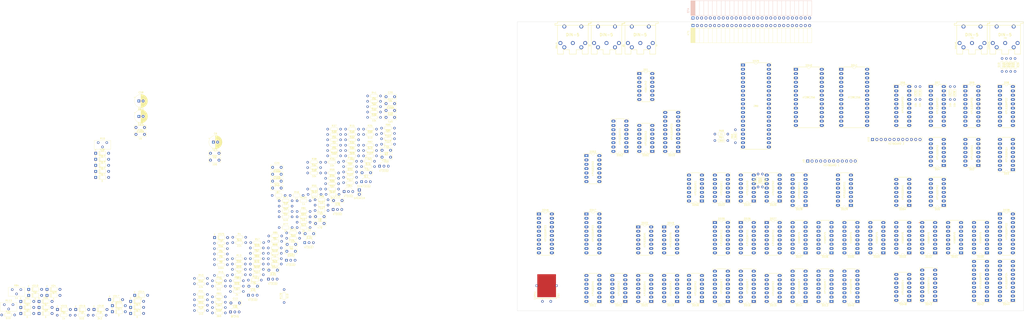
<source format=kicad_pcb>
(kicad_pcb (version 20171130) (host pcbnew 5.1.5+dfsg1-2+b1)
  (layers (0 F.Cu signal) (31 B.Cu signal) (34 B.Paste user) (35 F.Paste user) (36 B.SilkS user) (37 F.SilkS user) (38 B.Mask user) (39 F.Mask user) (44 Edge.Cuts user))
  (net 0 "")
  (net 1 GND)
  (net 2 /S0)
  (net 3 +5V)
  (net 4 /Y)
  (net 5 "Net-(*DD48-Pad12)")
  (net 6 "Net-(*DD48-Pad5)")
  (net 7 /B)
  (net 8 /R)
  (net 9 /G)
  (net 10 "Net-(*DD48-Pad1)")
  (net 11 "Net-(C1-Pad2)")
  (net 12 "Net-(C1-Pad1)")
  (net 13 /MIC)
  (net 14 /OUT)
  (net 15 "Net-(C3-Pad2)")
  (net 16 "Net-(C3-Pad1)")
  (net 17 /~RES)
  (net 18 "Net-(C7-Pad2)")
  (net 19 /VSYN)
  (net 20 "Net-(C8-Pad2)")
  (net 21 "Net-(C8-Pad1)")
  (net 22 "Net-(C9-Pad2)")
  (net 23 "Net-(C9-Pad1)")
  (net 24 "Net-(C10-Pad2)")
  (net 25 "Net-(C10-Pad1)")
  (net 26 "Net-(C11-Pad2)")
  (net 27 "Net-(C11-Pad1)")
  (net 28 "Net-(C12-Pad1)")
  (net 29 "Net-(C13-Pad1)")
  (net 30 "Net-(C14-Pad2)")
  (net 31 "Net-(C14-Pad1)")
  (net 32 "Net-(C15-Pad2)")
  (net 33 "Net-(C15-Pad1)")
  (net 34 "Net-(C16-Pad2)")
  (net 35 "Net-(C16-Pad1)")
  (net 36 "Net-(C17-Pad1)")
  (net 37 "Net-(C18-Pad1)")
  (net 38 "Net-(C19-Pad2)")
  (net 39 "Net-(C20-Pad1)")
  (net 40 "Net-(C22-Pad1)")
  (net 41 "Net-(C23-Pad1)")
  (net 42 "Net-(C24-Pad1)")
  (net 43 "Net-(C25-Pad1)")
  (net 44 "Net-(C26-Pad2)")
  (net 45 "Net-(C26-Pad1)")
  (net 46 "Net-(C57-Pad1)")
  (net 47 "Net-(DD1-Pad13)")
  (net 48 /COPY)
  (net 49 "Net-(DD1-Pad11)")
  (net 50 "Net-(DD1-Pad4)")
  (net 51 "Net-(DD1-Pad3)")
  (net 52 "Net-(DD1-Pad2)")
  (net 53 /FL)
  (net 54 "Net-(DD1-Pad1)")
  (net 55 /A4)
  (net 56 "Net-(DD2-Pad6)")
  (net 57 /A3)
  (net 58 /~IORQE)
  (net 59 /A1)
  (net 60 "Net-(DD2-Pad8)")
  (net 61 /~RD)
  (net 62 /~WR00)
  (net 63 /A0)
  (net 64 /~POUT)
  (net 65 /~WR01)
  (net 66 /~PKEY)
  (net 67 /A7)
  (net 68 /~PKEM)
  (net 69 /~PDKEY)
  (net 70 "Net-(DD3-Pad1)")
  (net 71 "Net-(DD4-Pad2)")
  (net 72 /~WR)
  (net 73 "Net-(DD4-Pad3)")
  (net 74 "Net-(DD4-Pad9)")
  (net 75 "Net-(DD4-Pad8)")
  (net 76 /~UINV)
  (net 77 "Net-(DD5-Pad12)")
  (net 78 /UINV)
  (net 79 /KSPK)
  (net 80 /KINV)
  (net 81 /USPK)
  (net 82 /D7)
  (net 83 /D3)
  (net 84 "Net-(DD6-Pad18)")
  (net 85 /K_D3)
  (net 86 /K_D2)
  (net 87 /D6)
  (net 88 /D2)
  (net 89 /D5)
  (net 90 /D1)
  (net 91 "Net-(DD6-Pad14)")
  (net 92 /K_D1)
  (net 93 /K_D4)
  (net 94 /K_D0)
  (net 95 /D4)
  (net 96 /D0)
  (net 97 "Net-(DD7-Pad18)")
  (net 98 /K_D3*)
  (net 99 "Net-(DD7-Pad17)")
  (net 100 /K_D2*)
  (net 101 /K_D5*)
  (net 102 /K_D1*)
  (net 103 /K_D4*)
  (net 104 /K_D0*)
  (net 105 /~RDY)
  (net 106 /KEMP3)
  (net 107 "Net-(DD8-Pad17)")
  (net 108 /KEMP2)
  (net 109 "Net-(DD8-Pad14)")
  (net 110 /KEMP1)
  (net 111 /KEMP4)
  (net 112 /KEMP0)
  (net 113 /BG)
  (net 114 /BR)
  (net 115 /SPK)
  (net 116 /BB)
  (net 117 /A13)
  (net 118 "Net-(DD11-Pad6)")
  (net 119 "Net-(DD11-Pad12)")
  (net 120 "Net-(DD11-Pad4)")
  (net 121 /H2)
  (net 122 "Net-(DD11-Pad10)")
  (net 123 "Net-(DD11-Pad2)")
  (net 124 "Net-(DD11-Pad1)")
  (net 125 /OSC)
  (net 126 /DC0)
  (net 127 /~OSC)
  (net 128 /RAS)
  (net 129 /H0)
  (net 130 /DC2)
  (net 131 "Net-(DD13-Pad12)")
  (net 132 /DC1)
  (net 133 /H4)
  (net 134 /H3)
  (net 135 "Net-(DD14-Pad12)")
  (net 136 /H1)
  (net 137 /~HSYN)
  (net 138 /HBR)
  (net 139 /V3)
  (net 140 /V2)
  (net 141 "Net-(DD16-Pad12)")
  (net 142 /V0)
  (net 143 /V1)
  (net 144 /V7)
  (net 145 /V6)
  (net 146 "Net-(DD17-Pad12)")
  (net 147 /V4)
  (net 148 /V5)
  (net 149 /~VSYN)
  (net 150 /VBR)
  (net 151 /HBL)
  (net 152 /VBL)
  (net 153 "Net-(DD20-Pad13)")
  (net 154 /BORD)
  (net 155 /~DC1)
  (net 156 /~DC2)
  (net 157 /~WERAM)
  (net 158 /CLK)
  (net 159 /~CAS)
  (net 160 /~RAS)
  (net 161 "Net-(DD22-Pad6)")
  (net 162 /V20)
  (net 163 /WRBUF)
  (net 164 /SCR)
  (net 165 "Net-(DD23-Pad13)")
  (net 166 /~MREQE)
  (net 167 /A15)
  (net 168 /A14)
  (net 169 "Net-(DD23-Pad4)")
  (net 170 "Net-(DD23-Pad10)")
  (net 171 "Net-(DD23-Pad1)")
  (net 172 "Net-(DD24-Pad6)")
  (net 173 "Net-(DD24-Pad11)")
  (net 174 "Net-(DD24-Pad3)")
  (net 175 /A10)
  (net 176 /~IORQ)
  (net 177 /A9)
  (net 178 /~MREQ)
  (net 179 /A8)
  (net 180 /~HALT)
  (net 181 /~NMI)
  (net 182 /A6)
  (net 183 /~INT)
  (net 184 /A5)
  (net 185 /A2)
  (net 186 /~RFSH)
  (net 187 /~M1)
  (net 188 /~BUSRQ)
  (net 189 /~WAIT)
  (net 190 /A12)
  (net 191 /A11)
  (net 192 /MA1)
  (net 193 /V0V6)
  (net 194 /MA3)
  (net 195 /MA0)
  (net 196 /V1V7)
  (net 197 /MA2)
  (net 198 /MA5)
  (net 199 /V71)
  (net 200 "Net-(DD27-Pad13)")
  (net 201 /MA7)
  (net 202 /MA4)
  (net 203 /V61)
  (net 204 /MA6)
  (net 205 /MD0)
  (net 206 /MD1)
  (net 207 /MD2)
  (net 208 /MD3)
  (net 209 /MD4)
  (net 210 /MD5)
  (net 211 /MD6)
  (net 212 /MD7)
  (net 213 /~RDRAM)
  (net 214 /~RDROM)
  (net 215 "Net-(DD42-Pad9)")
  (net 216 "Net-(DD42-Pad16)")
  (net 217 "Net-(DD42-Pad6)")
  (net 218 "Net-(DD42-Pad15)")
  (net 219 "Net-(DD42-Pad5)")
  (net 220 "Net-(DD42-Pad12)")
  (net 221 "Net-(DD42-Pad2)")
  (net 222 "Net-(DD43-Pad1)")
  (net 223 "Net-(DD44-Pad17)")
  (net 224 "Net-(DD45-Pad15)")
  (net 225 "Net-(DD45-Pad12)")
  (net 226 "Net-(DD45-Pad10)")
  (net 227 "Net-(DD45-Pad2)")
  (net 228 /RT)
  (net 229 /BT)
  (net 230 "Net-(DD46-Pad16)")
  (net 231 "Net-(DD46-Pad6)")
  (net 232 "Net-(DD46-Pad15)")
  (net 233 "Net-(DD46-Pad5)")
  (net 234 "Net-(DD46-Pad12)")
  (net 235 "Net-(DD46-Pad2)")
  (net 236 /RI)
  (net 237 /BI)
  (net 238 /YT)
  (net 239 /GT)
  (net 240 "Net-(DD47-Pad16)")
  (net 241 "Net-(DD47-Pad6)")
  (net 242 "Net-(DD47-Pad15)")
  (net 243 "Net-(DD47-Pad5)")
  (net 244 "Net-(DD47-Pad12)")
  (net 245 "Net-(DD47-Pad2)")
  (net 246 /GI)
  (net 247 /~BL)
  (net 248 "Net-(DD50-Pad2)")
  (net 249 /Y1)
  (net 250 /Y0)
  (net 251 /~GI)
  (net 252 "Net-(DD51-Pad10)")
  (net 253 /~RI)
  (net 254 "Net-(DD51-Pad8)")
  (net 255 "Net-(DD52-Pad7)")
  (net 256 "Net-(DD52-Pad12)")
  (net 257 "Net-(DD52-Pad4)")
  (net 258 "Net-(DD52-Pad9)")
  (net 259 "Net-(DD53-Pad13)")
  (net 260 "Net-(DD53-Pad2)")
  (net 261 "Net-(DD53-Pad1)")
  (net 262 "Net-(DD53-Pad3)")
  (net 263 /~UPS)
  (net 264 "Net-(R10-Pad3)")
  (net 265 "Net-(R45-Pad2)")
  (net 266 "Net-(R47-Pad1)")
  (net 267 "Net-(R48-Pad2)")
  (net 268 "Net-(R49-Pad2)")
  (net 269 "Net-(R49-Pad1)")
  (net 270 "Net-(R56-Pad2)")
  (net 271 "Net-(R123-Pad2)")
  (net 272 "Net-(R89-Pad1)")
  (net 273 "Net-(R92-Pad1)")
  (net 274 "Net-(R101-Pad2)")
  (net 275 "Net-(R100-Pad2)")
  (net 276 "Net-(R104-Pad2)")
  (net 277 "Net-(R96-Pad2)")
  (net 278 "Net-(R97-Pad2)")
  (net 279 "Net-(R98-Pad2)")
  (net 280 "Net-(R99-Pad1)")
  (net 281 "Net-(R100-Pad1)")
  (net 282 "Net-(R101-Pad1)")
  (net 283 "Net-(R105-Pad2)")
  (net 284 "Net-(R119-Pad2)")
  (net 285 "Net-(VD1-Pad2)")
  (net 286 "Net-(VD2-Pad2)")
  (net 287 /A12*)
  (net 288 "Net-(VD4-Pad2)")
  (net 289 "Net-(VD5-Pad2)")
  (net 290 "Net-(VD6-Pad2)")
  (net 291 "Net-(VD7-Pad2)")
  (net 292 "Net-(VD8-Pad2)")
  (net 293 /KNMI)
  (module Connector_PinSocket_2.54mm:PinSocket_1x28_P2.54mm_Horizontal (layer B.Cu) (at 463.38 157.785 270)
    (fp_text reference X72 (at -4.38 2.77 90) (layer B.SilkS) (effects (justify mirror)))
    (fp_text value "EXPANSION BOTTOM")
    (pad 28 thru_hole oval (at 0 -68.58 270) (size 1.7 1.7) (drill 1) (layers *.Cu *.Mask) (net 191 /A11))
    (pad 27 thru_hole oval (at 0 -66.04 270) (size 1.7 1.7) (drill 1) (layers *.Cu *.Mask) (net 177 /A9))
    (pad 26 thru_hole oval (at 0 -63.5 270) (size 1.7 1.7) (drill 1) (layers *.Cu *.Mask))
    (pad 25 thru_hole oval (at 0 -60.96 270) (size 1.7 1.7) (drill 1) (layers *.Cu *.Mask) (net 214 /~RDROM))
    (pad 24 thru_hole oval (at 0 -58.42 270) (size 1.7 1.7) (drill 1) (layers *.Cu *.Mask) (net 55 /A4))
    (pad 23 thru_hole oval (at 0 -55.88 270) (size 1.7 1.7) (drill 1) (layers *.Cu *.Mask) (net 184 /A5))
    (pad 22 thru_hole oval (at 0 -53.34 270) (size 1.7 1.7) (drill 1) (layers *.Cu *.Mask) (net 182 /A6))
    (pad 21 thru_hole oval (at 0 -50.8 270) (size 1.7 1.7) (drill 1) (layers *.Cu *.Mask) (net 67 /A7))
    (pad 20 thru_hole oval (at 0 -48.26 270) (size 1.7 1.7) (drill 1) (layers *.Cu *.Mask) (net 17 /~RES))
    (pad 19 thru_hole oval (at 0 -45.72 270) (size 1.7 1.7) (drill 1) (layers *.Cu *.Mask))
    (pad 18 thru_hole oval (at 0 -43.18 270) (size 1.7 1.7) (drill 1) (layers *.Cu *.Mask))
    (pad 17 thru_hole oval (at 0 -40.64 270) (size 1.7 1.7) (drill 1) (layers *.Cu *.Mask))
    (pad 16 thru_hole oval (at 0 -38.1 270) (size 1.7 1.7) (drill 1) (layers *.Cu *.Mask))
    (pad 15 thru_hole oval (at 0 -35.56 270) (size 1.7 1.7) (drill 1) (layers *.Cu *.Mask))
    (pad 14 thru_hole oval (at 0 -33.02 270) (size 1.7 1.7) (drill 1) (layers *.Cu *.Mask) (net 1 GND))
    (pad 13 thru_hole oval (at 0 -30.48 270) (size 1.7 1.7) (drill 1) (layers *.Cu *.Mask) (net 58 /~IORQE))
    (pad 12 thru_hole oval (at 0 -27.94 270) (size 1.7 1.7) (drill 1) (layers *.Cu *.Mask) (net 57 /A3))
    (pad 11 thru_hole oval (at 0 -25.4 270) (size 1.7 1.7) (drill 1) (layers *.Cu *.Mask) (net 185 /A2))
    (pad 10 thru_hole oval (at 0 -22.86 270) (size 1.7 1.7) (drill 1) (layers *.Cu *.Mask) (net 59 /A1))
    (pad 9 thru_hole oval (at 0 -20.32 270) (size 1.7 1.7) (drill 1) (layers *.Cu *.Mask) (net 63 /A0))
    (pad 8 thru_hole oval (at 0 -17.78 270) (size 1.7 1.7) (drill 1) (layers *.Cu *.Mask))
    (pad 7 thru_hole oval (at 0 -15.24 270) (size 1.7 1.7) (drill 1) (layers *.Cu *.Mask) (net 1 GND))
    (pad 6 thru_hole oval (at 0 -12.7 270) (size 1.7 1.7) (drill 1) (layers *.Cu *.Mask) (net 1 GND))
    (pad 5 thru_hole oval (at 0 -10.16 270) (size 1.7 1.7) (drill 1) (layers *.Cu *.Mask))
    (pad 4 thru_hole oval (at 0 -7.62 270) (size 1.7 1.7) (drill 1) (layers *.Cu *.Mask) (net 293 /KNMI))
    (pad 3 thru_hole oval (at 0 -5.08 270) (size 1.7 1.7) (drill 1) (layers *.Cu *.Mask) (net 3 +5V))
    (pad 2 thru_hole oval (at 0 -2.54 270) (size 1.7 1.7) (drill 1) (layers *.Cu *.Mask) (net 190 /A12))
    (pad 1 thru_hole rect (at 0 0 270) (size 1.7 1.7) (drill 1) (layers *.Cu *.Mask) (net 168 /A14))
  )
  (module Connector_PinSocket_2.54mm:PinSocket_1x28_P2.54mm_Horizontal (layer F.Cu) (at 463.38 162.23 90)
    (fp_text reference X71 (at -4.38 -2.77 90) (layer F.SilkS))
    (fp_text value "EXPANSION TOP")
    (pad 28 thru_hole oval (at 0 68.58 90) (size 1.7 1.7) (drill 1) (layers *.Cu *.Mask) (net 263 /~UPS))
    (pad 27 thru_hole oval (at 0 66.04 90) (size 1.7 1.7) (drill 1) (layers *.Cu *.Mask) (net 175 /A10))
    (pad 26 thru_hole oval (at 0 63.5 90) (size 1.7 1.7) (drill 1) (layers *.Cu *.Mask) (net 179 /A8))
    (pad 25 thru_hole oval (at 0 60.96 90) (size 1.7 1.7) (drill 1) (layers *.Cu *.Mask) (net 186 /~RFSH))
    (pad 24 thru_hole oval (at 0 58.42 90) (size 1.7 1.7) (drill 1) (layers *.Cu *.Mask) (net 187 /~M1))
    (pad 23 thru_hole oval (at 0 55.88 90) (size 1.7 1.7) (drill 1) (layers *.Cu *.Mask))
    (pad 22 thru_hole oval (at 0 53.34 90) (size 1.7 1.7) (drill 1) (layers *.Cu *.Mask) (net 166 /~MREQE))
    (pad 21 thru_hole oval (at 0 50.8 90) (size 1.7 1.7) (drill 1) (layers *.Cu *.Mask) (net 189 /~WAIT))
    (pad 20 thru_hole oval (at 0 48.26 90) (size 1.7 1.7) (drill 1) (layers *.Cu *.Mask))
    (pad 19 thru_hole oval (at 0 45.72 90) (size 1.7 1.7) (drill 1) (layers *.Cu *.Mask) (net 72 /~WR))
    (pad 18 thru_hole oval (at 0 43.18 90) (size 1.7 1.7) (drill 1) (layers *.Cu *.Mask) (net 61 /~RD))
    (pad 17 thru_hole oval (at 0 40.64 90) (size 1.7 1.7) (drill 1) (layers *.Cu *.Mask) (net 176 /~IORQ))
    (pad 16 thru_hole oval (at 0 38.1 90) (size 1.7 1.7) (drill 1) (layers *.Cu *.Mask) (net 178 /~MREQ))
    (pad 15 thru_hole oval (at 0 35.56 90) (size 1.7 1.7) (drill 1) (layers *.Cu *.Mask) (net 180 /~HALT))
    (pad 14 thru_hole oval (at 0 33.02 90) (size 1.7 1.7) (drill 1) (layers *.Cu *.Mask) (net 181 /~NMI))
    (pad 13 thru_hole oval (at 0 30.48 90) (size 1.7 1.7) (drill 1) (layers *.Cu *.Mask) (net 183 /~INT))
    (pad 12 thru_hole oval (at 0 27.94 90) (size 1.7 1.7) (drill 1) (layers *.Cu *.Mask) (net 95 /D4))
    (pad 11 thru_hole oval (at 0 25.4 90) (size 1.7 1.7) (drill 1) (layers *.Cu *.Mask) (net 83 /D3))
    (pad 10 thru_hole oval (at 0 22.86 90) (size 1.7 1.7) (drill 1) (layers *.Cu *.Mask) (net 89 /D5))
    (pad 9 thru_hole oval (at 0 20.32 90) (size 1.7 1.7) (drill 1) (layers *.Cu *.Mask) (net 87 /D6))
    (pad 8 thru_hole oval (at 0 17.78 90) (size 1.7 1.7) (drill 1) (layers *.Cu *.Mask) (net 88 /D2))
    (pad 7 thru_hole oval (at 0 15.24 90) (size 1.7 1.7) (drill 1) (layers *.Cu *.Mask) (net 90 /D1))
    (pad 6 thru_hole oval (at 0 12.7 90) (size 1.7 1.7) (drill 1) (layers *.Cu *.Mask) (net 96 /D0))
    (pad 5 thru_hole oval (at 0 10.16 90) (size 1.7 1.7) (drill 1) (layers *.Cu *.Mask))
    (pad 4 thru_hole oval (at 0 7.62 90) (size 1.7 1.7) (drill 1) (layers *.Cu *.Mask) (net 213 /~RDRAM))
    (pad 3 thru_hole oval (at 0 5.08 90) (size 1.7 1.7) (drill 1) (layers *.Cu *.Mask) (net 82 /D7))
    (pad 2 thru_hole oval (at 0 2.54 90) (size 1.7 1.7) (drill 1) (layers *.Cu *.Mask) (net 117 /A13))
    (pad 1 thru_hole rect (at 0 0 90) (size 1.7 1.7) (drill 1) (layers *.Cu *.Mask) (net 167 /A15))
  )
  (module Crystal:Crystal_HC49-U_Horizontal_1EP_style2 (layer F.Cu) (at 379.73 324.485 180)
    (fp_text reference ZQ1 (at -4.425 3.425 90) (layer F.SilkS))
    (fp_text value 14MHz (at 9.325 3.425 90) (layer F.SilkS))
    (pad 3 thru_hole rect (at 8.35 9.25 180) (size 1.2 1.2) (drill 0.8) (layers *.Cu *.Mask))
    (pad 3 thru_hole rect (at -3.45 9.25 180) (size 1.2 1.2) (drill 0.8) (layers *.Cu *.Mask))
    (pad 3 smd rect (at 2.45 9.25 180) (size 11 13.5) (layers F.Cu F.Paste F.Mask))
    (pad 2 thru_hole circle (at 4.9 0 180) (size 1.5 1.5) (drill 0.8) (layers *.Cu *.Mask) (net 120 "Net-(DD11-Pad4)"))
    (pad 1 thru_hole circle (at 0 0 180) (size 1.5 1.5) (drill 0.8) (layers *.Cu *.Mask) (net 124 "Net-(DD11-Pad1)"))
  )
  (module Connector_PinHeader_2.54mm:PinHeader_1x02_P2.54mm_Vertical (layer F.Cu) (at 267.134 258.936)
    (fp_text reference X11 (at 0 -2.33) (layer F.SilkS))
    (fp_text value SPEAKER (at 0 4.87) (layer F.SilkS))
    (pad 2 thru_hole oval (at 0 2.54) (size 1.7 1.7) (drill 1) (layers *.Cu *.Mask) (net 1 GND))
    (pad 1 thru_hole rect (at 0 0) (size 1.7 1.7) (drill 1) (layers *.Cu *.Mask) (net 268 "Net-(R49-Pad2)"))
  )
  (module Connector_PinHeader_2.54mm:PinHeader_1x12_P2.54mm_Vertical (layer F.Cu) (at 568.96 229.235 90)
    (fp_text reference X10 (at 0 -2.33 90) (layer F.SilkS))
    (fp_text value "KEYBOARD 2" (at -2.54 13.97 180) (layer F.SilkS))
    (pad 12 thru_hole oval (at 0 27.94 90) (size 1.7 1.7) (drill 1) (layers *.Cu *.Mask) (net 1 GND))
    (pad 11 thru_hole oval (at 0 25.4 90) (size 1.7 1.7) (drill 1) (layers *.Cu *.Mask) (net 101 /K_D5*))
    (pad 10 thru_hole oval (at 0 22.86 90) (size 1.7 1.7) (drill 1) (layers *.Cu *.Mask) (net 103 /K_D4*))
    (pad 9 thru_hole oval (at 0 20.32 90) (size 1.7 1.7) (drill 1) (layers *.Cu *.Mask) (net 98 /K_D3*))
    (pad 8 thru_hole oval (at 0 17.78 90) (size 1.7 1.7) (drill 1) (layers *.Cu *.Mask) (net 100 /K_D2*))
    (pad 7 thru_hole oval (at 0 15.24 90) (size 1.7 1.7) (drill 1) (layers *.Cu *.Mask) (net 93 /K_D4))
    (pad 6 thru_hole oval (at 0 12.7 90) (size 1.7 1.7) (drill 1) (layers *.Cu *.Mask) (net 85 /K_D3))
    (pad 5 thru_hole oval (at 0 10.16 90) (size 1.7 1.7) (drill 1) (layers *.Cu *.Mask) (net 86 /K_D2))
    (pad 4 thru_hole oval (at 0 7.62 90) (size 1.7 1.7) (drill 1) (layers *.Cu *.Mask) (net 92 /K_D1))
    (pad 3 thru_hole oval (at 0 5.08 90) (size 1.7 1.7) (drill 1) (layers *.Cu *.Mask) (net 102 /K_D1*))
    (pad 2 thru_hole oval (at 0 2.54 90) (size 1.7 1.7) (drill 1) (layers *.Cu *.Mask) (net 94 /K_D0))
    (pad 1 thru_hole rect (at 0 0 90) (size 1.7 1.7) (drill 1) (layers *.Cu *.Mask) (net 104 /K_D0*))
  )
  (module Connector_PinHeader_2.54mm:PinHeader_1x12_P2.54mm_Vertical (layer F.Cu) (at 530.86 241.935 90)
    (fp_text reference X9 (at 0 -2.33 90) (layer F.SilkS))
    (fp_text value "KEYBOARD 1" (at -2.54 13.97 180) (layer F.SilkS))
    (pad 12 thru_hole oval (at 0 27.94 90) (size 1.7 1.7) (drill 1) (layers *.Cu *.Mask) (net 17 /~RES))
    (pad 11 thru_hole oval (at 0 25.4 90) (size 1.7 1.7) (drill 1) (layers *.Cu *.Mask) (net 79 /KSPK))
    (pad 10 thru_hole oval (at 0 22.86 90) (size 1.7 1.7) (drill 1) (layers *.Cu *.Mask) (net 80 /KINV))
    (pad 9 thru_hole oval (at 0 20.32 90) (size 1.7 1.7) (drill 1) (layers *.Cu *.Mask) (net 293 /KNMI))
    (pad 8 thru_hole oval (at 0 17.78 90) (size 1.7 1.7) (drill 1) (layers *.Cu *.Mask) (net 285 "Net-(VD1-Pad2)"))
    (pad 7 thru_hole oval (at 0 15.24 90) (size 1.7 1.7) (drill 1) (layers *.Cu *.Mask) (net 286 "Net-(VD2-Pad2)"))
    (pad 6 thru_hole oval (at 0 12.7 90) (size 1.7 1.7) (drill 1) (layers *.Cu *.Mask) (net 287 /A12*))
    (pad 5 thru_hole oval (at 0 10.16 90) (size 1.7 1.7) (drill 1) (layers *.Cu *.Mask) (net 288 "Net-(VD4-Pad2)"))
    (pad 4 thru_hole oval (at 0 7.62 90) (size 1.7 1.7) (drill 1) (layers *.Cu *.Mask) (net 289 "Net-(VD5-Pad2)"))
    (pad 3 thru_hole oval (at 0 5.08 90) (size 1.7 1.7) (drill 1) (layers *.Cu *.Mask) (net 290 "Net-(VD6-Pad2)"))
    (pad 2 thru_hole oval (at 0 2.54 90) (size 1.7 1.7) (drill 1) (layers *.Cu *.Mask) (net 291 "Net-(VD7-Pad2)"))
    (pad 1 thru_hole rect (at 0 0 90) (size 1.7 1.7) (drill 1) (layers *.Cu *.Mask) (net 292 "Net-(VD8-Pad2)"))
  )
  (module Connectors:DIN5-RA-PTH (layer F.Cu) (at 646.98372 160.02 180)
    (fp_text reference X6 (at 0 -9.525 180) (layer F.SilkS) (effects (font (thickness 0.127))))
    (fp_text value KEMPSTON (at 9.652 -13.97 90) (layer F.SilkS) (effects (font (size 0.6096 0.6096) (thickness 0.127))))
    (fp_text user DIN-5 (at 0.127 -7.62) (layer F.SilkS) (effects (font (size 1.6764 1.6764) (thickness 0.254))))
    (pad 7 thru_hole circle (at 4.99872 -2.79908 180) (size 2.286 2.286) (drill 1.39954) (layers *.Cu *.Mask))
    (pad 6 thru_hole circle (at -4.99872 -2.79908 180) (size 2.286 2.286) (drill 1.39954) (layers *.Cu *.Mask) (net 3 +5V))
    (pad 5 thru_hole circle (at -4.99872 -14.9987 180) (size 2.286 2.286) (drill 1.39954) (layers *.Cu *.Mask) (net 111 /KEMP4))
    (pad 4 thru_hole circle (at 4.99872 -14.9987 180) (size 2.286 2.286) (drill 1.39954) (layers *.Cu *.Mask) (net 106 /KEMP3))
    (pad 3 thru_hole circle (at -7.29996 -12.49934 180) (size 2.286 2.286) (drill 1.39954) (layers *.Cu *.Mask) (net 112 /KEMP0))
    (pad 2 thru_hole circle (at 0 -12.49934 180) (size 2.286 2.286) (drill 1.39954) (layers *.Cu *.Mask) (net 110 /KEMP1))
    (pad 1 thru_hole circle (at 7.29996 -12.49934 180) (size 2.286 2.286) (drill 1.39954) (layers *.Cu *.Mask) (net 108 /KEMP2))
  )
  (module Connectors:DIN5-RA-PTH (layer F.Cu) (at 627.46128 160.02 180)
    (fp_text reference X5 (at 0 -9.525 180) (layer F.SilkS) (effects (font (thickness 0.127))))
    (fp_text value SINCLAIR (at 9.652 -13.97 90) (layer F.SilkS) (effects (font (size 0.6096 0.6096) (thickness 0.127))))
    (fp_text user DIN-5 (at 0.127 -7.62) (layer F.SilkS) (effects (font (size 1.6764 1.6764) (thickness 0.254))))
    (pad 7 thru_hole circle (at 4.99872 -2.79908 180) (size 2.286 2.286) (drill 1.39954) (layers *.Cu *.Mask))
    (pad 6 thru_hole circle (at -4.99872 -2.79908 180) (size 2.286 2.286) (drill 1.39954) (layers *.Cu *.Mask) (net 287 /A12*))
    (pad 5 thru_hole circle (at -4.99872 -14.9987 180) (size 2.286 2.286) (drill 1.39954) (layers *.Cu *.Mask) (net 94 /K_D0))
    (pad 4 thru_hole circle (at 4.99872 -14.9987 180) (size 2.286 2.286) (drill 1.39954) (layers *.Cu *.Mask) (net 92 /K_D1))
    (pad 3 thru_hole circle (at -7.29996 -12.49934 180) (size 2.286 2.286) (drill 1.39954) (layers *.Cu *.Mask) (net 85 /K_D3))
    (pad 2 thru_hole circle (at 0 -12.49934 180) (size 2.286 2.286) (drill 1.39954) (layers *.Cu *.Mask) (net 93 /K_D4))
    (pad 1 thru_hole circle (at 7.29996 -12.49934 180) (size 2.286 2.286) (drill 1.39954) (layers *.Cu *.Mask) (net 86 /K_D2))
  )
  (module Connectors:DIN5-RA-PTH (layer F.Cu) (at 392.684 160.02 180)
    (fp_text reference X3 (at -9.652 -13.97 90) (layer F.SilkS) (effects (font (size 0.6096 0.6096) (thickness 0.127))))
    (fp_text value RGB+TV (at 9.652 -13.97 90) (layer F.SilkS) (effects (font (size 0.6096 0.6096) (thickness 0.127))))
    (fp_text user DIN-5 (at 0.127 -7.62) (layer F.SilkS) (effects (font (size 1.6764 1.6764) (thickness 0.254))))
    (pad 7 thru_hole circle (at 4.99872 -2.79908 180) (size 2.286 2.286) (drill 1.39954) (layers *.Cu *.Mask))
    (pad 6 thru_hole circle (at -4.99872 -2.79908 180) (size 2.286 2.286) (drill 1.39954) (layers *.Cu *.Mask) (net 1 GND))
    (pad 5 thru_hole circle (at -4.99872 -14.9987 180) (size 2.286 2.286) (drill 1.39954) (layers *.Cu *.Mask) (net 279 "Net-(R98-Pad2)"))
    (pad 4 thru_hole circle (at 4.99872 -14.9987 180) (size 2.286 2.286) (drill 1.39954) (layers *.Cu *.Mask) (net 277 "Net-(R96-Pad2)"))
    (pad 3 thru_hole circle (at -7.29996 -12.49934 180) (size 2.286 2.286) (drill 1.39954) (layers *.Cu *.Mask) (net 278 "Net-(R97-Pad2)"))
    (pad 2 thru_hole circle (at 0 -12.49934 180) (size 2.286 2.286) (drill 1.39954) (layers *.Cu *.Mask) (net 1 GND))
    (pad 1 thru_hole circle (at 7.29996 -12.49934 180) (size 2.286 2.286) (drill 1.39954) (layers *.Cu *.Mask) (net 45 "Net-(C26-Pad1)"))
  )
  (module Connectors:DIN5-RA-PTH (layer F.Cu) (at 432.38928 160.02 180)
    (fp_text reference X2 (at -9.652 -13.97 90) (layer F.SilkS) (effects (font (size 0.6096 0.6096) (thickness 0.127))))
    (fp_text value OUT (at 9.652 -13.97 90) (layer F.SilkS) (effects (font (size 0.6096 0.6096) (thickness 0.127))))
    (fp_text user DIN-5 (at 0.127 -7.62) (layer F.SilkS) (effects (font (size 1.6764 1.6764) (thickness 0.254))))
    (pad 7 thru_hole circle (at 4.99872 -2.79908 180) (size 2.286 2.286) (drill 1.39954) (layers *.Cu *.Mask))
    (pad 6 thru_hole circle (at -4.99872 -2.79908 180) (size 2.286 2.286) (drill 1.39954) (layers *.Cu *.Mask) (net 1 GND))
    (pad 5 thru_hole circle (at -4.99872 -14.9987 180) (size 2.286 2.286) (drill 1.39954) (layers *.Cu *.Mask) (net 115 /SPK))
    (pad 4 thru_hole circle (at 4.99872 -14.9987 180) (size 2.286 2.286) (drill 1.39954) (layers *.Cu *.Mask) (net 48 /COPY))
    (pad 3 thru_hole circle (at -7.29996 -12.49934 180) (size 2.286 2.286) (drill 1.39954) (layers *.Cu *.Mask) (net 14 /OUT))
    (pad 2 thru_hole circle (at 0 -12.49934 180) (size 2.286 2.286) (drill 1.39954) (layers *.Cu *.Mask) (net 1 GND))
    (pad 1 thru_hole circle (at 7.29996 -12.49934 180) (size 2.286 2.286) (drill 1.39954) (layers *.Cu *.Mask) (net 13 /MIC))
  )
  (module Connectors:DIN5-RA-PTH (layer F.Cu) (at 412.496 160.02 180)
    (fp_text reference X1 (at -9.652 -13.97 90) (layer F.SilkS) (effects (font (size 0.6096 0.6096) (thickness 0.127))))
    (fp_text value IN (at 9.652 -13.97 90) (layer F.SilkS) (effects (font (size 0.6096 0.6096) (thickness 0.127))))
    (fp_text user DIN-5 (at 0.127 -7.62) (layer F.SilkS) (effects (font (size 1.6764 1.6764) (thickness 0.254))))
    (pad 7 thru_hole circle (at 4.99872 -2.79908 180) (size 2.286 2.286) (drill 1.39954) (layers *.Cu *.Mask))
    (pad 6 thru_hole circle (at -4.99872 -2.79908 180) (size 2.286 2.286) (drill 1.39954) (layers *.Cu *.Mask) (net 1 GND))
    (pad 5 thru_hole circle (at -4.99872 -14.9987 180) (size 2.286 2.286) (drill 1.39954) (layers *.Cu *.Mask))
    (pad 4 thru_hole circle (at 4.99872 -14.9987 180) (size 2.286 2.286) (drill 1.39954) (layers *.Cu *.Mask))
    (pad 3 thru_hole circle (at -7.29996 -12.49934 180) (size 2.286 2.286) (drill 1.39954) (layers *.Cu *.Mask) (net 16 "Net-(C3-Pad1)"))
    (pad 2 thru_hole circle (at 0 -12.49934 180) (size 2.286 2.286) (drill 1.39954) (layers *.Cu *.Mask) (net 1 GND))
    (pad 1 thru_hole circle (at 7.29996 -12.49934 180) (size 2.286 2.286) (drill 1.39954) (layers *.Cu *.Mask))
  )
  (module Package_TO_SOT_THT:TO-92_Inline_Wide (layer F.Cu) (at 251.734 270.426)
    (fp_text reference VT9 (at 2.54 -3.56) (layer F.SilkS))
    (fp_text value KT3102 (at 2.54 2.79) (layer F.SilkS))
    (pad 1 thru_hole rect (at 0 0 90) (size 1.5 1.5) (drill 0.8) (layers *.Cu *.Mask) (net 272 "Net-(R89-Pad1)"))
    (pad 3 thru_hole circle (at 5.08 0 90) (size 1.5 1.5) (drill 0.8) (layers *.Cu *.Mask) (net 3 +5V))
    (pad 2 thru_hole circle (at 2.54 0 90) (size 1.5 1.5) (drill 0.8) (layers *.Cu *.Mask) (net 29 "Net-(C13-Pad1)"))
  )
  (module Package_TO_SOT_THT:TO-92_Inline_Wide (layer F.Cu) (at 191.364 330.676)
    (fp_text reference VT8 (at 2.54 -3.56) (layer F.SilkS))
    (fp_text value BF245 (at 2.54 2.79) (layer F.SilkS))
    (pad 1 thru_hole rect (at 0 0 90) (size 1.5 1.5) (drill 0.8) (layers *.Cu *.Mask) (net 284 "Net-(R119-Pad2)"))
    (pad 3 thru_hole circle (at 5.08 0 90) (size 1.5 1.5) (drill 0.8) (layers *.Cu *.Mask) (net 41 "Net-(C23-Pad1)"))
    (pad 2 thru_hole circle (at 2.54 0 90) (size 1.5 1.5) (drill 0.8) (layers *.Cu *.Mask) (net 42 "Net-(C24-Pad1)"))
  )
  (module Package_TO_SOT_THT:TO-92_Inline_Wide (layer F.Cu) (at 268.504 254.076)
    (fp_text reference VT7 (at 2.54 -3.56) (layer F.SilkS))
    (fp_text value КТ3102 (at 2.54 2.79) (layer F.SilkS))
    (pad 1 thru_hole rect (at 0 0 90) (size 1.5 1.5) (drill 0.8) (layers *.Cu *.Mask) (net 42 "Net-(C24-Pad1)"))
    (pad 3 thru_hole circle (at 5.08 0 90) (size 1.5 1.5) (drill 0.8) (layers *.Cu *.Mask) (net 44 "Net-(C26-Pad2)"))
    (pad 2 thru_hole circle (at 2.54 0 90) (size 1.5 1.5) (drill 0.8) (layers *.Cu *.Mask) (net 43 "Net-(C25-Pad1)"))
  )
  (module Package_TO_SOT_THT:TO-92_Inline_Wide (layer F.Cu) (at 258.194 259.866)
    (fp_text reference VT6 (at 2.54 -3.56) (layer F.SilkS))
    (fp_text value КТ3102 (at 2.54 2.79) (layer F.SilkS))
    (pad 1 thru_hole rect (at 0 0 90) (size 1.5 1.5) (drill 0.8) (layers *.Cu *.Mask) (net 39 "Net-(C20-Pad1)"))
    (pad 3 thru_hole circle (at 5.08 0 90) (size 1.5 1.5) (drill 0.8) (layers *.Cu *.Mask) (net 38 "Net-(C19-Pad2)"))
    (pad 2 thru_hole circle (at 2.54 0 90) (size 1.5 1.5) (drill 0.8) (layers *.Cu *.Mask) (net 37 "Net-(C18-Pad1)"))
  )
  (module Package_TO_SOT_THT:TO-92_Inline_Wide (layer F.Cu) (at 279.074 244.926)
    (fp_text reference VT5 (at 2.54 -3.56) (layer F.SilkS))
    (fp_text value KT3102 (at 2.54 2.79) (layer F.SilkS))
    (pad 1 thru_hole rect (at 0 0 90) (size 1.5 1.5) (drill 0.8) (layers *.Cu *.Mask) (net 279 "Net-(R98-Pad2)"))
    (pad 3 thru_hole circle (at 5.08 0 90) (size 1.5 1.5) (drill 0.8) (layers *.Cu *.Mask) (net 3 +5V))
    (pad 2 thru_hole circle (at 2.54 0 90) (size 1.5 1.5) (drill 0.8) (layers *.Cu *.Mask) (net 276 "Net-(R104-Pad2)"))
  )
  (module Package_TO_SOT_THT:TO-92_Inline_Wide (layer F.Cu) (at 213.684 311.376)
    (fp_text reference VT4 (at 2.54 -3.56) (layer F.SilkS))
    (fp_text value KT3102 (at 2.54 2.79) (layer F.SilkS))
    (pad 1 thru_hole rect (at 0 0 90) (size 1.5 1.5) (drill 0.8) (layers *.Cu *.Mask) (net 278 "Net-(R97-Pad2)"))
    (pad 3 thru_hole circle (at 5.08 0 90) (size 1.5 1.5) (drill 0.8) (layers *.Cu *.Mask) (net 3 +5V))
    (pad 2 thru_hole circle (at 2.54 0 90) (size 1.5 1.5) (drill 0.8) (layers *.Cu *.Mask) (net 275 "Net-(R100-Pad2)"))
  )
  (module Package_TO_SOT_THT:TO-92_Inline_Wide (layer F.Cu) (at 224.254 300.276)
    (fp_text reference VT3 (at 2.54 -3.56) (layer F.SilkS))
    (fp_text value KT3102 (at 2.54 2.79) (layer F.SilkS))
    (pad 1 thru_hole rect (at 0 0 90) (size 1.5 1.5) (drill 0.8) (layers *.Cu *.Mask) (net 277 "Net-(R96-Pad2)"))
    (pad 3 thru_hole circle (at 5.08 0 90) (size 1.5 1.5) (drill 0.8) (layers *.Cu *.Mask) (net 3 +5V))
    (pad 2 thru_hole circle (at 2.54 0 90) (size 1.5 1.5) (drill 0.8) (layers *.Cu *.Mask) (net 274 "Net-(R101-Pad2)"))
  )
  (module Package_TO_SOT_THT:TO-92_Inline_Wide (layer F.Cu) (at 201.934 320.826)
    (fp_text reference VT2 (at 2.54 -3.56) (layer F.SilkS))
    (fp_text value KT3102 (at 2.54 2.79) (layer F.SilkS))
    (pad 1 thru_hole rect (at 0 0 90) (size 1.5 1.5) (drill 0.8) (layers *.Cu *.Mask) (net 269 "Net-(R49-Pad1)"))
    (pad 3 thru_hole circle (at 5.08 0 90) (size 1.5 1.5) (drill 0.8) (layers *.Cu *.Mask) (net 266 "Net-(R47-Pad1)"))
    (pad 2 thru_hole circle (at 2.54 0 90) (size 1.5 1.5) (drill 0.8) (layers *.Cu *.Mask) (net 267 "Net-(R48-Pad2)"))
  )
  (module Package_TO_SOT_THT:TO-92_Inline_Wide (layer F.Cu) (at 235.024 289.926)
    (fp_text reference VT1 (at 2.54 -3.56) (layer F.SilkS))
    (fp_text value KT3107 (at 2.54 2.79) (layer F.SilkS))
    (pad 1 thru_hole rect (at 0 0 90) (size 1.5 1.5) (drill 0.8) (layers *.Cu *.Mask) (net 3 +5V))
    (pad 3 thru_hole circle (at 5.08 0 90) (size 1.5 1.5) (drill 0.8) (layers *.Cu *.Mask) (net 266 "Net-(R47-Pad1)"))
    (pad 2 thru_hole circle (at 2.54 0 90) (size 1.5 1.5) (drill 0.8) (layers *.Cu *.Mask) (net 265 "Net-(R45-Pad2)"))
  )
  (module Diode_THT:D_DO-35_SOD27_P7.62mm_Horizontal (layer F.Cu) (at 83.434 320.946)
    (fp_text reference VD26 (at 3.81 -2.12) (layer F.SilkS))
    (fp_text value D (at 3.81 2.12) (layer F.SilkS))
    (fp_text user K (at 0 -1.8) (layer F.SilkS))
    (pad 2 thru_hole oval (at 7.62 0) (size 1.6 1.6) (drill 0.8) (layers *.Cu *.Mask) (net 25 "Net-(C10-Pad1)"))
    (pad 1 thru_hole rect (at 0 0) (size 1.6 1.6) (drill 0.8) (layers *.Cu *.Mask) (net 122 "Net-(DD11-Pad10)"))
  )
  (module Diode_THT:D_DO-35_SOD27_P7.62mm_Horizontal (layer F.Cu) (at 182.014 286.946)
    (fp_text reference VD25 (at 3.81 -2.12) (layer F.SilkS))
    (fp_text value D (at 3.81 2.12) (layer F.SilkS))
    (fp_text user K (at 0 -1.8) (layer F.SilkS))
    (pad 2 thru_hole oval (at 7.62 0) (size 1.6 1.6) (drill 0.8) (layers *.Cu *.Mask) (net 32 "Net-(C15-Pad2)"))
    (pad 1 thru_hole rect (at 0 0) (size 1.6 1.6) (drill 0.8) (layers *.Cu *.Mask) (net 137 /~HSYN))
  )
  (module Diode_THT:D_DO-35_SOD27_P7.62mm_Horizontal (layer F.Cu) (at 132.634 331.546)
    (fp_text reference VD24 (at 3.81 -2.12) (layer F.SilkS))
    (fp_text value D (at 3.81 2.12) (layer F.SilkS))
    (fp_text user K (at 0 -1.8) (layer F.SilkS))
    (pad 2 thru_hole oval (at 7.62 0) (size 1.6 1.6) (drill 0.8) (layers *.Cu *.Mask) (net 32 "Net-(C15-Pad2)"))
    (pad 1 thru_hole rect (at 0 0) (size 1.6 1.6) (drill 0.8) (layers *.Cu *.Mask) (net 262 "Net-(DD53-Pad3)"))
  )
  (module Diode_THT:D_DO-35_SOD27_P7.62mm_Horizontal (layer F.Cu) (at 132.634 327.996)
    (fp_text reference VD23 (at 3.81 -2.12) (layer F.SilkS))
    (fp_text value D (at 3.81 2.12) (layer F.SilkS))
    (fp_text user K (at 0 -1.8) (layer F.SilkS))
    (pad 2 thru_hole oval (at 7.62 0) (size 1.6 1.6) (drill 0.8) (layers *.Cu *.Mask) (net 33 "Net-(C15-Pad1)"))
    (pad 1 thru_hole rect (at 0 0) (size 1.6 1.6) (drill 0.8) (layers *.Cu *.Mask) (net 260 "Net-(DD53-Pad2)"))
  )
  (module Diode_THT:D_DO-35_SOD27_P7.62mm_Horizontal (layer F.Cu) (at 132.634 324.446)
    (fp_text reference VD22 (at 3.81 -2.12) (layer F.SilkS))
    (fp_text value D (at 3.81 2.12) (layer F.SilkS))
    (fp_text user K (at 0 -1.8) (layer F.SilkS))
    (pad 2 thru_hole oval (at 7.62 0) (size 1.6 1.6) (drill 0.8) (layers *.Cu *.Mask) (net 283 "Net-(R105-Pad2)"))
    (pad 1 thru_hole rect (at 0 0) (size 1.6 1.6) (drill 0.8) (layers *.Cu *.Mask) (net 78 /UINV))
  )
  (module Diode_THT:D_DO-35_SOD27_P7.62mm_Horizontal (layer F.Cu) (at 121.864 330.546)
    (fp_text reference VD21 (at 3.81 -2.12) (layer F.SilkS))
    (fp_text value D (at 3.81 2.12) (layer F.SilkS))
    (fp_text user K (at 0 -1.8) (layer F.SilkS))
    (pad 2 thru_hole oval (at 7.62 0) (size 1.6 1.6) (drill 0.8) (layers *.Cu *.Mask) (net 273 "Net-(R92-Pad1)"))
    (pad 1 thru_hole rect (at 0 0) (size 1.6 1.6) (drill 0.8) (layers *.Cu *.Mask) (net 247 /~BL))
  )
  (module Diode_THT:D_DO-35_SOD27_P7.62mm_Horizontal (layer F.Cu) (at 121.864 326.996)
    (fp_text reference VD20 (at 3.81 -2.12) (layer F.SilkS))
    (fp_text value D (at 3.81 2.12) (layer F.SilkS))
    (fp_text user K (at 0 -1.8) (layer F.SilkS))
    (pad 2 thru_hole oval (at 7.62 0) (size 1.6 1.6) (drill 0.8) (layers *.Cu *.Mask) (net 34 "Net-(C16-Pad2)"))
    (pad 1 thru_hole rect (at 0 0) (size 1.6 1.6) (drill 0.8) (layers *.Cu *.Mask) (net 149 /~VSYN))
  )
  (module Diode_THT:D_DO-35_SOD27_P7.62mm_Horizontal (layer F.Cu) (at 112.064 244.446)
    (fp_text reference VD19 (at 3.81 -2.12) (layer F.SilkS))
    (fp_text value D (at 3.81 2.12) (layer F.SilkS))
    (fp_text user K (at 0 -1.8) (layer F.SilkS))
    (pad 2 thru_hole oval (at 7.62 0) (size 1.6 1.6) (drill 0.8) (layers *.Cu *.Mask) (net 34 "Net-(C16-Pad2)"))
    (pad 1 thru_hole rect (at 0 0) (size 1.6 1.6) (drill 0.8) (layers *.Cu *.Mask) (net 137 /~HSYN))
  )
  (module Diode_THT:D_DO-35_SOD27_P7.62mm_Horizontal (layer F.Cu) (at 111.094 329.246)
    (fp_text reference VD18 (at 3.81 -2.12) (layer F.SilkS))
    (fp_text value D (at 3.81 2.12) (layer F.SilkS))
    (fp_text user K (at 0 -1.8) (layer F.SilkS))
    (pad 2 thru_hole oval (at 7.62 0) (size 1.6 1.6) (drill 0.8) (layers *.Cu *.Mask) (net 280 "Net-(R99-Pad1)"))
    (pad 1 thru_hole rect (at 0 0) (size 1.6 1.6) (drill 0.8) (layers *.Cu *.Mask) (net 250 /Y0))
  )
  (module Diode_THT:D_DO-35_SOD27_P7.62mm_Horizontal (layer F.Cu) (at 120.264 323.446)
    (fp_text reference VD17 (at 3.81 -2.12) (layer F.SilkS))
    (fp_text value D (at 3.81 2.12) (layer F.SilkS))
    (fp_text user K (at 0 -1.8) (layer F.SilkS))
    (pad 2 thru_hole oval (at 7.62 0) (size 1.6 1.6) (drill 0.8) (layers *.Cu *.Mask) (net 281 "Net-(R100-Pad1)"))
    (pad 1 thru_hole rect (at 0 0) (size 1.6 1.6) (drill 0.8) (layers *.Cu *.Mask) (net 250 /Y0))
  )
  (module Diode_THT:D_DO-35_SOD27_P7.62mm_Horizontal (layer F.Cu) (at 100.324 329.246)
    (fp_text reference VD16 (at 3.81 -2.12) (layer F.SilkS))
    (fp_text value D (at 3.81 2.12) (layer F.SilkS))
    (fp_text user K (at 0 -1.8) (layer F.SilkS))
    (pad 2 thru_hole oval (at 7.62 0) (size 1.6 1.6) (drill 0.8) (layers *.Cu *.Mask) (net 282 "Net-(R101-Pad1)"))
    (pad 1 thru_hole rect (at 0 0) (size 1.6 1.6) (drill 0.8) (layers *.Cu *.Mask) (net 250 /Y0))
  )
  (module Diode_THT:D_DO-35_SOD27_P7.62mm_Horizontal (layer F.Cu) (at 89.554 329.246)
    (fp_text reference VD15 (at 3.81 -2.12) (layer F.SilkS))
    (fp_text value D (at 3.81 2.12) (layer F.SilkS))
    (fp_text user K (at 0 -1.8) (layer F.SilkS))
    (pad 2 thru_hole oval (at 7.62 0) (size 1.6 1.6) (drill 0.8) (layers *.Cu *.Mask) (net 249 /Y1))
    (pad 1 thru_hole rect (at 0 0) (size 1.6 1.6) (drill 0.8) (layers *.Cu *.Mask) (net 280 "Net-(R99-Pad1)"))
  )
  (module Diode_THT:D_DO-35_SOD27_P7.62mm_Horizontal (layer F.Cu) (at 135.014 320.896)
    (fp_text reference VD14 (at 3.81 -2.12) (layer F.SilkS))
    (fp_text value D (at 3.81 2.12) (layer F.SilkS))
    (fp_text user K (at 0 -1.8) (layer F.SilkS))
    (pad 2 thru_hole oval (at 7.62 0) (size 1.6 1.6) (drill 0.8) (layers *.Cu *.Mask) (net 249 /Y1))
    (pad 1 thru_hole rect (at 0 0) (size 1.6 1.6) (drill 0.8) (layers *.Cu *.Mask) (net 281 "Net-(R100-Pad1)"))
  )
  (module Diode_THT:D_DO-35_SOD27_P7.62mm_Horizontal (layer F.Cu) (at 112.064 240.896)
    (fp_text reference VD13 (at 3.81 -2.12) (layer F.SilkS))
    (fp_text value D (at 3.81 2.12) (layer F.SilkS))
    (fp_text user K (at 0 -1.8) (layer F.SilkS))
    (pad 2 thru_hole oval (at 7.62 0) (size 1.6 1.6) (drill 0.8) (layers *.Cu *.Mask) (net 249 /Y1))
    (pad 1 thru_hole rect (at 0 0) (size 1.6 1.6) (drill 0.8) (layers *.Cu *.Mask) (net 282 "Net-(R101-Pad1)"))
  )
  (module Diode_THT:D_DO-35_SOD27_P7.62mm_Horizontal (layer F.Cu) (at 112.064 247.996)
    (fp_text reference VD12 (at 3.81 -2.12) (layer F.SilkS))
    (fp_text value D (at 3.81 2.12) (layer F.SilkS))
    (fp_text user K (at 0 -1.8) (layer F.SilkS))
    (pad 2 thru_hole oval (at 7.62 0) (size 1.6 1.6) (drill 0.8) (layers *.Cu *.Mask) (net 9 /G))
    (pad 1 thru_hole rect (at 0 0) (size 1.6 1.6) (drill 0.8) (layers *.Cu *.Mask) (net 247 /~BL))
  )
  (module Diode_THT:D_DO-35_SOD27_P7.62mm_Horizontal (layer F.Cu) (at 112.064 251.546)
    (fp_text reference VD11 (at 3.81 -2.12) (layer F.SilkS))
    (fp_text value D (at 3.81 2.12) (layer F.SilkS))
    (fp_text user K (at 0 -1.8) (layer F.SilkS))
    (pad 2 thru_hole oval (at 7.62 0) (size 1.6 1.6) (drill 0.8) (layers *.Cu *.Mask) (net 8 /R))
    (pad 1 thru_hole rect (at 0 0) (size 1.6 1.6) (drill 0.8) (layers *.Cu *.Mask) (net 247 /~BL))
  )
  (module Diode_THT:D_DO-35_SOD27_P7.62mm_Horizontal (layer F.Cu) (at 72.664 317.396)
    (fp_text reference VD10 (at 3.81 -2.12) (layer F.SilkS))
    (fp_text value D (at 3.81 2.12) (layer F.SilkS))
    (fp_text user K (at 0 -1.8) (layer F.SilkS))
    (pad 2 thru_hole oval (at 7.62 0) (size 1.6 1.6) (drill 0.8) (layers *.Cu *.Mask) (net 7 /B))
    (pad 1 thru_hole rect (at 0 0) (size 1.6 1.6) (drill 0.8) (layers *.Cu *.Mask) (net 247 /~BL))
  )
  (module Diode_THT:D_DO-35_SOD27_P7.62mm_Horizontal (layer F.Cu) (at 112.064 237.346)
    (fp_text reference VD9 (at 3.81 -2.12) (layer F.SilkS))
    (fp_text value D (at 3.81 2.12) (layer F.SilkS))
    (fp_text user K (at 0 -1.8) (layer F.SilkS))
    (pad 2 thru_hole oval (at 7.62 0) (size 1.6 1.6) (drill 0.8) (layers *.Cu *.Mask) (net 270 "Net-(R56-Pad2)"))
    (pad 1 thru_hole rect (at 0 0) (size 1.6 1.6) (drill 0.8) (layers *.Cu *.Mask) (net 150 /VBR))
  )
  (module Diode_THT:D_DO-35_SOD27_P7.62mm_Horizontal (layer F.Cu) (at 78.784 331.596)
    (fp_text reference VD8 (at 3.81 -2.12) (layer F.SilkS))
    (fp_text value D (at 3.81 2.12) (layer F.SilkS))
    (fp_text user K (at 0 -1.8) (layer F.SilkS))
    (pad 2 thru_hole oval (at 7.62 0) (size 1.6 1.6) (drill 0.8) (layers *.Cu *.Mask) (net 292 "Net-(VD8-Pad2)"))
    (pad 1 thru_hole rect (at 0 0) (size 1.6 1.6) (drill 0.8) (layers *.Cu *.Mask) (net 167 /A15))
  )
  (module Diode_THT:D_DO-35_SOD27_P7.62mm_Horizontal (layer F.Cu) (at 78.784 328.046)
    (fp_text reference VD7 (at 3.81 -2.12) (layer F.SilkS))
    (fp_text value D (at 3.81 2.12) (layer F.SilkS))
    (fp_text user K (at 0 -1.8) (layer F.SilkS))
    (pad 2 thru_hole oval (at 7.62 0) (size 1.6 1.6) (drill 0.8) (layers *.Cu *.Mask) (net 291 "Net-(VD7-Pad2)"))
    (pad 1 thru_hole rect (at 0 0) (size 1.6 1.6) (drill 0.8) (layers *.Cu *.Mask) (net 177 /A9))
  )
  (module Diode_THT:D_DO-35_SOD27_P7.62mm_Horizontal (layer F.Cu) (at 78.784 324.496)
    (fp_text reference VD6 (at 3.81 -2.12) (layer F.SilkS))
    (fp_text value D (at 3.81 2.12) (layer F.SilkS))
    (fp_text user K (at 0 -1.8) (layer F.SilkS))
    (pad 2 thru_hole oval (at 7.62 0) (size 1.6 1.6) (drill 0.8) (layers *.Cu *.Mask) (net 290 "Net-(VD6-Pad2)"))
    (pad 1 thru_hole rect (at 0 0) (size 1.6 1.6) (drill 0.8) (layers *.Cu *.Mask) (net 117 /A13))
  )
  (module Diode_THT:D_DO-35_SOD27_P7.62mm_Horizontal (layer F.Cu) (at 68.014 331.596)
    (fp_text reference VD5 (at 3.81 -2.12) (layer F.SilkS))
    (fp_text value D (at 3.81 2.12) (layer F.SilkS))
    (fp_text user K (at 0 -1.8) (layer F.SilkS))
    (pad 2 thru_hole oval (at 7.62 0) (size 1.6 1.6) (drill 0.8) (layers *.Cu *.Mask) (net 289 "Net-(VD5-Pad2)"))
    (pad 1 thru_hole rect (at 0 0) (size 1.6 1.6) (drill 0.8) (layers *.Cu *.Mask) (net 175 /A10))
  )
  (module Diode_THT:D_DO-35_SOD27_P7.62mm_Horizontal (layer F.Cu) (at 83.434 317.396)
    (fp_text reference VD4 (at 3.81 -2.12) (layer F.SilkS))
    (fp_text value D (at 3.81 2.12) (layer F.SilkS))
    (fp_text user K (at 0 -1.8) (layer F.SilkS))
    (pad 2 thru_hole oval (at 7.62 0) (size 1.6 1.6) (drill 0.8) (layers *.Cu *.Mask) (net 288 "Net-(VD4-Pad2)"))
    (pad 1 thru_hole rect (at 0 0) (size 1.6 1.6) (drill 0.8) (layers *.Cu *.Mask) (net 191 /A11))
  )
  (module Diode_THT:D_DO-35_SOD27_P7.62mm_Horizontal (layer F.Cu) (at 68.014 328.046)
    (fp_text reference VD3 (at 3.81 -2.12) (layer F.SilkS))
    (fp_text value D (at 3.81 2.12) (layer F.SilkS))
    (fp_text user K (at 0 -1.8) (layer F.SilkS))
    (pad 2 thru_hole oval (at 7.62 0) (size 1.6 1.6) (drill 0.8) (layers *.Cu *.Mask) (net 287 /A12*))
    (pad 1 thru_hole rect (at 0 0) (size 1.6 1.6) (drill 0.8) (layers *.Cu *.Mask) (net 190 /A12))
  )
  (module Diode_THT:D_DO-35_SOD27_P7.62mm_Horizontal (layer F.Cu) (at 68.014 324.496)
    (fp_text reference VD2 (at 3.81 -2.12) (layer F.SilkS))
    (fp_text value D (at 3.81 2.12) (layer F.SilkS))
    (fp_text user K (at 0 -1.8) (layer F.SilkS))
    (pad 2 thru_hole oval (at 7.62 0) (size 1.6 1.6) (drill 0.8) (layers *.Cu *.Mask) (net 286 "Net-(VD2-Pad2)"))
    (pad 1 thru_hole rect (at 0 0) (size 1.6 1.6) (drill 0.8) (layers *.Cu *.Mask) (net 168 /A14))
  )
  (module Diode_THT:D_DO-35_SOD27_P7.62mm_Horizontal (layer F.Cu) (at 72.664 320.946)
    (fp_text reference VD1 (at 3.81 -2.12) (layer F.SilkS))
    (fp_text value D (at 3.81 2.12) (layer F.SilkS))
    (fp_text user K (at 0 -1.8) (layer F.SilkS))
    (pad 2 thru_hole oval (at 7.62 0) (size 1.6 1.6) (drill 0.8) (layers *.Cu *.Mask) (net 285 "Net-(VD1-Pad2)"))
    (pad 1 thru_hole rect (at 0 0) (size 1.6 1.6) (drill 0.8) (layers *.Cu *.Mask) (net 179 /A8))
  )
  (module Resistor_THT:R_Axial_DIN0204_L3.6mm_D1.6mm_P7.62mm_Horizontal (layer F.Cu) (at 236.994 261.546)
    (fp_text reference R123 (at 3.81 -1.92) (layer F.SilkS))
    (fp_text value 5k1* (at 3.81 1.92) (layer F.SilkS))
    (pad 2 thru_hole oval (at 7.62 0) (size 1.4 1.4) (drill 0.7) (layers *.Cu *.Mask) (net 271 "Net-(R123-Pad2)"))
    (pad 1 thru_hole circle (at 0 0) (size 1.4 1.4) (drill 0.7) (layers *.Cu *.Mask) (net 1 GND))
  )
  (module Resistor_THT:R_Axial_DIN0204_L3.6mm_D1.6mm_P7.62mm_Horizontal (layer F.Cu) (at 180.734 328.096)
    (fp_text reference R122 (at 3.81 -1.92) (layer F.SilkS))
    (fp_text value 10k (at 3.81 1.92) (layer F.SilkS))
    (pad 2 thru_hole oval (at 7.62 0) (size 1.4 1.4) (drill 0.7) (layers *.Cu *.Mask) (net 25 "Net-(C10-Pad1)"))
    (pad 1 thru_hole circle (at 0 0) (size 1.4 1.4) (drill 0.7) (layers *.Cu *.Mask) (net 122 "Net-(DD11-Pad10)"))
  )
  (module Resistor_THT:R_Axial_DIN0204_L3.6mm_D1.6mm_P7.62mm_Horizontal (layer F.Cu) (at 224.394 284.196)
    (fp_text reference R121 (at 3.81 -1.92) (layer F.SilkS))
    (fp_text value 360 (at 3.81 1.92) (layer F.SilkS))
    (pad 2 thru_hole oval (at 7.62 0) (size 1.4 1.4) (drill 0.7) (layers *.Cu *.Mask) (net 3 +5V))
    (pad 1 thru_hole circle (at 0 0) (size 1.4 1.4) (drill 0.7) (layers *.Cu *.Mask) (net 249 /Y1))
  )
  (module Resistor_THT:R_Axial_DIN0204_L3.6mm_D1.6mm_P7.62mm_Horizontal (layer F.Cu) (at 222.885 325.12 90)
    (fp_text reference R120 (at 3.81 -1.92 90) (layer F.SilkS))
    (fp_text value 510 (at 3.81 1.92 90) (layer F.SilkS))
    (pad 2 thru_hole oval (at 7.62 0 90) (size 1.4 1.4) (drill 0.7) (layers *.Cu *.Mask) (net 34 "Net-(C16-Pad2)"))
    (pad 1 thru_hole circle (at 0 0 90) (size 1.4 1.4) (drill 0.7) (layers *.Cu *.Mask) (net 284 "Net-(R119-Pad2)"))
  )
  (module Resistor_THT:R_Axial_DIN0204_L3.6mm_D1.6mm_P7.62mm_Horizontal (layer F.Cu) (at 241.104 270.996)
    (fp_text reference R119 (at 3.81 -1.92) (layer F.SilkS))
    (fp_text value 1k (at 3.81 1.92) (layer F.SilkS))
    (pad 2 thru_hole oval (at 7.62 0) (size 1.4 1.4) (drill 0.7) (layers *.Cu *.Mask) (net 284 "Net-(R119-Pad2)"))
    (pad 1 thru_hole circle (at 0 0) (size 1.4 1.4) (drill 0.7) (layers *.Cu *.Mask) (net 1 GND))
  )
  (module Resistor_THT:R_Axial_DIN0204_L3.6mm_D1.6mm_P7.62mm_Horizontal (layer F.Cu) (at 280.194 231.996)
    (fp_text reference R118 (at 3.81 -1.92) (layer F.SilkS))
    (fp_text value 51 (at 3.81 1.92) (layer F.SilkS))
    (pad 2 thru_hole oval (at 7.62 0) (size 1.4 1.4) (drill 0.7) (layers *.Cu *.Mask) (net 3 +5V))
    (pad 1 thru_hole circle (at 0 0) (size 1.4 1.4) (drill 0.7) (layers *.Cu *.Mask) (net 41 "Net-(C23-Pad1)"))
  )
  (module Resistor_THT:R_Axial_DIN0204_L3.6mm_D1.6mm_P7.62mm_Horizontal (layer F.Cu) (at 213.624 299.346)
    (fp_text reference R117 (at 3.81 -1.92) (layer F.SilkS))
    (fp_text value 360 (at 3.81 1.92) (layer F.SilkS))
    (pad 2 thru_hole oval (at 7.62 0) (size 1.4 1.4) (drill 0.7) (layers *.Cu *.Mask) (net 41 "Net-(C23-Pad1)"))
    (pad 1 thru_hole circle (at 0 0) (size 1.4 1.4) (drill 0.7) (layers *.Cu *.Mask) (net 44 "Net-(C26-Pad2)"))
  )
  (module Resistor_THT:R_Axial_DIN0204_L3.6mm_D1.6mm_P7.62mm_Horizontal (layer F.Cu) (at 180.734 331.246)
    (fp_text reference R116 (at 3.81 -1.92) (layer F.SilkS))
    (fp_text value 360 (at 3.81 1.92) (layer F.SilkS))
    (pad 2 thru_hole oval (at 7.62 0) (size 1.4 1.4) (drill 0.7) (layers *.Cu *.Mask) (net 42 "Net-(C24-Pad1)"))
    (pad 1 thru_hole circle (at 0 0) (size 1.4 1.4) (drill 0.7) (layers *.Cu *.Mask) (net 1 GND))
  )
  (module Resistor_THT:R_Axial_DIN0204_L3.6mm_D1.6mm_P7.62mm_Horizontal (layer F.Cu) (at 213.624 296.196)
    (fp_text reference R115 (at 3.81 -1.92) (layer F.SilkS))
    (fp_text value 1k (at 3.81 1.92) (layer F.SilkS))
    (pad 2 thru_hole oval (at 7.62 0) (size 1.4 1.4) (drill 0.7) (layers *.Cu *.Mask) (net 43 "Net-(C25-Pad1)"))
    (pad 1 thru_hole circle (at 0 0) (size 1.4 1.4) (drill 0.7) (layers *.Cu *.Mask) (net 1 GND))
  )
  (module Resistor_THT:R_Axial_DIN0204_L3.6mm_D1.6mm_P7.62mm_Horizontal (layer F.Cu) (at 268.444 242.046)
    (fp_text reference R114 (at 3.81 -1.92) (layer F.SilkS))
    (fp_text value 510 (at 3.81 1.92) (layer F.SilkS))
    (pad 2 thru_hole oval (at 7.62 0) (size 1.4 1.4) (drill 0.7) (layers *.Cu *.Mask) (net 40 "Net-(C22-Pad1)"))
    (pad 1 thru_hole circle (at 0 0) (size 1.4 1.4) (drill 0.7) (layers *.Cu *.Mask) (net 43 "Net-(C25-Pad1)"))
  )
  (module Potentiometer_THT:Potentiometer_Bourns_3296Y_Vertical (layer F.Cu) (at 63.414 326.396)
    (fp_text reference R113 (at -2.54 -2.39) (layer F.SilkS))
    (fp_text value 1k (at -2.54 4.94) (layer F.SilkS))
    (pad 3 thru_hole circle (at -5.08 0) (size 1.44 1.44) (drill 0.8) (layers *.Cu *.Mask) (net 40 "Net-(C22-Pad1)"))
    (pad 2 thru_hole circle (at -2.54 2.54) (size 1.44 1.44) (drill 0.8) (layers *.Cu *.Mask) (net 1 GND))
    (pad 1 thru_hole circle (at 0 0) (size 1.44 1.44) (drill 0.8) (layers *.Cu *.Mask) (net 41 "Net-(C23-Pad1)"))
  )
  (module Resistor_THT:R_Axial_DIN0204_L3.6mm_D1.6mm_P7.62mm_Horizontal (layer F.Cu) (at 203.054 308.796)
    (fp_text reference R112 (at 3.81 -1.92) (layer F.SilkS))
    (fp_text value 510 (at 3.81 1.92) (layer F.SilkS))
    (pad 2 thru_hole oval (at 7.62 0) (size 1.4 1.4) (drill 0.7) (layers *.Cu *.Mask) (net 39 "Net-(C20-Pad1)"))
    (pad 1 thru_hole circle (at 0 0) (size 1.4 1.4) (drill 0.7) (layers *.Cu *.Mask) (net 1 GND))
  )
  (module Resistor_THT:R_Axial_DIN0204_L3.6mm_D1.6mm_P7.62mm_Horizontal (layer F.Cu) (at 257.874 254.646)
    (fp_text reference R111 (at 3.81 -1.92) (layer F.SilkS))
    (fp_text value 1k5 (at 3.81 1.92) (layer F.SilkS))
    (pad 2 thru_hole oval (at 7.62 0) (size 1.4 1.4) (drill 0.7) (layers *.Cu *.Mask) (net 37 "Net-(C18-Pad1)"))
    (pad 1 thru_hole circle (at 0 0) (size 1.4 1.4) (drill 0.7) (layers *.Cu *.Mask) (net 1 GND))
  )
  (module Resistor_THT:R_Axial_DIN0204_L3.6mm_D1.6mm_P7.62mm_Horizontal (layer F.Cu) (at 247.564 261.546)
    (fp_text reference R110 (at 3.81 -1.92) (layer F.SilkS))
    (fp_text value 3k3 (at 3.81 1.92) (layer F.SilkS))
    (pad 2 thru_hole oval (at 7.62 0) (size 1.4 1.4) (drill 0.7) (layers *.Cu *.Mask) (net 36 "Net-(C17-Pad1)"))
    (pad 1 thru_hole circle (at 0 0) (size 1.4 1.4) (drill 0.7) (layers *.Cu *.Mask) (net 37 "Net-(C18-Pad1)"))
  )
  (module Resistor_THT:R_Axial_DIN0204_L3.6mm_D1.6mm_P7.62mm_Horizontal (layer F.Cu) (at 203.054 305.646)
    (fp_text reference R109 (at 3.81 -1.92) (layer F.SilkS))
    (fp_text value 51 (at 3.81 1.92) (layer F.SilkS))
    (pad 2 thru_hole oval (at 7.62 0) (size 1.4 1.4) (drill 0.7) (layers *.Cu *.Mask) (net 41 "Net-(C23-Pad1)"))
    (pad 1 thru_hole circle (at 0 0) (size 1.4 1.4) (drill 0.7) (layers *.Cu *.Mask) (net 36 "Net-(C17-Pad1)"))
  )
  (module Resistor_THT:R_Axial_DIN0204_L3.6mm_D1.6mm_P7.62mm_Horizontal (layer F.Cu) (at 269.624 238.896)
    (fp_text reference R108 (at 3.81 -1.92) (layer F.SilkS))
    (fp_text value 5k1 (at 3.81 1.92) (layer F.SilkS))
    (pad 2 thru_hole oval (at 7.62 0) (size 1.4 1.4) (drill 0.7) (layers *.Cu *.Mask) (net 276 "Net-(R104-Pad2)"))
    (pad 1 thru_hole circle (at 0 0) (size 1.4 1.4) (drill 0.7) (layers *.Cu *.Mask) (net 283 "Net-(R105-Pad2)"))
  )
  (module Resistor_THT:R_Axial_DIN0204_L3.6mm_D1.6mm_P7.62mm_Horizontal (layer F.Cu) (at 230.534 277.896)
    (fp_text reference R107 (at 3.81 -1.92) (layer F.SilkS))
    (fp_text value 5k1 (at 3.81 1.92) (layer F.SilkS))
    (pad 2 thru_hole oval (at 7.62 0) (size 1.4 1.4) (drill 0.7) (layers *.Cu *.Mask) (net 275 "Net-(R100-Pad2)"))
    (pad 1 thru_hole circle (at 0 0) (size 1.4 1.4) (drill 0.7) (layers *.Cu *.Mask) (net 283 "Net-(R105-Pad2)"))
  )
  (module Resistor_THT:R_Axial_DIN0204_L3.6mm_D1.6mm_P7.62mm_Horizontal (layer F.Cu) (at 180.734 315.496)
    (fp_text reference R106 (at 3.81 -1.92) (layer F.SilkS))
    (fp_text value 5k1 (at 3.81 1.92) (layer F.SilkS))
    (pad 2 thru_hole oval (at 7.62 0) (size 1.4 1.4) (drill 0.7) (layers *.Cu *.Mask) (net 274 "Net-(R101-Pad2)"))
    (pad 1 thru_hole circle (at 0 0) (size 1.4 1.4) (drill 0.7) (layers *.Cu *.Mask) (net 283 "Net-(R105-Pad2)"))
  )
  (module Resistor_THT:R_Axial_DIN0204_L3.6mm_D1.6mm_P7.62mm_Horizontal (layer F.Cu) (at 248.484 238.896)
    (fp_text reference R105 (at 3.81 -1.92) (layer F.SilkS))
    (fp_text value 1k (at 3.81 1.92) (layer F.SilkS))
    (pad 2 thru_hole oval (at 7.62 0) (size 1.4 1.4) (drill 0.7) (layers *.Cu *.Mask) (net 283 "Net-(R105-Pad2)"))
    (pad 1 thru_hole circle (at 0 0) (size 1.4 1.4) (drill 0.7) (layers *.Cu *.Mask) (net 3 +5V))
  )
  (module Resistor_THT:R_Axial_DIN0204_L3.6mm_D1.6mm_P7.62mm_Horizontal (layer F.Cu) (at 230.534 265.296)
    (fp_text reference R104 (at 3.81 -1.92) (layer F.SilkS))
    (fp_text value 1k (at 3.81 1.92) (layer F.SilkS))
    (pad 2 thru_hole oval (at 7.62 0) (size 1.4 1.4) (drill 0.7) (layers *.Cu *.Mask) (net 276 "Net-(R104-Pad2)"))
    (pad 1 thru_hole circle (at 0 0) (size 1.4 1.4) (drill 0.7) (layers *.Cu *.Mask) (net 239 /GT))
  )
  (module Resistor_THT:R_Axial_DIN0204_L3.6mm_D1.6mm_P7.62mm_Horizontal (layer F.Cu) (at 280.194 228.846)
    (fp_text reference R103 (at 3.81 -1.92) (layer F.SilkS))
    (fp_text value 1k (at 3.81 1.92) (layer F.SilkS))
    (pad 2 thru_hole oval (at 7.62 0) (size 1.4 1.4) (drill 0.7) (layers *.Cu *.Mask) (net 275 "Net-(R100-Pad2)"))
    (pad 1 thru_hole circle (at 0 0) (size 1.4 1.4) (drill 0.7) (layers *.Cu *.Mask) (net 228 /RT))
  )
  (module Resistor_THT:R_Axial_DIN0204_L3.6mm_D1.6mm_P7.62mm_Horizontal (layer F.Cu) (at 241.104 267.846)
    (fp_text reference R102 (at 3.81 -1.92) (layer F.SilkS))
    (fp_text value 1k (at 3.81 1.92) (layer F.SilkS))
    (pad 2 thru_hole oval (at 7.62 0) (size 1.4 1.4) (drill 0.7) (layers *.Cu *.Mask) (net 274 "Net-(R101-Pad2)"))
    (pad 1 thru_hole circle (at 0 0) (size 1.4 1.4) (drill 0.7) (layers *.Cu *.Mask) (net 229 /BT))
  )
  (module Resistor_THT:R_Axial_DIN0204_L3.6mm_D1.6mm_P7.62mm_Horizontal (layer F.Cu) (at 191.304 318.646)
    (fp_text reference R101 (at 3.81 -1.92) (layer F.SilkS))
    (fp_text value 2k (at 3.81 1.92) (layer F.SilkS))
    (pad 2 thru_hole oval (at 7.62 0) (size 1.4 1.4) (drill 0.7) (layers *.Cu *.Mask) (net 274 "Net-(R101-Pad2)"))
    (pad 1 thru_hole circle (at 0 0) (size 1.4 1.4) (drill 0.7) (layers *.Cu *.Mask) (net 282 "Net-(R101-Pad1)"))
  )
  (module Resistor_THT:R_Axial_DIN0204_L3.6mm_D1.6mm_P7.62mm_Horizontal (layer F.Cu) (at 257.874 251.496)
    (fp_text reference R100 (at 3.81 -1.92) (layer F.SilkS))
    (fp_text value 2k (at 3.81 1.92) (layer F.SilkS))
    (pad 2 thru_hole oval (at 7.62 0) (size 1.4 1.4) (drill 0.7) (layers *.Cu *.Mask) (net 275 "Net-(R100-Pad2)"))
    (pad 1 thru_hole circle (at 0 0) (size 1.4 1.4) (drill 0.7) (layers *.Cu *.Mask) (net 281 "Net-(R100-Pad1)"))
  )
  (module Resistor_THT:R_Axial_DIN0204_L3.6mm_D1.6mm_P7.62mm_Horizontal (layer F.Cu) (at 191.304 315.496)
    (fp_text reference R99 (at 3.81 -1.92) (layer F.SilkS))
    (fp_text value 2k (at 3.81 1.92) (layer F.SilkS))
    (pad 2 thru_hole oval (at 7.62 0) (size 1.4 1.4) (drill 0.7) (layers *.Cu *.Mask) (net 276 "Net-(R104-Pad2)"))
    (pad 1 thru_hole circle (at 0 0) (size 1.4 1.4) (drill 0.7) (layers *.Cu *.Mask) (net 280 "Net-(R99-Pad1)"))
  )
  (module Resistor_THT:R_Axial_DIN0204_L3.6mm_D1.6mm_P7.62mm_Horizontal (layer F.Cu) (at 241.104 264.696)
    (fp_text reference R98 (at 3.81 -1.92) (layer F.SilkS))
    (fp_text value 1k (at 3.81 1.92) (layer F.SilkS))
    (pad 2 thru_hole oval (at 7.62 0) (size 1.4 1.4) (drill 0.7) (layers *.Cu *.Mask) (net 279 "Net-(R98-Pad2)"))
    (pad 1 thru_hole circle (at 0 0) (size 1.4 1.4) (drill 0.7) (layers *.Cu *.Mask) (net 1 GND))
  )
  (module Resistor_THT:R_Axial_DIN0204_L3.6mm_D1.6mm_P7.62mm_Horizontal (layer F.Cu) (at 257.874 248.346)
    (fp_text reference R97 (at 3.81 -1.92) (layer F.SilkS))
    (fp_text value 1k (at 3.81 1.92) (layer F.SilkS))
    (pad 2 thru_hole oval (at 7.62 0) (size 1.4 1.4) (drill 0.7) (layers *.Cu *.Mask) (net 278 "Net-(R97-Pad2)"))
    (pad 1 thru_hole circle (at 0 0) (size 1.4 1.4) (drill 0.7) (layers *.Cu *.Mask) (net 1 GND))
  )
  (module Resistor_THT:R_Axial_DIN0204_L3.6mm_D1.6mm_P7.62mm_Horizontal (layer F.Cu) (at 280.194 225.696)
    (fp_text reference R96 (at 3.81 -1.92) (layer F.SilkS))
    (fp_text value 1k (at 3.81 1.92) (layer F.SilkS))
    (pad 2 thru_hole oval (at 7.62 0) (size 1.4 1.4) (drill 0.7) (layers *.Cu *.Mask) (net 277 "Net-(R96-Pad2)"))
    (pad 1 thru_hole circle (at 0 0) (size 1.4 1.4) (drill 0.7) (layers *.Cu *.Mask) (net 1 GND))
  )
  (module Resistor_THT:R_Axial_DIN0204_L3.6mm_D1.6mm_P7.62mm_Horizontal (layer F.Cu) (at 213.624 293.046)
    (fp_text reference R95 (at 3.81 -1.92) (layer F.SilkS))
    (fp_text value 510 (at 3.81 1.92) (layer F.SilkS))
    (pad 2 thru_hole oval (at 7.62 0) (size 1.4 1.4) (drill 0.7) (layers *.Cu *.Mask) (net 34 "Net-(C16-Pad2)"))
    (pad 1 thru_hole circle (at 0 0) (size 1.4 1.4) (drill 0.7) (layers *.Cu *.Mask) (net 276 "Net-(R104-Pad2)"))
  )
  (module Resistor_THT:R_Axial_DIN0204_L3.6mm_D1.6mm_P7.62mm_Horizontal (layer F.Cu) (at 180.734 324.946)
    (fp_text reference R94 (at 3.81 -1.92) (layer F.SilkS))
    (fp_text value 2k (at 3.81 1.92) (layer F.SilkS))
    (pad 2 thru_hole oval (at 7.62 0) (size 1.4 1.4) (drill 0.7) (layers *.Cu *.Mask) (net 34 "Net-(C16-Pad2)"))
    (pad 1 thru_hole circle (at 0 0) (size 1.4 1.4) (drill 0.7) (layers *.Cu *.Mask) (net 275 "Net-(R100-Pad2)"))
  )
  (module Resistor_THT:R_Axial_DIN0204_L3.6mm_D1.6mm_P7.62mm_Horizontal (layer F.Cu) (at 247.304 258.396)
    (fp_text reference R93 (at 3.81 -1.92) (layer F.SilkS))
    (fp_text value 3k9 (at 3.81 1.92) (layer F.SilkS))
    (pad 2 thru_hole oval (at 7.62 0) (size 1.4 1.4) (drill 0.7) (layers *.Cu *.Mask) (net 34 "Net-(C16-Pad2)"))
    (pad 1 thru_hole circle (at 0 0) (size 1.4 1.4) (drill 0.7) (layers *.Cu *.Mask) (net 274 "Net-(R101-Pad2)"))
  )
  (module Resistor_THT:R_Axial_DIN0204_L3.6mm_D1.6mm_P7.62mm_Horizontal (layer F.Cu) (at 230.534 274.746)
    (fp_text reference R92 (at 3.81 -1.92) (layer F.SilkS))
    (fp_text value 1k (at 3.81 1.92) (layer F.SilkS))
    (pad 2 thru_hole oval (at 7.62 0) (size 1.4 1.4) (drill 0.7) (layers *.Cu *.Mask) (net 34 "Net-(C16-Pad2)"))
    (pad 1 thru_hole circle (at 0 0) (size 1.4 1.4) (drill 0.7) (layers *.Cu *.Mask) (net 273 "Net-(R92-Pad1)"))
  )
  (module Resistor_THT:R_Axial_DIN0204_L3.6mm_D1.6mm_P7.62mm_Horizontal (layer F.Cu) (at 89.454 332.596)
    (fp_text reference R91 (at 3.81 -1.92) (layer F.SilkS))
    (fp_text value 1k (at 3.81 1.92) (layer F.SilkS))
    (pad 2 thru_hole oval (at 7.62 0) (size 1.4 1.4) (drill 0.7) (layers *.Cu *.Mask) (net 3 +5V))
    (pad 1 thru_hole circle (at 0 0) (size 1.4 1.4) (drill 0.7) (layers *.Cu *.Mask) (net 263 /~UPS))
  )
  (module Resistor_THT:R_Axial_DIN0204_L3.6mm_D1.6mm_P7.62mm_Horizontal (layer F.Cu) (at 247.304 255.246)
    (fp_text reference R90 (at 3.81 -1.92) (layer F.SilkS))
    (fp_text value 1k (at 3.81 1.92) (layer F.SilkS))
    (pad 2 thru_hole oval (at 7.62 0) (size 1.4 1.4) (drill 0.7) (layers *.Cu *.Mask) (net 45 "Net-(C26-Pad1)"))
    (pad 1 thru_hole circle (at 0 0) (size 1.4 1.4) (drill 0.7) (layers *.Cu *.Mask) (net 1 GND))
  )
  (module Resistor_THT:R_Axial_DIN0204_L3.6mm_D1.6mm_P7.62mm_Horizontal (layer F.Cu) (at 280.194 222.546)
    (fp_text reference R89 (at 3.81 -1.92) (layer F.SilkS))
    (fp_text value 51 (at 3.81 1.92) (layer F.SilkS))
    (pad 2 thru_hole oval (at 7.62 0) (size 1.4 1.4) (drill 0.7) (layers *.Cu *.Mask) (net 45 "Net-(C26-Pad1)"))
    (pad 1 thru_hole circle (at 0 0) (size 1.4 1.4) (drill 0.7) (layers *.Cu *.Mask) (net 272 "Net-(R89-Pad1)"))
  )
  (module Resistor_THT:R_Axial_DIN0204_L3.6mm_D1.6mm_P7.62mm_Horizontal (layer F.Cu) (at 191.304 312.346)
    (fp_text reference R88 (at 3.81 -1.92) (layer F.SilkS))
    (fp_text value 510 (at 3.81 1.92) (layer F.SilkS))
    (pad 2 thru_hole oval (at 7.62 0) (size 1.4 1.4) (drill 0.7) (layers *.Cu *.Mask) (net 34 "Net-(C16-Pad2)"))
    (pad 1 thru_hole circle (at 0 0) (size 1.4 1.4) (drill 0.7) (layers *.Cu *.Mask) (net 29 "Net-(C13-Pad1)"))
  )
  (module Resistor_THT:R_Axial_DIN0204_L3.6mm_D1.6mm_P7.62mm_Horizontal (layer F.Cu) (at 213.824 289.146)
    (fp_text reference R87 (at 3.81 -1.92) (layer F.SilkS))
    (fp_text value 510 (at 3.81 1.92) (layer F.SilkS))
    (pad 2 thru_hole oval (at 7.62 0) (size 1.4 1.4) (drill 0.7) (layers *.Cu *.Mask) (net 1 GND))
    (pad 1 thru_hole circle (at 0 0) (size 1.4 1.4) (drill 0.7) (layers *.Cu *.Mask) (net 34 "Net-(C16-Pad2)"))
  )
  (module Resistor_THT:R_Axial_DIN0204_L3.6mm_D1.6mm_P7.62mm_Horizontal (layer F.Cu) (at 257.874 245.196)
    (fp_text reference R86 (at 3.81 -1.92) (layer F.SilkS))
    (fp_text value 510 (at 3.81 1.92) (layer F.SilkS))
    (pad 2 thru_hole oval (at 7.62 0) (size 1.4 1.4) (drill 0.7) (layers *.Cu *.Mask) (net 3 +5V))
    (pad 1 thru_hole circle (at 0 0) (size 1.4 1.4) (drill 0.7) (layers *.Cu *.Mask) (net 34 "Net-(C16-Pad2)"))
  )
  (module Resistor_THT:R_Axial_DIN0204_L3.6mm_D1.6mm_P7.62mm_Horizontal (layer F.Cu) (at 213.824 285.996)
    (fp_text reference R85 (at 3.81 -1.92) (layer F.SilkS))
    (fp_text value 2k (at 3.81 1.92) (layer F.SilkS))
    (pad 2 thru_hole oval (at 7.62 0) (size 1.4 1.4) (drill 0.7) (layers *.Cu *.Mask) (net 35 "Net-(C16-Pad1)"))
    (pad 1 thru_hole circle (at 0 0) (size 1.4 1.4) (drill 0.7) (layers *.Cu *.Mask) (net 262 "Net-(DD53-Pad3)"))
  )
  (module Potentiometer_THT:Potentiometer_Bourns_3296Y_Vertical (layer F.Cu) (at 68.064 317.546)
    (fp_text reference R84 (at -2.54 -2.39) (layer F.SilkS))
    (fp_text value 1k (at -2.54 4.94) (layer F.SilkS))
    (pad 3 thru_hole circle (at -5.08 0) (size 1.44 1.44) (drill 0.8) (layers *.Cu *.Mask) (net 46 "Net-(C57-Pad1)"))
    (pad 2 thru_hole circle (at -2.54 2.54) (size 1.44 1.44) (drill 0.8) (layers *.Cu *.Mask) (net 1 GND))
    (pad 1 thru_hole circle (at 0 0) (size 1.44 1.44) (drill 0.8) (layers *.Cu *.Mask) (net 3 +5V))
  )
  (module Resistor_THT:R_Axial_DIN0204_L3.6mm_D1.6mm_P7.62mm_Horizontal (layer F.Cu) (at 180.734 321.796)
    (fp_text reference R83 (at 3.81 -1.92) (layer F.SilkS))
    (fp_text value 1k (at 3.81 1.92) (layer F.SilkS))
    (pad 2 thru_hole oval (at 7.62 0) (size 1.4 1.4) (drill 0.7) (layers *.Cu *.Mask) (net 30 "Net-(C14-Pad2)"))
    (pad 1 thru_hole circle (at 0 0) (size 1.4 1.4) (drill 0.7) (layers *.Cu *.Mask) (net 46 "Net-(C57-Pad1)"))
  )
  (module Resistor_THT:R_Axial_DIN0204_L3.6mm_D1.6mm_P7.62mm_Horizontal (layer F.Cu) (at 269.624 232.596)
    (fp_text reference R82 (at 3.81 -1.92) (layer F.SilkS))
    (fp_text value 5k1 (at 3.81 1.92) (layer F.SilkS))
    (pad 2 thru_hole oval (at 7.62 0) (size 1.4 1.4) (drill 0.7) (layers *.Cu *.Mask) (net 32 "Net-(C15-Pad2)"))
    (pad 1 thru_hole circle (at 0 0) (size 1.4 1.4) (drill 0.7) (layers *.Cu *.Mask) (net 30 "Net-(C14-Pad2)"))
  )
  (module Resistor_THT:R_Axial_DIN0204_L3.6mm_D1.6mm_P7.62mm_Horizontal (layer F.Cu) (at 230.534 271.596)
    (fp_text reference R81 (at 3.81 -1.92) (layer F.SilkS))
    (fp_text value 5k1 (at 3.81 1.92) (layer F.SilkS))
    (pad 2 thru_hole oval (at 7.62 0) (size 1.4 1.4) (drill 0.7) (layers *.Cu *.Mask) (net 33 "Net-(C15-Pad1)"))
    (pad 1 thru_hole circle (at 0 0) (size 1.4 1.4) (drill 0.7) (layers *.Cu *.Mask) (net 30 "Net-(C14-Pad2)"))
  )
  (module Resistor_THT:R_Axial_DIN0204_L3.6mm_D1.6mm_P7.62mm_Horizontal (layer F.Cu) (at 203.054 299.346)
    (fp_text reference R80 (at 3.81 -1.92) (layer F.SilkS))
    (fp_text value 820 (at 3.81 1.92) (layer F.SilkS))
    (pad 2 thru_hole oval (at 7.62 0) (size 1.4 1.4) (drill 0.7) (layers *.Cu *.Mask) (net 271 "Net-(R123-Pad2)"))
    (pad 1 thru_hole circle (at 0 0) (size 1.4 1.4) (drill 0.7) (layers *.Cu *.Mask) (net 142 /V0))
  )
  (module Resistor_THT:R_Axial_DIN0204_L3.6mm_D1.6mm_P7.62mm_Horizontal (layer F.Cu) (at 257.874 242.046)
    (fp_text reference R79 (at 3.81 -1.92) (layer F.SilkS))
    (fp_text value 1k (at 3.81 1.92) (layer F.SilkS))
    (pad 2 thru_hole oval (at 7.62 0) (size 1.4 1.4) (drill 0.7) (layers *.Cu *.Mask) (net 271 "Net-(R123-Pad2)"))
    (pad 1 thru_hole circle (at 0 0) (size 1.4 1.4) (drill 0.7) (layers *.Cu *.Mask) (net 256 "Net-(DD52-Pad12)"))
  )
  (module Resistor_THT:R_Axial_DIN0204_L3.6mm_D1.6mm_P7.62mm_Horizontal (layer F.Cu) (at 170.164 329.846)
    (fp_text reference R78 (at 3.81 -1.92) (layer F.SilkS))
    (fp_text value 1k3 (at 3.81 1.92) (layer F.SilkS))
    (pad 2 thru_hole oval (at 7.62 0) (size 1.4 1.4) (drill 0.7) (layers *.Cu *.Mask) (net 271 "Net-(R123-Pad2)"))
    (pad 1 thru_hole circle (at 0 0) (size 1.4 1.4) (drill 0.7) (layers *.Cu *.Mask) (net 258 "Net-(DD52-Pad9)"))
  )
  (module Resistor_THT:R_Axial_DIN0204_L3.6mm_D1.6mm_P7.62mm_Horizontal (layer F.Cu) (at 219.964 281.046)
    (fp_text reference R77 (at 3.81 -1.92) (layer F.SilkS))
    (fp_text value 2k (at 3.81 1.92) (layer F.SilkS))
    (pad 2 thru_hole oval (at 7.62 0) (size 1.4 1.4) (drill 0.7) (layers *.Cu *.Mask) (net 271 "Net-(R123-Pad2)"))
    (pad 1 thru_hole circle (at 0 0) (size 1.4 1.4) (drill 0.7) (layers *.Cu *.Mask) (net 255 "Net-(DD52-Pad7)"))
  )
  (module Resistor_THT:R_Axial_DIN0204_L3.6mm_D1.6mm_P7.62mm_Horizontal (layer F.Cu) (at 192.484 308.796)
    (fp_text reference R76 (at 3.81 -1.92) (layer F.SilkS))
    (fp_text value 3k9 (at 3.81 1.92) (layer F.SilkS))
    (pad 2 thru_hole oval (at 7.62 0) (size 1.4 1.4) (drill 0.7) (layers *.Cu *.Mask) (net 271 "Net-(R123-Pad2)"))
    (pad 1 thru_hole circle (at 0 0) (size 1.4 1.4) (drill 0.7) (layers *.Cu *.Mask) (net 257 "Net-(DD52-Pad4)"))
  )
  (module Resistor_THT:R_Axial_DIN0204_L3.6mm_D1.6mm_P7.62mm_Horizontal (layer F.Cu) (at 269.624 235.746)
    (fp_text reference R75 (at 3.81 -1.92) (layer F.SilkS))
    (fp_text value 1k (at 3.81 1.92) (layer F.SilkS))
    (pad 2 thru_hole oval (at 7.62 0) (size 1.4 1.4) (drill 0.7) (layers *.Cu *.Mask) (net 31 "Net-(C14-Pad1)"))
    (pad 1 thru_hole circle (at 0 0) (size 1.4 1.4) (drill 0.7) (layers *.Cu *.Mask) (net 271 "Net-(R123-Pad2)"))
  )
  (module Resistor_THT:R_Axial_DIN0204_L3.6mm_D1.6mm_P7.62mm_Horizontal (layer F.Cu) (at 213.624 302.496)
    (fp_text reference R74 (at 3.81 -1.92) (layer F.SilkS))
    (fp_text value 22k* (at 3.81 1.92) (layer F.SilkS))
    (pad 2 thru_hole oval (at 7.62 0) (size 1.4 1.4) (drill 0.7) (layers *.Cu *.Mask) (net 30 "Net-(C14-Pad2)"))
    (pad 1 thru_hole circle (at 0 0) (size 1.4 1.4) (drill 0.7) (layers *.Cu *.Mask) (net 31 "Net-(C14-Pad1)"))
  )
  (module Resistor_THT:R_Axial_DIN0204_L3.6mm_D1.6mm_P7.62mm_Horizontal (layer F.Cu) (at 201.874 311.946)
    (fp_text reference R73 (at 3.81 -1.92) (layer F.SilkS))
    (fp_text value 2k (at 3.81 1.92) (layer F.SilkS))
    (pad 2 thru_hole oval (at 7.62 0) (size 1.4 1.4) (drill 0.7) (layers *.Cu *.Mask) (net 113 /BG))
    (pad 1 thru_hole circle (at 0 0) (size 1.4 1.4) (drill 0.7) (layers *.Cu *.Mask) (net 9 /G))
  )
  (module Resistor_THT:R_Axial_DIN0204_L3.6mm_D1.6mm_P7.62mm_Horizontal (layer F.Cu) (at 230.534 281.046)
    (fp_text reference R72 (at 3.81 -1.92) (layer F.SilkS))
    (fp_text value 2k (at 3.81 1.92) (layer F.SilkS))
    (pad 2 thru_hole oval (at 7.62 0) (size 1.4 1.4) (drill 0.7) (layers *.Cu *.Mask) (net 114 /BR))
    (pad 1 thru_hole circle (at 0 0) (size 1.4 1.4) (drill 0.7) (layers *.Cu *.Mask) (net 8 /R))
  )
  (module Resistor_THT:R_Axial_DIN0204_L3.6mm_D1.6mm_P7.62mm_Horizontal (layer F.Cu) (at 268.444 245.196)
    (fp_text reference R71 (at 3.81 -1.92) (layer F.SilkS))
    (fp_text value 2k (at 3.81 1.92) (layer F.SilkS))
    (pad 2 thru_hole oval (at 7.62 0) (size 1.4 1.4) (drill 0.7) (layers *.Cu *.Mask) (net 116 /BB))
    (pad 1 thru_hole circle (at 0 0) (size 1.4 1.4) (drill 0.7) (layers *.Cu *.Mask) (net 7 /B))
  )
  (module Resistor_THT:R_Axial_DIN0204_L3.6mm_D1.6mm_P7.62mm_Horizontal (layer F.Cu) (at 203.054 302.496)
    (fp_text reference R70 (at 3.81 -1.92) (layer F.SilkS))
    (fp_text value 820 (at 3.81 1.92) (layer F.SilkS))
    (pad 2 thru_hole oval (at 7.62 0) (size 1.4 1.4) (drill 0.7) (layers *.Cu *.Mask) (net 10 "Net-(*DD48-Pad1)"))
    (pad 1 thru_hole circle (at 0 0) (size 1.4 1.4) (drill 0.7) (layers *.Cu *.Mask) (net 1 GND))
  )
  (module Resistor_THT:R_Axial_DIN0204_L3.6mm_D1.6mm_P7.62mm_Horizontal (layer F.Cu) (at 192.484 305.646)
    (fp_text reference R69 (at 3.81 -1.92) (layer F.SilkS))
    (fp_text value 1k (at 3.81 1.92) (layer F.SilkS))
    (pad 2 thru_hole oval (at 7.62 0) (size 1.4 1.4) (drill 0.7) (layers *.Cu *.Mask) (net 3 +5V))
    (pad 1 thru_hole circle (at 0 0) (size 1.4 1.4) (drill 0.7) (layers *.Cu *.Mask) (net 188 /~BUSRQ))
  )
  (module Resistor_THT:R_Axial_DIN0204_L3.6mm_D1.6mm_P7.62mm_Horizontal (layer F.Cu) (at 483.87 226.06 180)
    (fp_text reference R68 (at 3.81 1.905) (layer F.SilkS))
    (fp_text value 1k (at 3.81 0) (layer F.SilkS))
    (pad 2 thru_hole oval (at 7.62 0 180) (size 1.4 1.4) (drill 0.7) (layers *.Cu *.Mask) (net 3 +5V))
    (pad 1 thru_hole circle (at 0 0 180) (size 1.4 1.4) (drill 0.7) (layers *.Cu *.Mask) (net 181 /~NMI))
  )
  (module Resistor_THT:R_Axial_DIN0204_L3.6mm_D1.6mm_P7.62mm_Horizontal (layer F.Cu) (at 170.164 326.696)
    (fp_text reference R67 (at 3.81 -1.92) (layer F.SilkS))
    (fp_text value 1k (at 3.81 1.92) (layer F.SilkS))
    (pad 2 thru_hole oval (at 7.62 0) (size 1.4 1.4) (drill 0.7) (layers *.Cu *.Mask) (net 3 +5V))
    (pad 1 thru_hole circle (at 0 0) (size 1.4 1.4) (drill 0.7) (layers *.Cu *.Mask) (net 189 /~WAIT))
  )
  (module Resistor_THT:R_Axial_DIN0204_L3.6mm_D1.6mm_P7.62mm_Horizontal (layer F.Cu) (at 259.054 238.896)
    (fp_text reference R66 (at 3.81 -1.92) (layer F.SilkS))
    (fp_text value 360 (at 3.81 1.92) (layer F.SilkS))
    (pad 2 thru_hole oval (at 7.62 0) (size 1.4 1.4) (drill 0.7) (layers *.Cu *.Mask))
    (pad 1 thru_hole circle (at 0 0) (size 1.4 1.4) (drill 0.7) (layers *.Cu *.Mask) (net 176 /~IORQ))
  )
  (module Resistor_THT:R_Axial_DIN0204_L3.6mm_D1.6mm_P7.62mm_Horizontal (layer F.Cu) (at 203.054 296.196)
    (fp_text reference R65 (at 3.81 -1.92) (layer F.SilkS))
    (fp_text value 360 (at 3.81 1.92) (layer F.SilkS))
    (pad 2 thru_hole oval (at 7.62 0) (size 1.4 1.4) (drill 0.7) (layers *.Cu *.Mask) (net 58 /~IORQE))
    (pad 1 thru_hole circle (at 0 0) (size 1.4 1.4) (drill 0.7) (layers *.Cu *.Mask) (net 176 /~IORQ))
  )
  (module Resistor_THT:R_Axial_DIN0204_L3.6mm_D1.6mm_P7.62mm_Horizontal (layer F.Cu) (at 483.87 229.87 180)
    (fp_text reference R64 (at 3.81 1.905) (layer F.SilkS))
    (fp_text value 360 (at 3.81 0) (layer F.SilkS))
    (pad 2 thru_hole oval (at 7.62 0 180) (size 1.4 1.4) (drill 0.7) (layers *.Cu *.Mask) (net 166 /~MREQE))
    (pad 1 thru_hole circle (at 0 0 180) (size 1.4 1.4) (drill 0.7) (layers *.Cu *.Mask) (net 178 /~MREQ))
  )
  (module Resistor_THT:R_Axial_DIN0204_L3.6mm_D1.6mm_P7.62mm_Horizontal (layer F.Cu) (at 504.19 257.175 90)
    (fp_text reference R63 (at 3.81 -1.92 90) (layer F.SilkS))
    (fp_text value 360 (at 3.81 1.92 90) (layer F.SilkS))
    (pad 2 thru_hole oval (at 7.62 0 90) (size 1.4 1.4) (drill 0.7) (layers *.Cu *.Mask) (net 214 /~RDROM))
    (pad 1 thru_hole circle (at 0 0 90) (size 1.4 1.4) (drill 0.7) (layers *.Cu *.Mask) (net 174 "Net-(DD24-Pad3)"))
  )
  (module Resistor_THT:R_Axial_DIN0204_L3.6mm_D1.6mm_P7.62mm_Horizontal (layer F.Cu) (at 501.65 257.175 90)
    (fp_text reference R62 (at 3.81 -1.92 90) (layer F.SilkS))
    (fp_text value 360 (at 3.81 1.92 90) (layer F.SilkS))
    (pad 2 thru_hole oval (at 7.62 0 90) (size 1.4 1.4) (drill 0.7) (layers *.Cu *.Mask) (net 213 /~RDRAM))
    (pad 1 thru_hole circle (at 0 0 90) (size 1.4 1.4) (drill 0.7) (layers *.Cu *.Mask) (net 172 "Net-(DD24-Pad6)"))
  )
  (module Resistor_THT:R_Axial_DIN0204_L3.6mm_D1.6mm_P7.62mm_Horizontal (layer F.Cu) (at 247.304 252.096)
    (fp_text reference R61 (at 3.81 -1.92) (layer F.SilkS))
    (fp_text value 360 (at 3.81 1.92) (layer F.SilkS))
    (pad 2 thru_hole oval (at 7.62 0) (size 1.4 1.4) (drill 0.7) (layers *.Cu *.Mask) (net 1 GND))
    (pad 1 thru_hole circle (at 0 0) (size 1.4 1.4) (drill 0.7) (layers *.Cu *.Mask) (net 18 "Net-(C7-Pad2)"))
  )
  (module Resistor_THT:R_Axial_DIN0204_L3.6mm_D1.6mm_P7.62mm_Horizontal (layer F.Cu) (at 488.315 231.14 90)
    (fp_text reference R60 (at 3.81 -1.92 90) (layer F.SilkS))
    (fp_text value 360 (at 3.81 0 90) (layer F.SilkS))
    (pad 2 thru_hole oval (at 7.62 0 90) (size 1.4 1.4) (drill 0.7) (layers *.Cu *.Mask) (net 183 /~INT))
    (pad 1 thru_hole circle (at 0 0 90) (size 1.4 1.4) (drill 0.7) (layers *.Cu *.Mask) (net 173 "Net-(DD24-Pad11)"))
  )
  (module Resistor_THT:R_Axial_DIN0204_L3.6mm_D1.6mm_P7.62mm_Horizontal (layer F.Cu) (at 247.304 248.946)
    (fp_text reference R59 (at 3.81 -1.92) (layer F.SilkS))
    (fp_text value 510 (at 3.81 1.92) (layer F.SilkS))
    (pad 2 thru_hole oval (at 7.62 0) (size 1.4 1.4) (drill 0.7) (layers *.Cu *.Mask) (net 158 /CLK))
    (pad 1 thru_hole circle (at 0 0) (size 1.4 1.4) (drill 0.7) (layers *.Cu *.Mask) (net 3 +5V))
  )
  (module Resistor_THT:R_Axial_DIN0204_L3.6mm_D1.6mm_P7.62mm_Horizontal (layer F.Cu) (at 269.624 226.296)
    (fp_text reference R58 (at 3.81 -1.92) (layer F.SilkS))
    (fp_text value 510 (at 3.81 1.92) (layer F.SilkS))
    (pad 2 thru_hole oval (at 7.62 0) (size 1.4 1.4) (drill 0.7) (layers *.Cu *.Mask) (net 171 "Net-(DD23-Pad1)"))
    (pad 1 thru_hole circle (at 0 0) (size 1.4 1.4) (drill 0.7) (layers *.Cu *.Mask) (net 28 "Net-(C12-Pad1)"))
  )
  (module Resistor_THT:R_Axial_DIN0204_L3.6mm_D1.6mm_P7.62mm_Horizontal (layer F.Cu) (at 203.254 289.896)
    (fp_text reference R57 (at 3.81 -1.92) (layer F.SilkS))
    (fp_text value 510 (at 3.81 1.92) (layer F.SilkS))
    (pad 2 thru_hole oval (at 7.62 0) (size 1.4 1.4) (drill 0.7) (layers *.Cu *.Mask) (net 150 /VBR))
    (pad 1 thru_hole circle (at 0 0) (size 1.4 1.4) (drill 0.7) (layers *.Cu *.Mask) (net 270 "Net-(R56-Pad2)"))
  )
  (module Resistor_THT:R_Axial_DIN0204_L3.6mm_D1.6mm_P7.62mm_Horizontal (layer F.Cu) (at 203.054 293.046)
    (fp_text reference R56 (at 3.81 -1.92) (layer F.SilkS))
    (fp_text value 2k (at 3.81 1.92) (layer F.SilkS))
    (pad 2 thru_hole oval (at 7.62 0) (size 1.4 1.4) (drill 0.7) (layers *.Cu *.Mask) (net 270 "Net-(R56-Pad2)"))
    (pad 1 thru_hole circle (at 0 0) (size 1.4 1.4) (drill 0.7) (layers *.Cu *.Mask) (net 1 GND))
  )
  (module Resistor_THT:R_Axial_DIN0204_L3.6mm_D1.6mm_P7.62mm_Horizontal (layer F.Cu) (at 236.734 258.396)
    (fp_text reference R55 (at 3.81 -1.92) (layer F.SilkS))
    (fp_text value 3k3 (at 3.81 1.92) (layer F.SilkS))
    (pad 2 thru_hole oval (at 7.62 0) (size 1.4 1.4) (drill 0.7) (layers *.Cu *.Mask) (net 27 "Net-(C11-Pad1)"))
    (pad 1 thru_hole circle (at 0 0) (size 1.4 1.4) (drill 0.7) (layers *.Cu *.Mask) (net 3 +5V))
  )
  (module Resistor_THT:R_Axial_DIN0204_L3.6mm_D1.6mm_P7.62mm_Horizontal (layer F.Cu) (at 259.054 235.746)
    (fp_text reference R54 (at 3.81 -1.92) (layer F.SilkS))
    (fp_text value 3k3 (at 3.81 1.92) (layer F.SilkS))
    (pad 2 thru_hole oval (at 7.62 0) (size 1.4 1.4) (drill 0.7) (layers *.Cu *.Mask) (net 1 GND))
    (pad 1 thru_hole circle (at 0 0) (size 1.4 1.4) (drill 0.7) (layers *.Cu *.Mask) (net 27 "Net-(C11-Pad1)"))
  )
  (module Resistor_THT:R_Axial_DIN0204_L3.6mm_D1.6mm_P7.62mm_Horizontal (layer F.Cu) (at 170.164 323.546)
    (fp_text reference R53 (at 3.81 -1.92) (layer F.SilkS))
    (fp_text value 510 (at 3.81 1.92) (layer F.SilkS))
    (pad 2 thru_hole oval (at 7.62 0) (size 1.4 1.4) (drill 0.7) (layers *.Cu *.Mask) (net 138 /HBR))
    (pad 1 thru_hole circle (at 0 0) (size 1.4 1.4) (drill 0.7) (layers *.Cu *.Mask) (net 20 "Net-(C8-Pad2)"))
  )
  (module Resistor_THT:R_Axial_DIN0204_L3.6mm_D1.6mm_P7.62mm_Horizontal (layer F.Cu) (at 180.734 312.346)
    (fp_text reference R52 (at 3.81 -1.92) (layer F.SilkS))
    (fp_text value 2k (at 3.81 1.92) (layer F.SilkS))
    (pad 2 thru_hole oval (at 7.62 0) (size 1.4 1.4) (drill 0.7) (layers *.Cu *.Mask) (net 20 "Net-(C8-Pad2)"))
    (pad 1 thru_hole circle (at 0 0) (size 1.4 1.4) (drill 0.7) (layers *.Cu *.Mask) (net 1 GND))
  )
  (module Resistor_THT:R_Axial_DIN0204_L3.6mm_D1.6mm_P7.62mm_Horizontal (layer F.Cu) (at 219.964 274.746)
    (fp_text reference R51 (at 3.81 -1.92) (layer F.SilkS))
    (fp_text value 510 (at 3.81 1.92) (layer F.SilkS))
    (pad 2 thru_hole oval (at 7.62 0) (size 1.4 1.4) (drill 0.7) (layers *.Cu *.Mask) (net 23 "Net-(C9-Pad1)"))
    (pad 1 thru_hole circle (at 0 0) (size 1.4 1.4) (drill 0.7) (layers *.Cu *.Mask) (net 1 GND))
  )
  (module Resistor_THT:R_Axial_DIN0204_L3.6mm_D1.6mm_P7.62mm_Horizontal (layer F.Cu) (at 192.484 302.496)
    (fp_text reference R50 (at 3.81 -1.92) (layer F.SilkS))
    (fp_text value 820 (at 3.81 1.92) (layer F.SilkS))
    (pad 2 thru_hole oval (at 7.62 0) (size 1.4 1.4) (drill 0.7) (layers *.Cu *.Mask) (net 118 "Net-(DD11-Pad6)"))
    (pad 1 thru_hole circle (at 0 0) (size 1.4 1.4) (drill 0.7) (layers *.Cu *.Mask) (net 124 "Net-(DD11-Pad1)"))
  )
  (module Resistor_THT:R_Axial_DIN0204_L3.6mm_D1.6mm_P7.62mm_Horizontal (layer F.Cu) (at 219.964 271.596)
    (fp_text reference R49 (at 3.81 -1.92) (layer F.SilkS))
    (fp_text value 1k (at 3.81 1.92) (layer F.SilkS))
    (pad 2 thru_hole oval (at 7.62 0) (size 1.4 1.4) (drill 0.7) (layers *.Cu *.Mask) (net 268 "Net-(R49-Pad2)"))
    (pad 1 thru_hole circle (at 0 0) (size 1.4 1.4) (drill 0.7) (layers *.Cu *.Mask) (net 269 "Net-(R49-Pad1)"))
  )
  (module Resistor_THT:R_Axial_DIN0204_L3.6mm_D1.6mm_P7.62mm_Horizontal (layer F.Cu) (at 219.964 268.446)
    (fp_text reference R48 (at 3.81 -1.92) (layer F.SilkS))
    (fp_text value 2k (at 3.81 1.92) (layer F.SilkS))
    (pad 2 thru_hole oval (at 7.62 0) (size 1.4 1.4) (drill 0.7) (layers *.Cu *.Mask) (net 267 "Net-(R48-Pad2)"))
    (pad 1 thru_hole circle (at 0 0) (size 1.4 1.4) (drill 0.7) (layers *.Cu *.Mask) (net 115 /SPK))
  )
  (module Resistor_THT:R_Axial_DIN0204_L3.6mm_D1.6mm_P7.62mm_Horizontal (layer F.Cu) (at 219.964 265.296)
    (fp_text reference R47 (at 3.81 -1.92) (layer F.SilkS))
    (fp_text value 1k (at 3.81 1.92) (layer F.SilkS))
    (pad 2 thru_hole oval (at 7.62 0) (size 1.4 1.4) (drill 0.7) (layers *.Cu *.Mask) (net 3 +5V))
    (pad 1 thru_hole circle (at 0 0) (size 1.4 1.4) (drill 0.7) (layers *.Cu *.Mask) (net 266 "Net-(R47-Pad1)"))
  )
  (module Resistor_THT:R_Axial_DIN0204_L3.6mm_D1.6mm_P7.62mm_Horizontal (layer F.Cu) (at 226.424 262.146)
    (fp_text reference R46 (at 3.81 -1.92) (layer F.SilkS))
    (fp_text value 1k (at 3.81 1.92) (layer F.SilkS))
    (pad 2 thru_hole oval (at 7.62 0) (size 1.4 1.4) (drill 0.7) (layers *.Cu *.Mask) (net 3 +5V))
    (pad 1 thru_hole circle (at 0 0) (size 1.4 1.4) (drill 0.7) (layers *.Cu *.Mask) (net 265 "Net-(R45-Pad2)"))
  )
  (module Resistor_THT:R_Axial_DIN0204_L3.6mm_D1.6mm_P7.62mm_Horizontal (layer F.Cu) (at 181.914 309.196)
    (fp_text reference R45 (at 3.81 -1.92) (layer F.SilkS))
    (fp_text value 2k (at 3.81 1.92) (layer F.SilkS))
    (pad 2 thru_hole oval (at 7.62 0) (size 1.4 1.4) (drill 0.7) (layers *.Cu *.Mask) (net 265 "Net-(R45-Pad2)"))
    (pad 1 thru_hole circle (at 0 0) (size 1.4 1.4) (drill 0.7) (layers *.Cu *.Mask) (net 81 /USPK))
  )
  (module Resistor_THT:R_Axial_DIN0204_L3.6mm_D1.6mm_P7.62mm_Horizontal (layer F.Cu) (at 224.394 287.346)
    (fp_text reference R44 (at 3.81 -1.92) (layer F.SilkS))
    (fp_text value 10k (at 3.81 1.92) (layer F.SilkS))
    (pad 2 thru_hole oval (at 7.62 0) (size 1.4 1.4) (drill 0.7) (layers *.Cu *.Mask) (net 3 +5V))
    (pad 1 thru_hole circle (at 0 0) (size 1.4 1.4) (drill 0.7) (layers *.Cu *.Mask) (net 82 /D7))
  )
  (module Resistor_THT:R_Axial_DIN0204_L3.6mm_D1.6mm_P7.62mm_Horizontal (layer F.Cu) (at 170.164 310.946)
    (fp_text reference R43 (at 3.81 -1.92) (layer F.SilkS))
    (fp_text value 10k (at 3.81 1.92) (layer F.SilkS))
    (pad 2 thru_hole oval (at 7.62 0) (size 1.4 1.4) (drill 0.7) (layers *.Cu *.Mask) (net 3 +5V))
    (pad 1 thru_hole circle (at 0 0) (size 1.4 1.4) (drill 0.7) (layers *.Cu *.Mask) (net 87 /D6))
  )
  (module Resistor_THT:R_Axial_DIN0204_L3.6mm_D1.6mm_P7.62mm_Horizontal (layer F.Cu) (at 181.914 293.446)
    (fp_text reference R42 (at 3.81 -1.92) (layer F.SilkS))
    (fp_text value 10k (at 3.81 1.92) (layer F.SilkS))
    (pad 2 thru_hole oval (at 7.62 0) (size 1.4 1.4) (drill 0.7) (layers *.Cu *.Mask) (net 3 +5V))
    (pad 1 thru_hole circle (at 0 0) (size 1.4 1.4) (drill 0.7) (layers *.Cu *.Mask) (net 89 /D5))
  )
  (module Resistor_THT:R_Axial_DIN0204_L3.6mm_D1.6mm_P7.62mm_Horizontal (layer F.Cu) (at 271.984 203.646)
    (fp_text reference R41 (at 3.81 -1.92) (layer F.SilkS))
    (fp_text value 10k (at 3.81 1.92) (layer F.SilkS))
    (pad 2 thru_hole oval (at 7.62 0) (size 1.4 1.4) (drill 0.7) (layers *.Cu *.Mask) (net 3 +5V))
    (pad 1 thru_hole circle (at 0 0) (size 1.4 1.4) (drill 0.7) (layers *.Cu *.Mask) (net 95 /D4))
  )
  (module Resistor_THT:R_Axial_DIN0204_L3.6mm_D1.6mm_P7.62mm_Horizontal (layer F.Cu) (at 181.914 290.296)
    (fp_text reference R40 (at 3.81 -1.92) (layer F.SilkS))
    (fp_text value 10k (at 3.81 1.92) (layer F.SilkS))
    (pad 2 thru_hole oval (at 7.62 0) (size 1.4 1.4) (drill 0.7) (layers *.Cu *.Mask) (net 3 +5V))
    (pad 1 thru_hole circle (at 0 0) (size 1.4 1.4) (drill 0.7) (layers *.Cu *.Mask) (net 83 /D3))
  )
  (module Resistor_THT:R_Axial_DIN0204_L3.6mm_D1.6mm_P7.62mm_Horizontal (layer F.Cu) (at 248.484 226.296)
    (fp_text reference R39 (at 3.81 -1.92) (layer F.SilkS))
    (fp_text value 10k (at 3.81 1.92) (layer F.SilkS))
    (pad 2 thru_hole oval (at 7.62 0) (size 1.4 1.4) (drill 0.7) (layers *.Cu *.Mask) (net 3 +5V))
    (pad 1 thru_hole circle (at 0 0) (size 1.4 1.4) (drill 0.7) (layers *.Cu *.Mask) (net 88 /D2))
  )
  (module Resistor_THT:R_Axial_DIN0204_L3.6mm_D1.6mm_P7.62mm_Horizontal (layer F.Cu) (at 236.734 242.646)
    (fp_text reference R38 (at 3.81 -1.92) (layer F.SilkS))
    (fp_text value 10k (at 3.81 1.92) (layer F.SilkS))
    (pad 2 thru_hole oval (at 7.62 0) (size 1.4 1.4) (drill 0.7) (layers *.Cu *.Mask) (net 3 +5V))
    (pad 1 thru_hole circle (at 0 0) (size 1.4 1.4) (drill 0.7) (layers *.Cu *.Mask) (net 90 /D1))
  )
  (module Resistor_THT:R_Axial_DIN0204_L3.6mm_D1.6mm_P7.62mm_Horizontal (layer F.Cu) (at 248.484 223.146)
    (fp_text reference R37 (at 3.81 -1.92) (layer F.SilkS))
    (fp_text value 10k (at 3.81 1.92) (layer F.SilkS))
    (pad 2 thru_hole oval (at 7.62 0) (size 1.4 1.4) (drill 0.7) (layers *.Cu *.Mask) (net 3 +5V))
    (pad 1 thru_hole circle (at 0 0) (size 1.4 1.4) (drill 0.7) (layers *.Cu *.Mask) (net 96 /D0))
  )
  (module Resistor_THT:R_Axial_DIN0204_L3.6mm_D1.6mm_P7.62mm_Horizontal (layer F.Cu) (at 110.594 332.596)
    (fp_text reference R36 (at 3.81 -1.92) (layer F.SilkS))
    (fp_text value 3k3 (at 3.81 1.92) (layer F.SilkS))
    (pad 2 thru_hole oval (at 7.62 0) (size 1.4 1.4) (drill 0.7) (layers *.Cu *.Mask) (net 105 /~RDY))
    (pad 1 thru_hole circle (at 0 0) (size 1.4 1.4) (drill 0.7) (layers *.Cu *.Mask) (net 1 GND))
  )
  (module Resistor_THT:R_Axial_DIN0204_L3.6mm_D1.6mm_P7.62mm_Horizontal (layer F.Cu) (at 100.024 332.596)
    (fp_text reference R35 (at 3.81 -1.92) (layer F.SilkS))
    (fp_text value 510 (at 3.81 1.92) (layer F.SilkS))
    (pad 2 thru_hole oval (at 7.62 0) (size 1.4 1.4) (drill 0.7) (layers *.Cu *.Mask) (net 1 GND))
    (pad 1 thru_hole circle (at 0 0) (size 1.4 1.4) (drill 0.7) (layers *.Cu *.Mask) (net 107 "Net-(DD8-Pad17)"))
  )
  (module Resistor_THT:R_Axial_DIN0204_L3.6mm_D1.6mm_P7.62mm_Horizontal (layer F.Cu) (at 56.764 332.446)
    (fp_text reference R34 (at 3.81 -1.92) (layer F.SilkS))
    (fp_text value 510 (at 3.81 1.92) (layer F.SilkS))
    (pad 2 thru_hole oval (at 7.62 0) (size 1.4 1.4) (drill 0.7) (layers *.Cu *.Mask) (net 1 GND))
    (pad 1 thru_hole circle (at 0 0) (size 1.4 1.4) (drill 0.7) (layers *.Cu *.Mask) (net 109 "Net-(DD8-Pad14)"))
  )
  (module Resistor_THT:R_Axial_DIN0204_L3.6mm_D1.6mm_P7.62mm_Horizontal (layer F.Cu) (at 650.24 181.61 270)
    (fp_text reference R33 (at 3.81 -1.92 90) (layer F.SilkS))
    (fp_text value 510 (at 3.81 1.92 90) (layer F.SilkS))
    (pad 2 thru_hole oval (at 7.62 0 270) (size 1.4 1.4) (drill 0.7) (layers *.Cu *.Mask) (net 1 GND))
    (pad 1 thru_hole circle (at 0 0 270) (size 1.4 1.4) (drill 0.7) (layers *.Cu *.Mask) (net 111 /KEMP4))
  )
  (module Resistor_THT:R_Axial_DIN0204_L3.6mm_D1.6mm_P7.62mm_Horizontal (layer F.Cu) (at 645.16 181.61 270)
    (fp_text reference R32 (at 3.81 -1.92 90) (layer F.SilkS))
    (fp_text value 510 (at 3.81 1.92 90) (layer F.SilkS))
    (pad 2 thru_hole oval (at 7.62 0 270) (size 1.4 1.4) (drill 0.7) (layers *.Cu *.Mask) (net 1 GND))
    (pad 1 thru_hole circle (at 0 0 270) (size 1.4 1.4) (drill 0.7) (layers *.Cu *.Mask) (net 106 /KEMP3))
  )
  (module Resistor_THT:R_Axial_DIN0204_L3.6mm_D1.6mm_P7.62mm_Horizontal (layer F.Cu) (at 170.164 320.396)
    (fp_text reference R31 (at 3.81 -1.92) (layer F.SilkS))
    (fp_text value 510 (at 3.81 1.92) (layer F.SilkS))
    (pad 2 thru_hole oval (at 7.62 0) (size 1.4 1.4) (drill 0.7) (layers *.Cu *.Mask) (net 1 GND))
    (pad 1 thru_hole circle (at 0 0) (size 1.4 1.4) (drill 0.7) (layers *.Cu *.Mask) (net 108 /KEMP2))
  )
  (module Resistor_THT:R_Axial_DIN0204_L3.6mm_D1.6mm_P7.62mm_Horizontal (layer F.Cu) (at 647.7 181.61 270)
    (fp_text reference R30 (at 3.81 -1.92 90) (layer F.SilkS))
    (fp_text value 510 (at 3.81 1.92 90) (layer F.SilkS))
    (pad 2 thru_hole oval (at 7.62 0 270) (size 1.4 1.4) (drill 0.7) (layers *.Cu *.Mask) (net 1 GND))
    (pad 1 thru_hole circle (at 0 0 270) (size 1.4 1.4) (drill 0.7) (layers *.Cu *.Mask) (net 110 /KEMP1))
  )
  (module Resistor_THT:R_Axial_DIN0204_L3.6mm_D1.6mm_P7.62mm_Horizontal (layer F.Cu) (at 652.78 181.61 270)
    (fp_text reference R29 (at 3.81 -1.92 90) (layer F.SilkS))
    (fp_text value 510 (at 3.81 1.92 90) (layer F.SilkS))
    (pad 2 thru_hole oval (at 7.62 0 270) (size 1.4 1.4) (drill 0.7) (layers *.Cu *.Mask) (net 1 GND))
    (pad 1 thru_hole circle (at 0 0 270) (size 1.4 1.4) (drill 0.7) (layers *.Cu *.Mask) (net 112 /KEMP0))
  )
  (module Resistor_THT:R_Axial_DIN0204_L3.6mm_D1.6mm_P7.62mm_Horizontal (layer F.Cu) (at 617.22 198.12 270)
    (fp_text reference R28 (at 3.937 0 90) (layer F.SilkS))
    (fp_text value 10k (at 10.795 0 90) (layer F.SilkS))
    (pad 2 thru_hole oval (at 7.62 0 270) (size 1.4 1.4) (drill 0.7) (layers *.Cu *.Mask) (net 3 +5V))
    (pad 1 thru_hole circle (at 0 0 270) (size 1.4 1.4) (drill 0.7) (layers *.Cu *.Mask) (net 97 "Net-(DD7-Pad18)"))
  )
  (module Resistor_THT:R_Axial_DIN0204_L3.6mm_D1.6mm_P7.62mm_Horizontal (layer F.Cu) (at 614.68 198.12 270)
    (fp_text reference R27 (at 3.81 0 90) (layer F.SilkS))
    (fp_text value 10k (at 10.795 0 90) (layer F.SilkS))
    (pad 2 thru_hole oval (at 7.62 0 270) (size 1.4 1.4) (drill 0.7) (layers *.Cu *.Mask) (net 3 +5V))
    (pad 1 thru_hole circle (at 0 0 270) (size 1.4 1.4) (drill 0.7) (layers *.Cu *.Mask) (net 99 "Net-(DD7-Pad17)"))
  )
  (module Resistor_THT:R_Axial_DIN0204_L3.6mm_D1.6mm_P7.62mm_Horizontal (layer F.Cu) (at 271.984 216.246)
    (fp_text reference R26 (at 3.81 -1.92) (layer F.SilkS))
    (fp_text value 10k (at 3.81 1.92) (layer F.SilkS))
    (pad 2 thru_hole oval (at 7.62 0) (size 1.4 1.4) (drill 0.7) (layers *.Cu *.Mask) (net 3 +5V))
    (pad 1 thru_hole circle (at 0 0) (size 1.4 1.4) (drill 0.7) (layers *.Cu *.Mask) (net 101 /K_D5*))
  )
  (module Resistor_THT:R_Axial_DIN0204_L3.6mm_D1.6mm_P7.62mm_Horizontal (layer F.Cu) (at 269.624 223.146)
    (fp_text reference R25 (at 3.81 -1.92) (layer F.SilkS))
    (fp_text value 10k (at 3.81 1.92) (layer F.SilkS))
    (pad 2 thru_hole oval (at 7.62 0) (size 1.4 1.4) (drill 0.7) (layers *.Cu *.Mask) (net 3 +5V))
    (pad 1 thru_hole circle (at 0 0) (size 1.4 1.4) (drill 0.7) (layers *.Cu *.Mask) (net 103 /K_D4*))
  )
  (module Resistor_THT:R_Axial_DIN0204_L3.6mm_D1.6mm_P7.62mm_Horizontal (layer F.Cu) (at 259.054 232.596)
    (fp_text reference R24 (at 3.81 -1.92) (layer F.SilkS))
    (fp_text value 10k (at 3.81 1.92) (layer F.SilkS))
    (pad 2 thru_hole oval (at 7.62 0) (size 1.4 1.4) (drill 0.7) (layers *.Cu *.Mask) (net 3 +5V))
    (pad 1 thru_hole circle (at 0 0) (size 1.4 1.4) (drill 0.7) (layers *.Cu *.Mask) (net 98 /K_D3*))
  )
  (module Resistor_THT:R_Axial_DIN0204_L3.6mm_D1.6mm_P7.62mm_Horizontal (layer F.Cu) (at 259.054 229.446)
    (fp_text reference R23 (at 3.81 -1.92) (layer F.SilkS))
    (fp_text value 10k (at 3.81 1.92) (layer F.SilkS))
    (pad 2 thru_hole oval (at 7.62 0) (size 1.4 1.4) (drill 0.7) (layers *.Cu *.Mask) (net 3 +5V))
    (pad 1 thru_hole circle (at 0 0) (size 1.4 1.4) (drill 0.7) (layers *.Cu *.Mask) (net 100 /K_D2*))
  )
  (module Resistor_THT:R_Axial_DIN0204_L3.6mm_D1.6mm_P7.62mm_Horizontal (layer F.Cu) (at 271.984 209.946)
    (fp_text reference R22 (at 3.81 -1.92) (layer F.SilkS))
    (fp_text value 10k (at 3.81 1.92) (layer F.SilkS))
    (pad 2 thru_hole oval (at 7.62 0) (size 1.4 1.4) (drill 0.7) (layers *.Cu *.Mask) (net 3 +5V))
    (pad 1 thru_hole circle (at 0 0) (size 1.4 1.4) (drill 0.7) (layers *.Cu *.Mask) (net 102 /K_D1*))
  )
  (module Resistor_THT:R_Axial_DIN0204_L3.6mm_D1.6mm_P7.62mm_Horizontal (layer F.Cu) (at 247.304 242.646)
    (fp_text reference R21 (at 3.81 -1.92) (layer F.SilkS))
    (fp_text value 10k (at 3.81 1.92) (layer F.SilkS))
    (pad 2 thru_hole oval (at 7.62 0) (size 1.4 1.4) (drill 0.7) (layers *.Cu *.Mask) (net 3 +5V))
    (pad 1 thru_hole circle (at 0 0) (size 1.4 1.4) (drill 0.7) (layers *.Cu *.Mask) (net 104 /K_D0*))
  )
  (module Resistor_THT:R_Axial_DIN0204_L3.6mm_D1.6mm_P7.62mm_Horizontal (layer F.Cu) (at 594.36 198.12 270)
    (fp_text reference R20 (at 3.81 0 90) (layer F.SilkS))
    (fp_text value 10k (at 10.795 0 90) (layer F.SilkS))
    (pad 2 thru_hole oval (at 7.62 0 270) (size 1.4 1.4) (drill 0.7) (layers *.Cu *.Mask) (net 3 +5V))
    (pad 1 thru_hole circle (at 0 0 270) (size 1.4 1.4) (drill 0.7) (layers *.Cu *.Mask) (net 84 "Net-(DD6-Pad18)"))
  )
  (module Resistor_THT:R_Axial_DIN0204_L3.6mm_D1.6mm_P7.62mm_Horizontal (layer F.Cu) (at 596.9 198.12 270)
    (fp_text reference R19 (at 3.81 0 90) (layer F.SilkS))
    (fp_text value 10k (at 10.795 0 90) (layer F.SilkS))
    (pad 2 thru_hole oval (at 7.62 0 270) (size 1.4 1.4) (drill 0.7) (layers *.Cu *.Mask) (net 3 +5V))
    (pad 1 thru_hole circle (at 0 0 270) (size 1.4 1.4) (drill 0.7) (layers *.Cu *.Mask) (net 91 "Net-(DD6-Pad14)"))
  )
  (module Resistor_THT:R_Axial_DIN0204_L3.6mm_D1.6mm_P7.62mm_Horizontal (layer F.Cu) (at 236.734 248.946)
    (fp_text reference R18 (at 3.81 -1.92) (layer F.SilkS))
    (fp_text value 10k (at 3.81 1.92) (layer F.SilkS))
    (pad 2 thru_hole oval (at 7.62 0) (size 1.4 1.4) (drill 0.7) (layers *.Cu *.Mask) (net 3 +5V))
    (pad 1 thru_hole circle (at 0 0) (size 1.4 1.4) (drill 0.7) (layers *.Cu *.Mask) (net 93 /K_D4))
  )
  (module Resistor_THT:R_Axial_DIN0204_L3.6mm_D1.6mm_P7.62mm_Horizontal (layer F.Cu) (at 236.734 245.796)
    (fp_text reference R17 (at 3.81 -1.92) (layer F.SilkS))
    (fp_text value 10k (at 3.81 1.92) (layer F.SilkS))
    (pad 2 thru_hole oval (at 7.62 0) (size 1.4 1.4) (drill 0.7) (layers *.Cu *.Mask) (net 3 +5V))
    (pad 1 thru_hole circle (at 0 0) (size 1.4 1.4) (drill 0.7) (layers *.Cu *.Mask) (net 85 /K_D3))
  )
  (module Resistor_THT:R_Axial_DIN0204_L3.6mm_D1.6mm_P7.62mm_Horizontal (layer F.Cu) (at 259.054 226.296)
    (fp_text reference R16 (at 3.81 -1.92) (layer F.SilkS))
    (fp_text value 10k (at 3.81 1.92) (layer F.SilkS))
    (pad 2 thru_hole oval (at 7.62 0) (size 1.4 1.4) (drill 0.7) (layers *.Cu *.Mask) (net 3 +5V))
    (pad 1 thru_hole circle (at 0 0) (size 1.4 1.4) (drill 0.7) (layers *.Cu *.Mask) (net 86 /K_D2))
  )
  (module Resistor_THT:R_Axial_DIN0204_L3.6mm_D1.6mm_P7.62mm_Horizontal (layer F.Cu) (at 259.054 223.146)
    (fp_text reference R15 (at 3.81 -1.92) (layer F.SilkS))
    (fp_text value 10k (at 3.81 1.92) (layer F.SilkS))
    (pad 2 thru_hole oval (at 7.62 0) (size 1.4 1.4) (drill 0.7) (layers *.Cu *.Mask) (net 3 +5V))
    (pad 1 thru_hole circle (at 0 0) (size 1.4 1.4) (drill 0.7) (layers *.Cu *.Mask) (net 92 /K_D1))
  )
  (module Resistor_THT:R_Axial_DIN0204_L3.6mm_D1.6mm_P7.62mm_Horizontal (layer F.Cu) (at 271.984 213.096)
    (fp_text reference R14 (at 3.81 -1.92) (layer F.SilkS))
    (fp_text value 10k (at 3.81 1.92) (layer F.SilkS))
    (pad 2 thru_hole oval (at 7.62 0) (size 1.4 1.4) (drill 0.7) (layers *.Cu *.Mask) (net 3 +5V))
    (pad 1 thru_hole circle (at 0 0) (size 1.4 1.4) (drill 0.7) (layers *.Cu *.Mask) (net 94 /K_D0))
  )
  (module Resistor_THT:R_Axial_DIN0204_L3.6mm_D1.6mm_P7.62mm_Horizontal (layer F.Cu) (at 192.484 299.346)
    (fp_text reference R13 (at 3.81 -1.92) (layer F.SilkS))
    (fp_text value 22k (at 3.81 1.92) (layer F.SilkS))
    (pad 2 thru_hole oval (at 7.62 0) (size 1.4 1.4) (drill 0.7) (layers *.Cu *.Mask) (net 3 +5V))
    (pad 1 thru_hole circle (at 0 0) (size 1.4 1.4) (drill 0.7) (layers *.Cu *.Mask) (net 17 /~RES))
  )
  (module Resistor_THT:R_Axial_DIN0204_L3.6mm_D1.6mm_P7.62mm_Horizontal (layer F.Cu) (at 170.164 314.096)
    (fp_text reference R12 (at 3.81 -1.92) (layer F.SilkS))
    (fp_text value 22k (at 3.81 1.92) (layer F.SilkS))
    (pad 2 thru_hole oval (at 7.62 0) (size 1.4 1.4) (drill 0.7) (layers *.Cu *.Mask) (net 3 +5V))
    (pad 1 thru_hole circle (at 0 0) (size 1.4 1.4) (drill 0.7) (layers *.Cu *.Mask) (net 79 /KSPK))
  )
  (module Resistor_THT:R_Axial_DIN0204_L3.6mm_D1.6mm_P7.62mm_Horizontal (layer F.Cu) (at 192.684 289.896)
    (fp_text reference R11 (at 3.81 -1.92) (layer F.SilkS))
    (fp_text value 22k (at 3.81 1.92) (layer F.SilkS))
    (pad 2 thru_hole oval (at 7.62 0) (size 1.4 1.4) (drill 0.7) (layers *.Cu *.Mask) (net 3 +5V))
    (pad 1 thru_hole circle (at 0 0) (size 1.4 1.4) (drill 0.7) (layers *.Cu *.Mask) (net 80 /KINV))
  )
  (module Potentiometer_THT:Potentiometer_Bourns_3296Y_Vertical (layer F.Cu) (at 118.614 231.096)
    (fp_text reference R10 (at -2.54 -2.39) (layer F.SilkS))
    (fp_text value 1k (at -2.54 4.94) (layer F.SilkS))
    (pad 3 thru_hole circle (at -5.08 0) (size 1.44 1.44) (drill 0.8) (layers *.Cu *.Mask) (net 264 "Net-(R10-Pad3)"))
    (pad 2 thru_hole circle (at -2.54 2.54) (size 1.44 1.44) (drill 0.8) (layers *.Cu *.Mask) (net 115 /SPK))
    (pad 1 thru_hole circle (at 0 0) (size 1.44 1.44) (drill 0.8) (layers *.Cu *.Mask) (net 13 /MIC))
  )
  (module Resistor_THT:R_Axial_DIN0204_L3.6mm_D1.6mm_P7.62mm_Horizontal (layer F.Cu) (at 248.484 235.746)
    (fp_text reference R9 (at 3.81 -1.92) (layer F.SilkS))
    (fp_text value 10k (at 3.81 1.92) (layer F.SilkS))
    (pad 2 thru_hole oval (at 7.62 0) (size 1.4 1.4) (drill 0.7) (layers *.Cu *.Mask) (net 3 +5V))
    (pad 1 thru_hole circle (at 0 0) (size 1.4 1.4) (drill 0.7) (layers *.Cu *.Mask) (net 264 "Net-(R10-Pad3)"))
  )
  (module Resistor_THT:R_Axial_DIN0204_L3.6mm_D1.6mm_P7.62mm_Horizontal (layer F.Cu) (at 181.914 302.896)
    (fp_text reference R8 (at 3.81 -1.92) (layer F.SilkS))
    (fp_text value 100k (at 3.81 1.92) (layer F.SilkS))
    (pad 2 thru_hole oval (at 7.62 0) (size 1.4 1.4) (drill 0.7) (layers *.Cu *.Mask) (net 48 /COPY))
    (pad 1 thru_hole circle (at 0 0) (size 1.4 1.4) (drill 0.7) (layers *.Cu *.Mask) (net 51 "Net-(DD1-Pad3)"))
  )
  (module Resistor_THT:R_Axial_DIN0204_L3.6mm_D1.6mm_P7.62mm_Horizontal (layer F.Cu) (at 215.854 262.146)
    (fp_text reference R7 (at 3.81 -1.92) (layer F.SilkS))
    (fp_text value 10k (at 3.81 1.92) (layer F.SilkS))
    (pad 2 thru_hole oval (at 7.62 0) (size 1.4 1.4) (drill 0.7) (layers *.Cu *.Mask) (net 264 "Net-(R10-Pad3)"))
    (pad 1 thru_hole circle (at 0 0) (size 1.4 1.4) (drill 0.7) (layers *.Cu *.Mask) (net 51 "Net-(DD1-Pad3)"))
  )
  (module Resistor_THT:R_Axial_DIN0204_L3.6mm_D1.6mm_P7.62mm_Horizontal (layer F.Cu) (at 181.914 299.746)
    (fp_text reference R6 (at 3.81 -1.92) (layer F.SilkS))
    (fp_text value 2k (at 3.81 1.92) (layer F.SilkS))
    (pad 2 thru_hole oval (at 7.62 0) (size 1.4 1.4) (drill 0.7) (layers *.Cu *.Mask) (net 51 "Net-(DD1-Pad3)"))
    (pad 1 thru_hole circle (at 0 0) (size 1.4 1.4) (drill 0.7) (layers *.Cu *.Mask) (net 52 "Net-(DD1-Pad2)"))
  )
  (module Resistor_THT:R_Axial_DIN0204_L3.6mm_D1.6mm_P7.62mm_Horizontal (layer F.Cu) (at 248.484 232.596)
    (fp_text reference R5 (at 3.81 -1.92) (layer F.SilkS))
    (fp_text value 22k (at 3.81 1.92) (layer F.SilkS))
    (pad 2 thru_hole oval (at 7.62 0) (size 1.4 1.4) (drill 0.7) (layers *.Cu *.Mask) (net 52 "Net-(DD1-Pad2)"))
    (pad 1 thru_hole circle (at 0 0) (size 1.4 1.4) (drill 0.7) (layers *.Cu *.Mask) (net 54 "Net-(DD1-Pad1)"))
  )
  (module Resistor_THT:R_Axial_DIN0204_L3.6mm_D1.6mm_P7.62mm_Horizontal (layer F.Cu) (at 192.684 286.746)
    (fp_text reference R4 (at 3.81 -1.92) (layer F.SilkS))
    (fp_text value 3k3 (at 3.81 1.92) (layer F.SilkS))
    (pad 2 thru_hole oval (at 7.62 0) (size 1.4 1.4) (drill 0.7) (layers *.Cu *.Mask) (net 54 "Net-(DD1-Pad1)"))
    (pad 1 thru_hole circle (at 0 0) (size 1.4 1.4) (drill 0.7) (layers *.Cu *.Mask) (net 15 "Net-(C3-Pad2)"))
  )
  (module Resistor_THT:R_Axial_DIN0204_L3.6mm_D1.6mm_P7.62mm_Horizontal (layer F.Cu) (at 248.484 229.446)
    (fp_text reference R3 (at 3.81 -1.92) (layer F.SilkS))
    (fp_text value 1k (at 3.81 1.92) (layer F.SilkS))
    (pad 2 thru_hole oval (at 7.62 0) (size 1.4 1.4) (drill 0.7) (layers *.Cu *.Mask) (net 14 /OUT))
    (pad 1 thru_hole circle (at 0 0) (size 1.4 1.4) (drill 0.7) (layers *.Cu *.Mask) (net 1 GND))
  )
  (module Resistor_THT:R_Axial_DIN0204_L3.6mm_D1.6mm_P7.62mm_Horizontal (layer F.Cu) (at 271.984 206.796)
    (fp_text reference R2 (at 3.81 -1.92) (layer F.SilkS))
    (fp_text value 3M (at 3.81 1.92) (layer F.SilkS))
    (pad 2 thru_hole oval (at 7.62 0) (size 1.4 1.4) (drill 0.7) (layers *.Cu *.Mask) (net 53 /FL))
    (pad 1 thru_hole circle (at 0 0) (size 1.4 1.4) (drill 0.7) (layers *.Cu *.Mask) (net 47 "Net-(DD1-Pad13)"))
  )
  (module Resistor_THT:R_Axial_DIN0204_L3.6mm_D1.6mm_P7.62mm_Horizontal (layer F.Cu) (at 181.914 296.596)
    (fp_text reference R1 (at 3.81 -1.92) (layer F.SilkS))
    (fp_text value 1M (at 3.81 1.92) (layer F.SilkS))
    (pad 2 thru_hole oval (at 7.62 0) (size 1.4 1.4) (drill 0.7) (layers *.Cu *.Mask) (net 12 "Net-(C1-Pad1)"))
    (pad 1 thru_hole circle (at 0 0) (size 1.4 1.4) (drill 0.7) (layers *.Cu *.Mask) (net 47 "Net-(DD1-Pad13)"))
  )
  (module Package_DIP:DIP-14_W7.62mm_Socket_LongPads (layer F.Cu) (at 590.55 267.97 180)
    (fp_text reference DD54 (at 3.81 -2.33) (layer F.SilkS))
    (fp_text value КР1533ЛН1 (at 3.81 7.62 90) (layer F.SilkS))
    (pad 14 thru_hole oval (at 7.62 0 180) (size 2.4 1.6) (drill 0.8) (layers *.Cu *.Mask) (net 3 +5V))
    (pad 7 thru_hole oval (at 0 15.24 180) (size 2.4 1.6) (drill 0.8) (layers *.Cu *.Mask) (net 1 GND))
    (pad 13 thru_hole oval (at 7.62 2.54 180) (size 2.4 1.6) (drill 0.8) (layers *.Cu *.Mask))
    (pad 6 thru_hole oval (at 0 12.7 180) (size 2.4 1.6) (drill 0.8) (layers *.Cu *.Mask))
    (pad 12 thru_hole oval (at 7.62 5.08 180) (size 2.4 1.6) (drill 0.8) (layers *.Cu *.Mask))
    (pad 5 thru_hole oval (at 0 10.16 180) (size 2.4 1.6) (drill 0.8) (layers *.Cu *.Mask))
    (pad 11 thru_hole oval (at 7.62 7.62 180) (size 2.4 1.6) (drill 0.8) (layers *.Cu *.Mask))
    (pad 4 thru_hole oval (at 0 7.62 180) (size 2.4 1.6) (drill 0.8) (layers *.Cu *.Mask))
    (pad 10 thru_hole oval (at 7.62 10.16 180) (size 2.4 1.6) (drill 0.8) (layers *.Cu *.Mask))
    (pad 3 thru_hole oval (at 0 5.08 180) (size 2.4 1.6) (drill 0.8) (layers *.Cu *.Mask))
    (pad 9 thru_hole oval (at 7.62 12.7 180) (size 2.4 1.6) (drill 0.8) (layers *.Cu *.Mask))
    (pad 2 thru_hole oval (at 0 2.54 180) (size 2.4 1.6) (drill 0.8) (layers *.Cu *.Mask) (net 200 "Net-(DD27-Pad13)"))
    (pad 8 thru_hole oval (at 7.62 15.24 180) (size 2.4 1.6) (drill 0.8) (layers *.Cu *.Mask))
    (pad 1 thru_hole rect (at 0 0 180) (size 2.4 1.6) (drill 0.8) (layers *.Cu *.Mask) (net 263 /~UPS))
  )
  (module Package_DIP:DIP-14_W7.62mm_Socket_LongPads (layer F.Cu) (at 400.685 238.76)
    (fp_text reference DD53 (at 3.81 -2.33) (layer F.SilkS))
    (fp_text value КР1533ЛА3 (at 3.81 7.62 90) (layer F.SilkS))
    (pad 14 thru_hole oval (at 7.62 0) (size 2.4 1.6) (drill 0.8) (layers *.Cu *.Mask) (net 3 +5V))
    (pad 7 thru_hole oval (at 0 15.24) (size 2.4 1.6) (drill 0.8) (layers *.Cu *.Mask) (net 1 GND))
    (pad 13 thru_hole oval (at 7.62 2.54) (size 2.4 1.6) (drill 0.8) (layers *.Cu *.Mask) (net 259 "Net-(DD53-Pad13)"))
    (pad 6 thru_hole oval (at 0 12.7) (size 2.4 1.6) (drill 0.8) (layers *.Cu *.Mask) (net 260 "Net-(DD53-Pad2)"))
    (pad 12 thru_hole oval (at 7.62 5.08) (size 2.4 1.6) (drill 0.8) (layers *.Cu *.Mask) (net 33 "Net-(C15-Pad1)"))
    (pad 5 thru_hole oval (at 0 10.16) (size 2.4 1.6) (drill 0.8) (layers *.Cu *.Mask) (net 259 "Net-(DD53-Pad13)"))
    (pad 11 thru_hole oval (at 7.62 7.62) (size 2.4 1.6) (drill 0.8) (layers *.Cu *.Mask) (net 261 "Net-(DD53-Pad1)"))
    (pad 4 thru_hole oval (at 0 7.62) (size 2.4 1.6) (drill 0.8) (layers *.Cu *.Mask) (net 262 "Net-(DD53-Pad3)"))
    (pad 10 thru_hole oval (at 7.62 10.16) (size 2.4 1.6) (drill 0.8) (layers *.Cu *.Mask) (net 32 "Net-(C15-Pad2)"))
    (pad 3 thru_hole oval (at 0 5.08) (size 2.4 1.6) (drill 0.8) (layers *.Cu *.Mask) (net 262 "Net-(DD53-Pad3)"))
    (pad 9 thru_hole oval (at 7.62 12.7) (size 2.4 1.6) (drill 0.8) (layers *.Cu *.Mask) (net 261 "Net-(DD53-Pad1)"))
    (pad 2 thru_hole oval (at 0 2.54) (size 2.4 1.6) (drill 0.8) (layers *.Cu *.Mask) (net 260 "Net-(DD53-Pad2)"))
    (pad 8 thru_hole oval (at 7.62 15.24) (size 2.4 1.6) (drill 0.8) (layers *.Cu *.Mask) (net 259 "Net-(DD53-Pad13)"))
    (pad 1 thru_hole rect (at 0 0) (size 2.4 1.6) (drill 0.8) (layers *.Cu *.Mask) (net 261 "Net-(DD53-Pad1)"))
  )
  (module Package_DIP:DIP-16_W7.62mm_Socket_LongPads (layer F.Cu) (at 424.18 236.22 180)
    (fp_text reference DD52 (at 3.81 -2.33) (layer F.SilkS))
    (fp_text value КР1533КП11 (at 3.81 8.89 90) (layer F.SilkS))
    (pad 16 thru_hole oval (at 7.62 0 180) (size 2.4 1.6) (drill 0.8) (layers *.Cu *.Mask) (net 3 +5V))
    (pad 8 thru_hole oval (at 0 17.78 180) (size 2.4 1.6) (drill 0.8) (layers *.Cu *.Mask) (net 1 GND))
    (pad 15 thru_hole oval (at 7.62 2.54 180) (size 2.4 1.6) (drill 0.8) (layers *.Cu *.Mask) (net 254 "Net-(DD51-Pad8)"))
    (pad 7 thru_hole oval (at 0 15.24 180) (size 2.4 1.6) (drill 0.8) (layers *.Cu *.Mask) (net 255 "Net-(DD52-Pad7)"))
    (pad 14 thru_hole oval (at 7.62 5.08 180) (size 2.4 1.6) (drill 0.8) (layers *.Cu *.Mask) (net 3 +5V))
    (pad 6 thru_hole oval (at 0 12.7 180) (size 2.4 1.6) (drill 0.8) (layers *.Cu *.Mask) (net 246 /GI))
    (pad 13 thru_hole oval (at 7.62 7.62 180) (size 2.4 1.6) (drill 0.8) (layers *.Cu *.Mask) (net 3 +5V))
    (pad 5 thru_hole oval (at 0 10.16 180) (size 2.4 1.6) (drill 0.8) (layers *.Cu *.Mask) (net 251 /~GI))
    (pad 12 thru_hole oval (at 7.62 10.16 180) (size 2.4 1.6) (drill 0.8) (layers *.Cu *.Mask) (net 256 "Net-(DD52-Pad12)"))
    (pad 4 thru_hole oval (at 0 7.62 180) (size 2.4 1.6) (drill 0.8) (layers *.Cu *.Mask) (net 257 "Net-(DD52-Pad4)"))
    (pad 11 thru_hole oval (at 7.62 12.7 180) (size 2.4 1.6) (drill 0.8) (layers *.Cu *.Mask) (net 237 /BI))
    (pad 3 thru_hole oval (at 0 5.08 180) (size 2.4 1.6) (drill 0.8) (layers *.Cu *.Mask) (net 237 /BI))
    (pad 10 thru_hole oval (at 7.62 15.24 180) (size 2.4 1.6) (drill 0.8) (layers *.Cu *.Mask) (net 253 /~RI))
    (pad 2 thru_hole oval (at 0 2.54 180) (size 2.4 1.6) (drill 0.8) (layers *.Cu *.Mask) (net 253 /~RI))
    (pad 9 thru_hole oval (at 7.62 17.78 180) (size 2.4 1.6) (drill 0.8) (layers *.Cu *.Mask) (net 258 "Net-(DD52-Pad9)"))
    (pad 1 thru_hole rect (at 0 0 180) (size 2.4 1.6) (drill 0.8) (layers *.Cu *.Mask) (net 142 /V0))
  )
  (module Package_DIP:DIP-14_W7.62mm_Socket_LongPads (layer F.Cu) (at 439.42 236.22 180)
    (fp_text reference DD51 (at 3.81 -2.33) (layer F.SilkS))
    (fp_text value КР1533ЛА3 (at 3.81 7.62 90) (layer F.SilkS))
    (pad 14 thru_hole oval (at 7.62 0 180) (size 2.4 1.6) (drill 0.8) (layers *.Cu *.Mask) (net 3 +5V))
    (pad 7 thru_hole oval (at 0 15.24 180) (size 2.4 1.6) (drill 0.8) (layers *.Cu *.Mask) (net 1 GND))
    (pad 13 thru_hole oval (at 7.62 2.54 180) (size 2.4 1.6) (drill 0.8) (layers *.Cu *.Mask))
    (pad 6 thru_hole oval (at 0 12.7 180) (size 2.4 1.6) (drill 0.8) (layers *.Cu *.Mask) (net 251 /~GI))
    (pad 12 thru_hole oval (at 7.62 5.08 180) (size 2.4 1.6) (drill 0.8) (layers *.Cu *.Mask) (net 152 /VBL))
    (pad 5 thru_hole oval (at 0 10.16 180) (size 2.4 1.6) (drill 0.8) (layers *.Cu *.Mask) (net 246 /GI))
    (pad 11 thru_hole oval (at 7.62 7.62 180) (size 2.4 1.6) (drill 0.8) (layers *.Cu *.Mask) (net 252 "Net-(DD51-Pad10)"))
    (pad 4 thru_hole oval (at 0 7.62 180) (size 2.4 1.6) (drill 0.8) (layers *.Cu *.Mask) (net 246 /GI))
    (pad 10 thru_hole oval (at 7.62 10.16 180) (size 2.4 1.6) (drill 0.8) (layers *.Cu *.Mask) (net 252 "Net-(DD51-Pad10)"))
    (pad 3 thru_hole oval (at 0 5.08 180) (size 2.4 1.6) (drill 0.8) (layers *.Cu *.Mask) (net 253 /~RI))
    (pad 9 thru_hole oval (at 7.62 12.7 180) (size 2.4 1.6) (drill 0.8) (layers *.Cu *.Mask) (net 252 "Net-(DD51-Pad10)"))
    (pad 2 thru_hole oval (at 0 2.54 180) (size 2.4 1.6) (drill 0.8) (layers *.Cu *.Mask) (net 236 /RI))
    (pad 8 thru_hole oval (at 7.62 15.24 180) (size 2.4 1.6) (drill 0.8) (layers *.Cu *.Mask) (net 254 "Net-(DD51-Pad8)"))
    (pad 1 thru_hole rect (at 0 0 180) (size 2.4 1.6) (drill 0.8) (layers *.Cu *.Mask) (net 236 /RI))
  )
  (module Package_DIP:DIP-14_W7.62mm_Socket_LongPads (layer F.Cu) (at 468.63 265.43 180)
    (fp_text reference DD50 (at 3.81 -2.33) (layer F.SilkS))
    (fp_text value КР1533ЛЕ1 (at 3.81 7.62 90) (layer F.SilkS))
    (pad 14 thru_hole oval (at 7.62 0 180) (size 2.4 1.6) (drill 0.8) (layers *.Cu *.Mask) (net 3 +5V))
    (pad 7 thru_hole oval (at 0 15.24 180) (size 2.4 1.6) (drill 0.8) (layers *.Cu *.Mask) (net 1 GND))
    (pad 13 thru_hole oval (at 7.62 2.54 180) (size 2.4 1.6) (drill 0.8) (layers *.Cu *.Mask) (net 247 /~BL))
    (pad 6 thru_hole oval (at 0 12.7 180) (size 2.4 1.6) (drill 0.8) (layers *.Cu *.Mask) (net 238 /YT))
    (pad 12 thru_hole oval (at 7.62 5.08 180) (size 2.4 1.6) (drill 0.8) (layers *.Cu *.Mask) (net 152 /VBL))
    (pad 5 thru_hole oval (at 0 10.16 180) (size 2.4 1.6) (drill 0.8) (layers *.Cu *.Mask) (net 76 /~UINV))
    (pad 11 thru_hole oval (at 7.62 7.62 180) (size 2.4 1.6) (drill 0.8) (layers *.Cu *.Mask) (net 151 /HBL))
    (pad 4 thru_hole oval (at 0 7.62 180) (size 2.4 1.6) (drill 0.8) (layers *.Cu *.Mask) (net 248 "Net-(DD50-Pad2)"))
    (pad 10 thru_hole oval (at 7.62 10.16 180) (size 2.4 1.6) (drill 0.8) (layers *.Cu *.Mask) (net 249 /Y1))
    (pad 3 thru_hole oval (at 0 5.08 180) (size 2.4 1.6) (drill 0.8) (layers *.Cu *.Mask) (net 248 "Net-(DD50-Pad2)"))
    (pad 9 thru_hole oval (at 7.62 12.7 180) (size 2.4 1.6) (drill 0.8) (layers *.Cu *.Mask) (net 78 /UINV))
    (pad 2 thru_hole oval (at 0 2.54 180) (size 2.4 1.6) (drill 0.8) (layers *.Cu *.Mask) (net 248 "Net-(DD50-Pad2)"))
    (pad 8 thru_hole oval (at 7.62 15.24 180) (size 2.4 1.6) (drill 0.8) (layers *.Cu *.Mask) (net 238 /YT))
    (pad 1 thru_hole rect (at 0 0 180) (size 2.4 1.6) (drill 0.8) (layers *.Cu *.Mask) (net 250 /Y0))
  )
  (module Package_DIP:DIP-14_W7.62mm_Socket_LongPads (layer F.Cu) (at 446.405 280.67)
    (fp_text reference DD49 (at 3.81 -2.33) (layer F.SilkS))
    (fp_text value КР1533ЛП5 (at 3.81 7.62 90) (layer F.SilkS))
    (pad 14 thru_hole oval (at 7.62 0) (size 2.4 1.6) (drill 0.8) (layers *.Cu *.Mask) (net 3 +5V))
    (pad 7 thru_hole oval (at 0 15.24) (size 2.4 1.6) (drill 0.8) (layers *.Cu *.Mask) (net 1 GND))
    (pad 13 thru_hole oval (at 7.62 2.54) (size 2.4 1.6) (drill 0.8) (layers *.Cu *.Mask) (net 224 "Net-(DD45-Pad15)"))
    (pad 6 thru_hole oval (at 0 12.7) (size 2.4 1.6) (drill 0.8) (layers *.Cu *.Mask) (net 236 /RI))
    (pad 12 thru_hole oval (at 7.62 5.08) (size 2.4 1.6) (drill 0.8) (layers *.Cu *.Mask) (net 75 "Net-(DD4-Pad8)"))
    (pad 5 thru_hole oval (at 0 10.16) (size 2.4 1.6) (drill 0.8) (layers *.Cu *.Mask) (net 8 /R))
    (pad 11 thru_hole oval (at 7.62 7.62) (size 2.4 1.6) (drill 0.8) (layers *.Cu *.Mask) (net 222 "Net-(DD43-Pad1)"))
    (pad 4 thru_hole oval (at 0 7.62) (size 2.4 1.6) (drill 0.8) (layers *.Cu *.Mask) (net 78 /UINV))
    (pad 10 thru_hole oval (at 7.62 10.16) (size 2.4 1.6) (drill 0.8) (layers *.Cu *.Mask) (net 78 /UINV))
    (pad 3 thru_hole oval (at 0 5.08) (size 2.4 1.6) (drill 0.8) (layers *.Cu *.Mask) (net 237 /BI))
    (pad 9 thru_hole oval (at 7.62 12.7) (size 2.4 1.6) (drill 0.8) (layers *.Cu *.Mask) (net 9 /G))
    (pad 2 thru_hole oval (at 0 2.54) (size 2.4 1.6) (drill 0.8) (layers *.Cu *.Mask) (net 78 /UINV))
    (pad 8 thru_hole oval (at 7.62 15.24) (size 2.4 1.6) (drill 0.8) (layers *.Cu *.Mask) (net 246 /GI))
    (pad 1 thru_hole rect (at 0 0) (size 2.4 1.6) (drill 0.8) (layers *.Cu *.Mask) (net 7 /B))
  )
  (module Package_DIP:DIP-20_W7.62mm_Socket_LongPads (layer F.Cu) (at 400.685 273.05)
    (fp_text reference DD47 (at 3.81 -2.33) (layer F.SilkS))
    (fp_text value КР1533ИР23 (at 3.81 11.43 90) (layer F.SilkS))
    (pad 20 thru_hole oval (at 7.62 0) (size 2.4 1.6) (drill 0.8) (layers *.Cu *.Mask) (net 3 +5V))
    (pad 10 thru_hole oval (at 0 22.86) (size 2.4 1.6) (drill 0.8) (layers *.Cu *.Mask) (net 1 GND))
    (pad 19 thru_hole oval (at 7.62 2.54) (size 2.4 1.6) (drill 0.8) (layers *.Cu *.Mask) (net 238 /YT))
    (pad 9 thru_hole oval (at 0 20.32) (size 2.4 1.6) (drill 0.8) (layers *.Cu *.Mask) (net 239 /GT))
    (pad 18 thru_hole oval (at 7.62 5.08) (size 2.4 1.6) (drill 0.8) (layers *.Cu *.Mask) (net 240 "Net-(DD47-Pad16)"))
    (pad 8 thru_hole oval (at 0 17.78) (size 2.4 1.6) (drill 0.8) (layers *.Cu *.Mask) (net 241 "Net-(DD47-Pad6)"))
    (pad 17 thru_hole oval (at 7.62 7.62) (size 2.4 1.6) (drill 0.8) (layers *.Cu *.Mask) (net 242 "Net-(DD47-Pad15)"))
    (pad 7 thru_hole oval (at 0 15.24) (size 2.4 1.6) (drill 0.8) (layers *.Cu *.Mask) (net 243 "Net-(DD47-Pad5)"))
    (pad 16 thru_hole oval (at 7.62 10.16) (size 2.4 1.6) (drill 0.8) (layers *.Cu *.Mask) (net 240 "Net-(DD47-Pad16)"))
    (pad 6 thru_hole oval (at 0 12.7) (size 2.4 1.6) (drill 0.8) (layers *.Cu *.Mask) (net 241 "Net-(DD47-Pad6)"))
    (pad 15 thru_hole oval (at 7.62 12.7) (size 2.4 1.6) (drill 0.8) (layers *.Cu *.Mask) (net 242 "Net-(DD47-Pad15)"))
    (pad 5 thru_hole oval (at 0 10.16) (size 2.4 1.6) (drill 0.8) (layers *.Cu *.Mask) (net 243 "Net-(DD47-Pad5)"))
    (pad 14 thru_hole oval (at 7.62 15.24) (size 2.4 1.6) (drill 0.8) (layers *.Cu *.Mask) (net 244 "Net-(DD47-Pad12)"))
    (pad 4 thru_hole oval (at 0 7.62) (size 2.4 1.6) (drill 0.8) (layers *.Cu *.Mask) (net 245 "Net-(DD47-Pad2)"))
    (pad 13 thru_hole oval (at 7.62 17.78) (size 2.4 1.6) (drill 0.8) (layers *.Cu *.Mask) (net 4 /Y))
    (pad 3 thru_hole oval (at 0 5.08) (size 2.4 1.6) (drill 0.8) (layers *.Cu *.Mask) (net 246 /GI))
    (pad 12 thru_hole oval (at 7.62 20.32) (size 2.4 1.6) (drill 0.8) (layers *.Cu *.Mask) (net 244 "Net-(DD47-Pad12)"))
    (pad 2 thru_hole oval (at 0 2.54) (size 2.4 1.6) (drill 0.8) (layers *.Cu *.Mask) (net 245 "Net-(DD47-Pad2)"))
    (pad 11 thru_hole oval (at 7.62 22.86) (size 2.4 1.6) (drill 0.8) (layers *.Cu *.Mask) (net 127 /~OSC))
    (pad 1 thru_hole rect (at 0 0) (size 2.4 1.6) (drill 0.8) (layers *.Cu *.Mask) (net 1 GND))
  )
  (module Package_DIP:DIP-20_W7.62mm_Socket_LongPads (layer F.Cu) (at 372.745 273.05)
    (fp_text reference DD46 (at 3.81 -2.33) (layer F.SilkS))
    (fp_text value КР1533ИР23 (at 3.81 11.43 90) (layer F.SilkS))
    (pad 20 thru_hole oval (at 7.62 0) (size 2.4 1.6) (drill 0.8) (layers *.Cu *.Mask) (net 3 +5V))
    (pad 10 thru_hole oval (at 0 22.86) (size 2.4 1.6) (drill 0.8) (layers *.Cu *.Mask) (net 1 GND))
    (pad 19 thru_hole oval (at 7.62 2.54) (size 2.4 1.6) (drill 0.8) (layers *.Cu *.Mask) (net 228 /RT))
    (pad 9 thru_hole oval (at 0 20.32) (size 2.4 1.6) (drill 0.8) (layers *.Cu *.Mask) (net 229 /BT))
    (pad 18 thru_hole oval (at 7.62 5.08) (size 2.4 1.6) (drill 0.8) (layers *.Cu *.Mask) (net 230 "Net-(DD46-Pad16)"))
    (pad 8 thru_hole oval (at 0 17.78) (size 2.4 1.6) (drill 0.8) (layers *.Cu *.Mask) (net 231 "Net-(DD46-Pad6)"))
    (pad 17 thru_hole oval (at 7.62 7.62) (size 2.4 1.6) (drill 0.8) (layers *.Cu *.Mask) (net 232 "Net-(DD46-Pad15)"))
    (pad 7 thru_hole oval (at 0 15.24) (size 2.4 1.6) (drill 0.8) (layers *.Cu *.Mask) (net 233 "Net-(DD46-Pad5)"))
    (pad 16 thru_hole oval (at 7.62 10.16) (size 2.4 1.6) (drill 0.8) (layers *.Cu *.Mask) (net 230 "Net-(DD46-Pad16)"))
    (pad 6 thru_hole oval (at 0 12.7) (size 2.4 1.6) (drill 0.8) (layers *.Cu *.Mask) (net 231 "Net-(DD46-Pad6)"))
    (pad 15 thru_hole oval (at 7.62 12.7) (size 2.4 1.6) (drill 0.8) (layers *.Cu *.Mask) (net 232 "Net-(DD46-Pad15)"))
    (pad 5 thru_hole oval (at 0 10.16) (size 2.4 1.6) (drill 0.8) (layers *.Cu *.Mask) (net 233 "Net-(DD46-Pad5)"))
    (pad 14 thru_hole oval (at 7.62 15.24) (size 2.4 1.6) (drill 0.8) (layers *.Cu *.Mask) (net 234 "Net-(DD46-Pad12)"))
    (pad 4 thru_hole oval (at 0 7.62) (size 2.4 1.6) (drill 0.8) (layers *.Cu *.Mask) (net 235 "Net-(DD46-Pad2)"))
    (pad 13 thru_hole oval (at 7.62 17.78) (size 2.4 1.6) (drill 0.8) (layers *.Cu *.Mask) (net 236 /RI))
    (pad 3 thru_hole oval (at 0 5.08) (size 2.4 1.6) (drill 0.8) (layers *.Cu *.Mask) (net 237 /BI))
    (pad 12 thru_hole oval (at 7.62 20.32) (size 2.4 1.6) (drill 0.8) (layers *.Cu *.Mask) (net 234 "Net-(DD46-Pad12)"))
    (pad 2 thru_hole oval (at 0 2.54) (size 2.4 1.6) (drill 0.8) (layers *.Cu *.Mask) (net 235 "Net-(DD46-Pad2)"))
    (pad 11 thru_hole oval (at 7.62 22.86) (size 2.4 1.6) (drill 0.8) (layers *.Cu *.Mask) (net 127 /~OSC))
    (pad 1 thru_hole rect (at 0 0) (size 2.4 1.6) (drill 0.8) (layers *.Cu *.Mask) (net 1 GND))
  )
  (module Package_DIP:DIP-16_W7.62mm_Socket_LongPads (layer F.Cu) (at 560.07 324.485 180)
    (fp_text reference DD45 (at 3.81 -2.33) (layer F.SilkS))
    (fp_text value КР1533ТМ8 (at 3.81 8.89 90) (layer F.SilkS))
    (pad 16 thru_hole oval (at 7.62 0 180) (size 2.4 1.6) (drill 0.8) (layers *.Cu *.Mask) (net 3 +5V))
    (pad 8 thru_hole oval (at 0 17.78 180) (size 2.4 1.6) (drill 0.8) (layers *.Cu *.Mask) (net 1 GND))
    (pad 15 thru_hole oval (at 7.62 2.54 180) (size 2.4 1.6) (drill 0.8) (layers *.Cu *.Mask) (net 224 "Net-(DD45-Pad15)"))
    (pad 7 thru_hole oval (at 0 15.24 180) (size 2.4 1.6) (drill 0.8) (layers *.Cu *.Mask) (net 225 "Net-(DD45-Pad12)"))
    (pad 14 thru_hole oval (at 7.62 5.08 180) (size 2.4 1.6) (drill 0.8) (layers *.Cu *.Mask))
    (pad 6 thru_hole oval (at 0 12.7 180) (size 2.4 1.6) (drill 0.8) (layers *.Cu *.Mask))
    (pad 13 thru_hole oval (at 7.62 7.62 180) (size 2.4 1.6) (drill 0.8) (layers *.Cu *.Mask) (net 226 "Net-(DD45-Pad10)"))
    (pad 5 thru_hole oval (at 0 10.16 180) (size 2.4 1.6) (drill 0.8) (layers *.Cu *.Mask) (net 227 "Net-(DD45-Pad2)"))
    (pad 12 thru_hole oval (at 7.62 10.16 180) (size 2.4 1.6) (drill 0.8) (layers *.Cu *.Mask) (net 225 "Net-(DD45-Pad12)"))
    (pad 4 thru_hole oval (at 0 7.62 180) (size 2.4 1.6) (drill 0.8) (layers *.Cu *.Mask) (net 223 "Net-(DD44-Pad17)"))
    (pad 11 thru_hole oval (at 7.62 12.7 180) (size 2.4 1.6) (drill 0.8) (layers *.Cu *.Mask))
    (pad 3 thru_hole oval (at 0 5.08 180) (size 2.4 1.6) (drill 0.8) (layers *.Cu *.Mask))
    (pad 10 thru_hole oval (at 7.62 15.24 180) (size 2.4 1.6) (drill 0.8) (layers *.Cu *.Mask) (net 226 "Net-(DD45-Pad10)"))
    (pad 2 thru_hole oval (at 0 2.54 180) (size 2.4 1.6) (drill 0.8) (layers *.Cu *.Mask) (net 227 "Net-(DD45-Pad2)"))
    (pad 9 thru_hole oval (at 7.62 17.78 180) (size 2.4 1.6) (drill 0.8) (layers *.Cu *.Mask) (net 127 /~OSC))
    (pad 1 thru_hole rect (at 0 0 180) (size 2.4 1.6) (drill 0.8) (layers *.Cu *.Mask))
  )
  (module Package_DIP:DIP-20_W7.62mm_Socket_LongPads (layer F.Cu) (at 651.51 323.85 180)
    (fp_text reference DD44 (at 3.81 -2.33) (layer F.SilkS))
    (fp_text value КР1533ИР24 (at 3.81 11.43 90) (layer F.SilkS))
    (pad 20 thru_hole oval (at 7.62 0 180) (size 2.4 1.6) (drill 0.8) (layers *.Cu *.Mask) (net 3 +5V))
    (pad 10 thru_hole oval (at 0 22.86 180) (size 2.4 1.6) (drill 0.8) (layers *.Cu *.Mask) (net 1 GND))
    (pad 19 thru_hole oval (at 7.62 2.54 180) (size 2.4 1.6) (drill 0.8) (layers *.Cu *.Mask) (net 164 /SCR))
    (pad 9 thru_hole oval (at 0 20.32 180) (size 2.4 1.6) (drill 0.8) (layers *.Cu *.Mask))
    (pad 18 thru_hole oval (at 7.62 5.08 180) (size 2.4 1.6) (drill 0.8) (layers *.Cu *.Mask))
    (pad 8 thru_hole oval (at 0 17.78 180) (size 2.4 1.6) (drill 0.8) (layers *.Cu *.Mask))
    (pad 17 thru_hole oval (at 7.62 7.62 180) (size 2.4 1.6) (drill 0.8) (layers *.Cu *.Mask) (net 223 "Net-(DD44-Pad17)"))
    (pad 7 thru_hole oval (at 0 15.24 180) (size 2.4 1.6) (drill 0.8) (layers *.Cu *.Mask) (net 205 /MD0))
    (pad 16 thru_hole oval (at 7.62 10.16 180) (size 2.4 1.6) (drill 0.8) (layers *.Cu *.Mask) (net 212 /MD7))
    (pad 6 thru_hole oval (at 0 12.7 180) (size 2.4 1.6) (drill 0.8) (layers *.Cu *.Mask) (net 207 /MD2))
    (pad 15 thru_hole oval (at 7.62 12.7 180) (size 2.4 1.6) (drill 0.8) (layers *.Cu *.Mask) (net 210 /MD5))
    (pad 5 thru_hole oval (at 0 10.16 180) (size 2.4 1.6) (drill 0.8) (layers *.Cu *.Mask) (net 209 /MD4))
    (pad 14 thru_hole oval (at 7.62 15.24 180) (size 2.4 1.6) (drill 0.8) (layers *.Cu *.Mask) (net 208 /MD3))
    (pad 4 thru_hole oval (at 0 7.62 180) (size 2.4 1.6) (drill 0.8) (layers *.Cu *.Mask) (net 211 /MD6))
    (pad 13 thru_hole oval (at 7.62 17.78 180) (size 2.4 1.6) (drill 0.8) (layers *.Cu *.Mask) (net 206 /MD1))
    (pad 3 thru_hole oval (at 0 5.08 180) (size 2.4 1.6) (drill 0.8) (layers *.Cu *.Mask) (net 3 +5V))
    (pad 12 thru_hole oval (at 7.62 20.32 180) (size 2.4 1.6) (drill 0.8) (layers *.Cu *.Mask) (net 127 /~OSC))
    (pad 2 thru_hole oval (at 0 2.54 180) (size 2.4 1.6) (drill 0.8) (layers *.Cu *.Mask) (net 3 +5V))
    (pad 11 thru_hole oval (at 7.62 22.86 180) (size 2.4 1.6) (drill 0.8) (layers *.Cu *.Mask))
    (pad 1 thru_hole rect (at 0 0 180) (size 2.4 1.6) (drill 0.8) (layers *.Cu *.Mask) (net 3 +5V))
  )
  (module Package_DIP:DIP-16_W7.62mm_Socket_LongPads (layer F.Cu) (at 605.79 323.85 180)
    (fp_text reference DD43 (at 3.81 -2.33) (layer F.SilkS))
    (fp_text value КР1533КП11 (at 3.81 8.89 90) (layer F.SilkS))
    (pad 16 thru_hole oval (at 7.62 0 180) (size 2.4 1.6) (drill 0.8) (layers *.Cu *.Mask) (net 3 +5V))
    (pad 8 thru_hole oval (at 0 17.78 180) (size 2.4 1.6) (drill 0.8) (layers *.Cu *.Mask) (net 1 GND))
    (pad 15 thru_hole oval (at 7.62 2.54 180) (size 2.4 1.6) (drill 0.8) (layers *.Cu *.Mask) (net 154 /BORD))
    (pad 7 thru_hole oval (at 0 15.24 180) (size 2.4 1.6) (drill 0.8) (layers *.Cu *.Mask) (net 8 /R))
    (pad 14 thru_hole oval (at 7.62 5.08 180) (size 2.4 1.6) (drill 0.8) (layers *.Cu *.Mask) (net 216 "Net-(DD42-Pad16)"))
    (pad 6 thru_hole oval (at 0 12.7 180) (size 2.4 1.6) (drill 0.8) (layers *.Cu *.Mask) (net 220 "Net-(DD42-Pad12)"))
    (pad 13 thru_hole oval (at 7.62 7.62 180) (size 2.4 1.6) (drill 0.8) (layers *.Cu *.Mask) (net 216 "Net-(DD42-Pad16)"))
    (pad 5 thru_hole oval (at 0 10.16 180) (size 2.4 1.6) (drill 0.8) (layers *.Cu *.Mask) (net 219 "Net-(DD42-Pad5)"))
    (pad 12 thru_hole oval (at 7.62 10.16 180) (size 2.4 1.6) (drill 0.8) (layers *.Cu *.Mask) (net 10 "Net-(*DD48-Pad1)"))
    (pad 4 thru_hole oval (at 0 7.62 180) (size 2.4 1.6) (drill 0.8) (layers *.Cu *.Mask) (net 7 /B))
    (pad 11 thru_hole oval (at 7.62 12.7 180) (size 2.4 1.6) (drill 0.8) (layers *.Cu *.Mask) (net 217 "Net-(DD42-Pad6)"))
    (pad 3 thru_hole oval (at 0 5.08 180) (size 2.4 1.6) (drill 0.8) (layers *.Cu *.Mask) (net 215 "Net-(DD42-Pad9)"))
    (pad 10 thru_hole oval (at 7.62 15.24 180) (size 2.4 1.6) (drill 0.8) (layers *.Cu *.Mask) (net 218 "Net-(DD42-Pad15)"))
    (pad 2 thru_hole oval (at 0 2.54 180) (size 2.4 1.6) (drill 0.8) (layers *.Cu *.Mask) (net 221 "Net-(DD42-Pad2)"))
    (pad 9 thru_hole oval (at 7.62 17.78 180) (size 2.4 1.6) (drill 0.8) (layers *.Cu *.Mask) (net 9 /G))
    (pad 1 thru_hole rect (at 0 0 180) (size 2.4 1.6) (drill 0.8) (layers *.Cu *.Mask) (net 222 "Net-(DD43-Pad1)"))
  )
  (module Package_DIP:DIP-20_W7.62mm_Socket_LongPads (layer F.Cu) (at 636.27 323.85 180)
    (fp_text reference DD42 (at 3.81 -2.33) (layer F.SilkS))
    (fp_text value КР1533ИР23 (at 3.81 11.43 90) (layer F.SilkS))
    (pad 20 thru_hole oval (at 7.62 0 180) (size 2.4 1.6) (drill 0.8) (layers *.Cu *.Mask) (net 3 +5V))
    (pad 10 thru_hole oval (at 0 22.86 180) (size 2.4 1.6) (drill 0.8) (layers *.Cu *.Mask) (net 1 GND))
    (pad 19 thru_hole oval (at 7.62 2.54 180) (size 2.4 1.6) (drill 0.8) (layers *.Cu *.Mask) (net 74 "Net-(DD4-Pad9)"))
    (pad 9 thru_hole oval (at 0 20.32 180) (size 2.4 1.6) (drill 0.8) (layers *.Cu *.Mask) (net 215 "Net-(DD42-Pad9)"))
    (pad 18 thru_hole oval (at 7.62 5.08 180) (size 2.4 1.6) (drill 0.8) (layers *.Cu *.Mask) (net 212 /MD7))
    (pad 8 thru_hole oval (at 0 17.78 180) (size 2.4 1.6) (drill 0.8) (layers *.Cu *.Mask) (net 208 /MD3))
    (pad 17 thru_hole oval (at 7.62 7.62 180) (size 2.4 1.6) (drill 0.8) (layers *.Cu *.Mask) (net 211 /MD6))
    (pad 7 thru_hole oval (at 0 15.24 180) (size 2.4 1.6) (drill 0.8) (layers *.Cu *.Mask) (net 207 /MD2))
    (pad 16 thru_hole oval (at 7.62 10.16 180) (size 2.4 1.6) (drill 0.8) (layers *.Cu *.Mask) (net 216 "Net-(DD42-Pad16)"))
    (pad 6 thru_hole oval (at 0 12.7 180) (size 2.4 1.6) (drill 0.8) (layers *.Cu *.Mask) (net 217 "Net-(DD42-Pad6)"))
    (pad 15 thru_hole oval (at 7.62 12.7 180) (size 2.4 1.6) (drill 0.8) (layers *.Cu *.Mask) (net 218 "Net-(DD42-Pad15)"))
    (pad 5 thru_hole oval (at 0 10.16 180) (size 2.4 1.6) (drill 0.8) (layers *.Cu *.Mask) (net 219 "Net-(DD42-Pad5)"))
    (pad 14 thru_hole oval (at 7.62 15.24 180) (size 2.4 1.6) (drill 0.8) (layers *.Cu *.Mask) (net 210 /MD5))
    (pad 4 thru_hole oval (at 0 7.62 180) (size 2.4 1.6) (drill 0.8) (layers *.Cu *.Mask) (net 206 /MD1))
    (pad 13 thru_hole oval (at 7.62 17.78 180) (size 2.4 1.6) (drill 0.8) (layers *.Cu *.Mask) (net 209 /MD4))
    (pad 3 thru_hole oval (at 0 5.08 180) (size 2.4 1.6) (drill 0.8) (layers *.Cu *.Mask) (net 205 /MD0))
    (pad 12 thru_hole oval (at 7.62 20.32 180) (size 2.4 1.6) (drill 0.8) (layers *.Cu *.Mask) (net 220 "Net-(DD42-Pad12)"))
    (pad 2 thru_hole oval (at 0 2.54 180) (size 2.4 1.6) (drill 0.8) (layers *.Cu *.Mask) (net 221 "Net-(DD42-Pad2)"))
    (pad 11 thru_hole oval (at 7.62 22.86 180) (size 2.4 1.6) (drill 0.8) (layers *.Cu *.Mask) (net 156 /~DC2))
    (pad 1 thru_hole rect (at 0 0 180) (size 2.4 1.6) (drill 0.8) (layers *.Cu *.Mask) (net 1 GND))
  )
  (module Package_DIP:DIP-28_W15.24mm_Socket_LongPads (layer F.Cu) (at 550.545 187.96)
    (fp_text reference DD41 (at 7.62 -2.33) (layer F.SilkS))
    (fp_text value AT28C256 (at 7.62 16.51) (layer F.SilkS))
    (pad 28 thru_hole oval (at 15.24 0) (size 2.4 1.6) (drill 0.8) (layers *.Cu *.Mask) (net 3 +5V))
    (pad 14 thru_hole oval (at 0 33.02) (size 2.4 1.6) (drill 0.8) (layers *.Cu *.Mask) (net 1 GND))
    (pad 27 thru_hole oval (at 15.24 2.54) (size 2.4 1.6) (drill 0.8) (layers *.Cu *.Mask) (net 3 +5V))
    (pad 13 thru_hole oval (at 0 30.48) (size 2.4 1.6) (drill 0.8) (layers *.Cu *.Mask) (net 88 /D2))
    (pad 26 thru_hole oval (at 15.24 5.08) (size 2.4 1.6) (drill 0.8) (layers *.Cu *.Mask) (net 117 /A13))
    (pad 12 thru_hole oval (at 0 27.94) (size 2.4 1.6) (drill 0.8) (layers *.Cu *.Mask) (net 90 /D1))
    (pad 25 thru_hole oval (at 15.24 7.62) (size 2.4 1.6) (drill 0.8) (layers *.Cu *.Mask) (net 179 /A8))
    (pad 11 thru_hole oval (at 0 25.4) (size 2.4 1.6) (drill 0.8) (layers *.Cu *.Mask) (net 96 /D0))
    (pad 24 thru_hole oval (at 15.24 10.16) (size 2.4 1.6) (drill 0.8) (layers *.Cu *.Mask) (net 177 /A9))
    (pad 10 thru_hole oval (at 0 22.86) (size 2.4 1.6) (drill 0.8) (layers *.Cu *.Mask) (net 63 /A0))
    (pad 23 thru_hole oval (at 15.24 12.7) (size 2.4 1.6) (drill 0.8) (layers *.Cu *.Mask) (net 191 /A11))
    (pad 9 thru_hole oval (at 0 20.32) (size 2.4 1.6) (drill 0.8) (layers *.Cu *.Mask) (net 59 /A1))
    (pad 22 thru_hole oval (at 15.24 15.24) (size 2.4 1.6) (drill 0.8) (layers *.Cu *.Mask) (net 214 /~RDROM))
    (pad 8 thru_hole oval (at 0 17.78) (size 2.4 1.6) (drill 0.8) (layers *.Cu *.Mask) (net 185 /A2))
    (pad 21 thru_hole oval (at 15.24 17.78) (size 2.4 1.6) (drill 0.8) (layers *.Cu *.Mask) (net 175 /A10))
    (pad 7 thru_hole oval (at 0 15.24) (size 2.4 1.6) (drill 0.8) (layers *.Cu *.Mask) (net 57 /A3))
    (pad 20 thru_hole oval (at 15.24 20.32) (size 2.4 1.6) (drill 0.8) (layers *.Cu *.Mask) (net 119 "Net-(DD11-Pad12)"))
    (pad 6 thru_hole oval (at 0 12.7) (size 2.4 1.6) (drill 0.8) (layers *.Cu *.Mask) (net 55 /A4))
    (pad 19 thru_hole oval (at 15.24 22.86) (size 2.4 1.6) (drill 0.8) (layers *.Cu *.Mask) (net 82 /D7))
    (pad 5 thru_hole oval (at 0 10.16) (size 2.4 1.6) (drill 0.8) (layers *.Cu *.Mask) (net 184 /A5))
    (pad 18 thru_hole oval (at 15.24 25.4) (size 2.4 1.6) (drill 0.8) (layers *.Cu *.Mask) (net 87 /D6))
    (pad 4 thru_hole oval (at 0 7.62) (size 2.4 1.6) (drill 0.8) (layers *.Cu *.Mask) (net 182 /A6))
    (pad 17 thru_hole oval (at 15.24 27.94) (size 2.4 1.6) (drill 0.8) (layers *.Cu *.Mask) (net 89 /D5))
    (pad 3 thru_hole oval (at 0 5.08) (size 2.4 1.6) (drill 0.8) (layers *.Cu *.Mask) (net 67 /A7))
    (pad 16 thru_hole oval (at 15.24 30.48) (size 2.4 1.6) (drill 0.8) (layers *.Cu *.Mask) (net 95 /D4))
    (pad 2 thru_hole oval (at 0 2.54) (size 2.4 1.6) (drill 0.8) (layers *.Cu *.Mask) (net 190 /A12))
    (pad 15 thru_hole oval (at 15.24 33.02) (size 2.4 1.6) (drill 0.8) (layers *.Cu *.Mask) (net 83 /D3))
    (pad 1 thru_hole rect (at 0 0) (size 2.4 1.6) (drill 0.8) (layers *.Cu *.Mask) (net 3 +5V))
  )
  (module Package_DIP:DIP-28_W15.24mm_Socket_LongPads (layer F.Cu) (at 523.875 187.96)
    (fp_text reference DD40 (at 7.62 -2.33) (layer F.SilkS))
    (fp_text value AT28C256 (at 7.62 16.51) (layer F.SilkS))
    (pad 28 thru_hole oval (at 15.24 0) (size 2.4 1.6) (drill 0.8) (layers *.Cu *.Mask) (net 3 +5V))
    (pad 14 thru_hole oval (at 0 33.02) (size 2.4 1.6) (drill 0.8) (layers *.Cu *.Mask) (net 1 GND))
    (pad 27 thru_hole oval (at 15.24 2.54) (size 2.4 1.6) (drill 0.8) (layers *.Cu *.Mask) (net 3 +5V))
    (pad 13 thru_hole oval (at 0 30.48) (size 2.4 1.6) (drill 0.8) (layers *.Cu *.Mask) (net 88 /D2))
    (pad 26 thru_hole oval (at 15.24 5.08) (size 2.4 1.6) (drill 0.8) (layers *.Cu *.Mask) (net 117 /A13))
    (pad 12 thru_hole oval (at 0 27.94) (size 2.4 1.6) (drill 0.8) (layers *.Cu *.Mask) (net 90 /D1))
    (pad 25 thru_hole oval (at 15.24 7.62) (size 2.4 1.6) (drill 0.8) (layers *.Cu *.Mask) (net 179 /A8))
    (pad 11 thru_hole oval (at 0 25.4) (size 2.4 1.6) (drill 0.8) (layers *.Cu *.Mask) (net 96 /D0))
    (pad 24 thru_hole oval (at 15.24 10.16) (size 2.4 1.6) (drill 0.8) (layers *.Cu *.Mask) (net 177 /A9))
    (pad 10 thru_hole oval (at 0 22.86) (size 2.4 1.6) (drill 0.8) (layers *.Cu *.Mask) (net 63 /A0))
    (pad 23 thru_hole oval (at 15.24 12.7) (size 2.4 1.6) (drill 0.8) (layers *.Cu *.Mask) (net 191 /A11))
    (pad 9 thru_hole oval (at 0 20.32) (size 2.4 1.6) (drill 0.8) (layers *.Cu *.Mask) (net 59 /A1))
    (pad 22 thru_hole oval (at 15.24 15.24) (size 2.4 1.6) (drill 0.8) (layers *.Cu *.Mask) (net 214 /~RDROM))
    (pad 8 thru_hole oval (at 0 17.78) (size 2.4 1.6) (drill 0.8) (layers *.Cu *.Mask) (net 185 /A2))
    (pad 21 thru_hole oval (at 15.24 17.78) (size 2.4 1.6) (drill 0.8) (layers *.Cu *.Mask) (net 175 /A10))
    (pad 7 thru_hole oval (at 0 15.24) (size 2.4 1.6) (drill 0.8) (layers *.Cu *.Mask) (net 57 /A3))
    (pad 20 thru_hole oval (at 15.24 20.32) (size 2.4 1.6) (drill 0.8) (layers *.Cu *.Mask) (net 117 /A13))
    (pad 6 thru_hole oval (at 0 12.7) (size 2.4 1.6) (drill 0.8) (layers *.Cu *.Mask) (net 55 /A4))
    (pad 19 thru_hole oval (at 15.24 22.86) (size 2.4 1.6) (drill 0.8) (layers *.Cu *.Mask) (net 82 /D7))
    (pad 5 thru_hole oval (at 0 10.16) (size 2.4 1.6) (drill 0.8) (layers *.Cu *.Mask) (net 184 /A5))
    (pad 18 thru_hole oval (at 15.24 25.4) (size 2.4 1.6) (drill 0.8) (layers *.Cu *.Mask) (net 87 /D6))
    (pad 4 thru_hole oval (at 0 7.62) (size 2.4 1.6) (drill 0.8) (layers *.Cu *.Mask) (net 182 /A6))
    (pad 17 thru_hole oval (at 15.24 27.94) (size 2.4 1.6) (drill 0.8) (layers *.Cu *.Mask) (net 89 /D5))
    (pad 3 thru_hole oval (at 0 5.08) (size 2.4 1.6) (drill 0.8) (layers *.Cu *.Mask) (net 67 /A7))
    (pad 16 thru_hole oval (at 15.24 30.48) (size 2.4 1.6) (drill 0.8) (layers *.Cu *.Mask) (net 95 /D4))
    (pad 2 thru_hole oval (at 0 2.54) (size 2.4 1.6) (drill 0.8) (layers *.Cu *.Mask) (net 190 /A12))
    (pad 15 thru_hole oval (at 15.24 33.02) (size 2.4 1.6) (drill 0.8) (layers *.Cu *.Mask) (net 83 /D3))
    (pad 1 thru_hole rect (at 0 0) (size 2.4 1.6) (drill 0.8) (layers *.Cu *.Mask) (net 3 +5V))
  )
  (module Package_DIP:DIP-16_W7.62mm_Socket_LongPads (layer F.Cu) (at 476.25 278.13)
    (fp_text reference DD39 (at 3.81 -2.33) (layer F.SilkS))
    (fp_text value КР1533КП11 (at 3.81 8.89 90) (layer F.SilkS))
    (pad 16 thru_hole oval (at 7.62 0) (size 2.4 1.6) (drill 0.8) (layers *.Cu *.Mask) (net 3 +5V))
    (pad 8 thru_hole oval (at 0 17.78) (size 2.4 1.6) (drill 0.8) (layers *.Cu *.Mask) (net 1 GND))
    (pad 15 thru_hole oval (at 7.62 2.54) (size 2.4 1.6) (drill 0.8) (layers *.Cu *.Mask) (net 1 GND))
    (pad 7 thru_hole oval (at 0 15.24) (size 2.4 1.6) (drill 0.8) (layers *.Cu *.Mask) (net 196 /V1V7))
    (pad 14 thru_hole oval (at 7.62 5.08) (size 2.4 1.6) (drill 0.8) (layers *.Cu *.Mask) (net 144 /V7))
    (pad 6 thru_hole oval (at 0 12.7) (size 2.4 1.6) (drill 0.8) (layers *.Cu *.Mask) (net 144 /V7))
    (pad 13 thru_hole oval (at 7.62 7.62) (size 2.4 1.6) (drill 0.8) (layers *.Cu *.Mask) (net 3 +5V))
    (pad 5 thru_hole oval (at 0 10.16) (size 2.4 1.6) (drill 0.8) (layers *.Cu *.Mask) (net 143 /V1))
    (pad 12 thru_hole oval (at 7.62 10.16) (size 2.4 1.6) (drill 0.8) (layers *.Cu *.Mask) (net 199 /V71))
    (pad 4 thru_hole oval (at 0 7.62) (size 2.4 1.6) (drill 0.8) (layers *.Cu *.Mask) (net 193 /V0V6))
    (pad 11 thru_hole oval (at 7.62 12.7) (size 2.4 1.6) (drill 0.8) (layers *.Cu *.Mask) (net 145 /V6))
    (pad 3 thru_hole oval (at 0 5.08) (size 2.4 1.6) (drill 0.8) (layers *.Cu *.Mask) (net 145 /V6))
    (pad 10 thru_hole oval (at 7.62 15.24) (size 2.4 1.6) (drill 0.8) (layers *.Cu *.Mask) (net 3 +5V))
    (pad 2 thru_hole oval (at 0 2.54) (size 2.4 1.6) (drill 0.8) (layers *.Cu *.Mask) (net 142 /V0))
    (pad 9 thru_hole oval (at 7.62 17.78) (size 2.4 1.6) (drill 0.8) (layers *.Cu *.Mask) (net 203 /V61))
    (pad 1 thru_hole rect (at 0 0) (size 2.4 1.6) (drill 0.8) (layers *.Cu *.Mask) (net 130 /DC2))
  )
  (module Package_DIP:DIP-20_W7.62mm_Socket_LongPads (layer F.Cu) (at 643.89 273.05)
    (fp_text reference DD38 (at 3.81 -2.33) (layer F.SilkS))
    (fp_text value КР1533ИР22 (at 3.81 10.16 90) (layer F.SilkS))
    (pad 20 thru_hole oval (at 7.62 0) (size 2.4 1.6) (drill 0.8) (layers *.Cu *.Mask) (net 3 +5V))
    (pad 10 thru_hole oval (at 0 22.86) (size 2.4 1.6) (drill 0.8) (layers *.Cu *.Mask) (net 1 GND))
    (pad 19 thru_hole oval (at 7.62 2.54) (size 2.4 1.6) (drill 0.8) (layers *.Cu *.Mask) (net 82 /D7))
    (pad 9 thru_hole oval (at 0 20.32) (size 2.4 1.6) (drill 0.8) (layers *.Cu *.Mask) (net 83 /D3))
    (pad 18 thru_hole oval (at 7.62 5.08) (size 2.4 1.6) (drill 0.8) (layers *.Cu *.Mask) (net 212 /MD7))
    (pad 8 thru_hole oval (at 0 17.78) (size 2.4 1.6) (drill 0.8) (layers *.Cu *.Mask) (net 208 /MD3))
    (pad 17 thru_hole oval (at 7.62 7.62) (size 2.4 1.6) (drill 0.8) (layers *.Cu *.Mask) (net 211 /MD6))
    (pad 7 thru_hole oval (at 0 15.24) (size 2.4 1.6) (drill 0.8) (layers *.Cu *.Mask) (net 207 /MD2))
    (pad 16 thru_hole oval (at 7.62 10.16) (size 2.4 1.6) (drill 0.8) (layers *.Cu *.Mask) (net 87 /D6))
    (pad 6 thru_hole oval (at 0 12.7) (size 2.4 1.6) (drill 0.8) (layers *.Cu *.Mask) (net 88 /D2))
    (pad 15 thru_hole oval (at 7.62 12.7) (size 2.4 1.6) (drill 0.8) (layers *.Cu *.Mask) (net 89 /D5))
    (pad 5 thru_hole oval (at 0 10.16) (size 2.4 1.6) (drill 0.8) (layers *.Cu *.Mask) (net 90 /D1))
    (pad 14 thru_hole oval (at 7.62 15.24) (size 2.4 1.6) (drill 0.8) (layers *.Cu *.Mask) (net 210 /MD5))
    (pad 4 thru_hole oval (at 0 7.62) (size 2.4 1.6) (drill 0.8) (layers *.Cu *.Mask) (net 206 /MD1))
    (pad 13 thru_hole oval (at 7.62 17.78) (size 2.4 1.6) (drill 0.8) (layers *.Cu *.Mask) (net 209 /MD4))
    (pad 3 thru_hole oval (at 0 5.08) (size 2.4 1.6) (drill 0.8) (layers *.Cu *.Mask) (net 205 /MD0))
    (pad 12 thru_hole oval (at 7.62 20.32) (size 2.4 1.6) (drill 0.8) (layers *.Cu *.Mask) (net 95 /D4))
    (pad 2 thru_hole oval (at 0 2.54) (size 2.4 1.6) (drill 0.8) (layers *.Cu *.Mask) (net 96 /D0))
    (pad 11 thru_hole oval (at 7.62 22.86) (size 2.4 1.6) (drill 0.8) (layers *.Cu *.Mask) (net 163 /WRBUF))
    (pad 1 thru_hole rect (at 0 0) (size 2.4 1.6) (drill 0.8) (layers *.Cu *.Mask) (net 213 /~RDRAM))
  )
  (module Package_DIP:DIP-16_W7.62mm_Socket_LongPads (layer F.Cu) (at 529.59 295.91 180)
    (fp_text reference DD37 (at 3.81 -2.33) (layer F.SilkS))
    (fp_text value К565РУ5 (at 3.81 8.89 90) (layer F.SilkS))
    (pad 16 thru_hole oval (at 7.62 0 180) (size 2.4 1.6) (drill 0.8) (layers *.Cu *.Mask) (net 3 +5V))
    (pad 8 thru_hole oval (at 0 17.78 180) (size 2.4 1.6) (drill 0.8) (layers *.Cu *.Mask) (net 1 GND))
    (pad 15 thru_hole oval (at 7.62 2.54 180) (size 2.4 1.6) (drill 0.8) (layers *.Cu *.Mask) (net 159 /~CAS))
    (pad 7 thru_hole oval (at 0 15.24 180) (size 2.4 1.6) (drill 0.8) (layers *.Cu *.Mask) (net 204 /MA6))
    (pad 14 thru_hole oval (at 7.62 5.08 180) (size 2.4 1.6) (drill 0.8) (layers *.Cu *.Mask) (net 212 /MD7))
    (pad 6 thru_hole oval (at 0 12.7 180) (size 2.4 1.6) (drill 0.8) (layers *.Cu *.Mask) (net 198 /MA5))
    (pad 13 thru_hole oval (at 7.62 7.62 180) (size 2.4 1.6) (drill 0.8) (layers *.Cu *.Mask) (net 195 /MA0))
    (pad 5 thru_hole oval (at 0 10.16 180) (size 2.4 1.6) (drill 0.8) (layers *.Cu *.Mask) (net 202 /MA4))
    (pad 12 thru_hole oval (at 7.62 10.16 180) (size 2.4 1.6) (drill 0.8) (layers *.Cu *.Mask) (net 192 /MA1))
    (pad 4 thru_hole oval (at 0 7.62 180) (size 2.4 1.6) (drill 0.8) (layers *.Cu *.Mask) (net 160 /~RAS))
    (pad 11 thru_hole oval (at 7.62 12.7 180) (size 2.4 1.6) (drill 0.8) (layers *.Cu *.Mask) (net 197 /MA2))
    (pad 3 thru_hole oval (at 0 5.08 180) (size 2.4 1.6) (drill 0.8) (layers *.Cu *.Mask) (net 157 /~WERAM))
    (pad 10 thru_hole oval (at 7.62 15.24 180) (size 2.4 1.6) (drill 0.8) (layers *.Cu *.Mask) (net 194 /MA3))
    (pad 2 thru_hole oval (at 0 2.54 180) (size 2.4 1.6) (drill 0.8) (layers *.Cu *.Mask) (net 82 /D7))
    (pad 9 thru_hole oval (at 7.62 17.78 180) (size 2.4 1.6) (drill 0.8) (layers *.Cu *.Mask) (net 201 /MA7))
    (pad 1 thru_hole rect (at 0 0 180) (size 2.4 1.6) (drill 0.8) (layers *.Cu *.Mask))
  )
  (module Package_DIP:DIP-16_W7.62mm_Socket_LongPads (layer F.Cu) (at 544.83 295.91 180)
    (fp_text reference DD36 (at 3.81 -2.33) (layer F.SilkS))
    (fp_text value К565РУ5 (at 3.81 8.89 90) (layer F.SilkS))
    (pad 16 thru_hole oval (at 7.62 0 180) (size 2.4 1.6) (drill 0.8) (layers *.Cu *.Mask) (net 3 +5V))
    (pad 8 thru_hole oval (at 0 17.78 180) (size 2.4 1.6) (drill 0.8) (layers *.Cu *.Mask) (net 1 GND))
    (pad 15 thru_hole oval (at 7.62 2.54 180) (size 2.4 1.6) (drill 0.8) (layers *.Cu *.Mask) (net 159 /~CAS))
    (pad 7 thru_hole oval (at 0 15.24 180) (size 2.4 1.6) (drill 0.8) (layers *.Cu *.Mask) (net 204 /MA6))
    (pad 14 thru_hole oval (at 7.62 5.08 180) (size 2.4 1.6) (drill 0.8) (layers *.Cu *.Mask) (net 211 /MD6))
    (pad 6 thru_hole oval (at 0 12.7 180) (size 2.4 1.6) (drill 0.8) (layers *.Cu *.Mask) (net 198 /MA5))
    (pad 13 thru_hole oval (at 7.62 7.62 180) (size 2.4 1.6) (drill 0.8) (layers *.Cu *.Mask) (net 195 /MA0))
    (pad 5 thru_hole oval (at 0 10.16 180) (size 2.4 1.6) (drill 0.8) (layers *.Cu *.Mask) (net 202 /MA4))
    (pad 12 thru_hole oval (at 7.62 10.16 180) (size 2.4 1.6) (drill 0.8) (layers *.Cu *.Mask) (net 192 /MA1))
    (pad 4 thru_hole oval (at 0 7.62 180) (size 2.4 1.6) (drill 0.8) (layers *.Cu *.Mask) (net 160 /~RAS))
    (pad 11 thru_hole oval (at 7.62 12.7 180) (size 2.4 1.6) (drill 0.8) (layers *.Cu *.Mask) (net 197 /MA2))
    (pad 3 thru_hole oval (at 0 5.08 180) (size 2.4 1.6) (drill 0.8) (layers *.Cu *.Mask) (net 157 /~WERAM))
    (pad 10 thru_hole oval (at 7.62 15.24 180) (size 2.4 1.6) (drill 0.8) (layers *.Cu *.Mask) (net 194 /MA3))
    (pad 2 thru_hole oval (at 0 2.54 180) (size 2.4 1.6) (drill 0.8) (layers *.Cu *.Mask) (net 87 /D6))
    (pad 9 thru_hole oval (at 7.62 17.78 180) (size 2.4 1.6) (drill 0.8) (layers *.Cu *.Mask) (net 201 /MA7))
    (pad 1 thru_hole rect (at 0 0 180) (size 2.4 1.6) (drill 0.8) (layers *.Cu *.Mask))
  )
  (module Package_DIP:DIP-16_W7.62mm_Socket_LongPads (layer F.Cu) (at 560.07 295.91 180)
    (fp_text reference DD35 (at 3.81 -2.33) (layer F.SilkS))
    (fp_text value К565РУ5 (at 3.81 8.89 90) (layer F.SilkS))
    (pad 16 thru_hole oval (at 7.62 0 180) (size 2.4 1.6) (drill 0.8) (layers *.Cu *.Mask) (net 3 +5V))
    (pad 8 thru_hole oval (at 0 17.78 180) (size 2.4 1.6) (drill 0.8) (layers *.Cu *.Mask) (net 1 GND))
    (pad 15 thru_hole oval (at 7.62 2.54 180) (size 2.4 1.6) (drill 0.8) (layers *.Cu *.Mask) (net 159 /~CAS))
    (pad 7 thru_hole oval (at 0 15.24 180) (size 2.4 1.6) (drill 0.8) (layers *.Cu *.Mask) (net 204 /MA6))
    (pad 14 thru_hole oval (at 7.62 5.08 180) (size 2.4 1.6) (drill 0.8) (layers *.Cu *.Mask) (net 210 /MD5))
    (pad 6 thru_hole oval (at 0 12.7 180) (size 2.4 1.6) (drill 0.8) (layers *.Cu *.Mask) (net 198 /MA5))
    (pad 13 thru_hole oval (at 7.62 7.62 180) (size 2.4 1.6) (drill 0.8) (layers *.Cu *.Mask) (net 195 /MA0))
    (pad 5 thru_hole oval (at 0 10.16 180) (size 2.4 1.6) (drill 0.8) (layers *.Cu *.Mask) (net 202 /MA4))
    (pad 12 thru_hole oval (at 7.62 10.16 180) (size 2.4 1.6) (drill 0.8) (layers *.Cu *.Mask) (net 192 /MA1))
    (pad 4 thru_hole oval (at 0 7.62 180) (size 2.4 1.6) (drill 0.8) (layers *.Cu *.Mask) (net 160 /~RAS))
    (pad 11 thru_hole oval (at 7.62 12.7 180) (size 2.4 1.6) (drill 0.8) (layers *.Cu *.Mask) (net 197 /MA2))
    (pad 3 thru_hole oval (at 0 5.08 180) (size 2.4 1.6) (drill 0.8) (layers *.Cu *.Mask) (net 157 /~WERAM))
    (pad 10 thru_hole oval (at 7.62 15.24 180) (size 2.4 1.6) (drill 0.8) (layers *.Cu *.Mask) (net 194 /MA3))
    (pad 2 thru_hole oval (at 0 2.54 180) (size 2.4 1.6) (drill 0.8) (layers *.Cu *.Mask) (net 89 /D5))
    (pad 9 thru_hole oval (at 7.62 17.78 180) (size 2.4 1.6) (drill 0.8) (layers *.Cu *.Mask) (net 201 /MA7))
    (pad 1 thru_hole rect (at 0 0 180) (size 2.4 1.6) (drill 0.8) (layers *.Cu *.Mask))
  )
  (module Package_DIP:DIP-16_W7.62mm_Socket_LongPads (layer F.Cu) (at 575.31 295.91 180)
    (fp_text reference DD34 (at 3.81 -2.33) (layer F.SilkS))
    (fp_text value К565РУ5 (at 3.81 8.89 90) (layer F.SilkS))
    (pad 16 thru_hole oval (at 7.62 0 180) (size 2.4 1.6) (drill 0.8) (layers *.Cu *.Mask) (net 3 +5V))
    (pad 8 thru_hole oval (at 0 17.78 180) (size 2.4 1.6) (drill 0.8) (layers *.Cu *.Mask) (net 1 GND))
    (pad 15 thru_hole oval (at 7.62 2.54 180) (size 2.4 1.6) (drill 0.8) (layers *.Cu *.Mask) (net 159 /~CAS))
    (pad 7 thru_hole oval (at 0 15.24 180) (size 2.4 1.6) (drill 0.8) (layers *.Cu *.Mask) (net 204 /MA6))
    (pad 14 thru_hole oval (at 7.62 5.08 180) (size 2.4 1.6) (drill 0.8) (layers *.Cu *.Mask) (net 209 /MD4))
    (pad 6 thru_hole oval (at 0 12.7 180) (size 2.4 1.6) (drill 0.8) (layers *.Cu *.Mask) (net 198 /MA5))
    (pad 13 thru_hole oval (at 7.62 7.62 180) (size 2.4 1.6) (drill 0.8) (layers *.Cu *.Mask) (net 195 /MA0))
    (pad 5 thru_hole oval (at 0 10.16 180) (size 2.4 1.6) (drill 0.8) (layers *.Cu *.Mask) (net 202 /MA4))
    (pad 12 thru_hole oval (at 7.62 10.16 180) (size 2.4 1.6) (drill 0.8) (layers *.Cu *.Mask) (net 192 /MA1))
    (pad 4 thru_hole oval (at 0 7.62 180) (size 2.4 1.6) (drill 0.8) (layers *.Cu *.Mask) (net 160 /~RAS))
    (pad 11 thru_hole oval (at 7.62 12.7 180) (size 2.4 1.6) (drill 0.8) (layers *.Cu *.Mask) (net 197 /MA2))
    (pad 3 thru_hole oval (at 0 5.08 180) (size 2.4 1.6) (drill 0.8) (layers *.Cu *.Mask) (net 157 /~WERAM))
    (pad 10 thru_hole oval (at 7.62 15.24 180) (size 2.4 1.6) (drill 0.8) (layers *.Cu *.Mask) (net 194 /MA3))
    (pad 2 thru_hole oval (at 0 2.54 180) (size 2.4 1.6) (drill 0.8) (layers *.Cu *.Mask) (net 95 /D4))
    (pad 9 thru_hole oval (at 7.62 17.78 180) (size 2.4 1.6) (drill 0.8) (layers *.Cu *.Mask) (net 201 /MA7))
    (pad 1 thru_hole rect (at 0 0 180) (size 2.4 1.6) (drill 0.8) (layers *.Cu *.Mask))
  )
  (module Package_DIP:DIP-16_W7.62mm_Socket_LongPads (layer F.Cu) (at 590.55 295.91 180)
    (fp_text reference DD33 (at 3.81 -2.33) (layer F.SilkS))
    (fp_text value К565РУ5 (at 3.81 8.89 90) (layer F.SilkS))
    (pad 16 thru_hole oval (at 7.62 0 180) (size 2.4 1.6) (drill 0.8) (layers *.Cu *.Mask) (net 3 +5V))
    (pad 8 thru_hole oval (at 0 17.78 180) (size 2.4 1.6) (drill 0.8) (layers *.Cu *.Mask) (net 1 GND))
    (pad 15 thru_hole oval (at 7.62 2.54 180) (size 2.4 1.6) (drill 0.8) (layers *.Cu *.Mask) (net 159 /~CAS))
    (pad 7 thru_hole oval (at 0 15.24 180) (size 2.4 1.6) (drill 0.8) (layers *.Cu *.Mask) (net 204 /MA6))
    (pad 14 thru_hole oval (at 7.62 5.08 180) (size 2.4 1.6) (drill 0.8) (layers *.Cu *.Mask) (net 208 /MD3))
    (pad 6 thru_hole oval (at 0 12.7 180) (size 2.4 1.6) (drill 0.8) (layers *.Cu *.Mask) (net 198 /MA5))
    (pad 13 thru_hole oval (at 7.62 7.62 180) (size 2.4 1.6) (drill 0.8) (layers *.Cu *.Mask) (net 195 /MA0))
    (pad 5 thru_hole oval (at 0 10.16 180) (size 2.4 1.6) (drill 0.8) (layers *.Cu *.Mask) (net 202 /MA4))
    (pad 12 thru_hole oval (at 7.62 10.16 180) (size 2.4 1.6) (drill 0.8) (layers *.Cu *.Mask) (net 192 /MA1))
    (pad 4 thru_hole oval (at 0 7.62 180) (size 2.4 1.6) (drill 0.8) (layers *.Cu *.Mask) (net 160 /~RAS))
    (pad 11 thru_hole oval (at 7.62 12.7 180) (size 2.4 1.6) (drill 0.8) (layers *.Cu *.Mask) (net 197 /MA2))
    (pad 3 thru_hole oval (at 0 5.08 180) (size 2.4 1.6) (drill 0.8) (layers *.Cu *.Mask) (net 157 /~WERAM))
    (pad 10 thru_hole oval (at 7.62 15.24 180) (size 2.4 1.6) (drill 0.8) (layers *.Cu *.Mask) (net 194 /MA3))
    (pad 2 thru_hole oval (at 0 2.54 180) (size 2.4 1.6) (drill 0.8) (layers *.Cu *.Mask) (net 83 /D3))
    (pad 9 thru_hole oval (at 7.62 17.78 180) (size 2.4 1.6) (drill 0.8) (layers *.Cu *.Mask) (net 201 /MA7))
    (pad 1 thru_hole rect (at 0 0 180) (size 2.4 1.6) (drill 0.8) (layers *.Cu *.Mask))
  )
  (module Package_DIP:DIP-16_W7.62mm_Socket_LongPads (layer F.Cu) (at 605.79 295.91 180)
    (fp_text reference DD32 (at 3.81 -2.33) (layer F.SilkS))
    (fp_text value К565РУ5 (at 3.81 8.89 90) (layer F.SilkS))
    (pad 16 thru_hole oval (at 7.62 0 180) (size 2.4 1.6) (drill 0.8) (layers *.Cu *.Mask) (net 3 +5V))
    (pad 8 thru_hole oval (at 0 17.78 180) (size 2.4 1.6) (drill 0.8) (layers *.Cu *.Mask) (net 1 GND))
    (pad 15 thru_hole oval (at 7.62 2.54 180) (size 2.4 1.6) (drill 0.8) (layers *.Cu *.Mask) (net 159 /~CAS))
    (pad 7 thru_hole oval (at 0 15.24 180) (size 2.4 1.6) (drill 0.8) (layers *.Cu *.Mask) (net 204 /MA6))
    (pad 14 thru_hole oval (at 7.62 5.08 180) (size 2.4 1.6) (drill 0.8) (layers *.Cu *.Mask) (net 207 /MD2))
    (pad 6 thru_hole oval (at 0 12.7 180) (size 2.4 1.6) (drill 0.8) (layers *.Cu *.Mask) (net 198 /MA5))
    (pad 13 thru_hole oval (at 7.62 7.62 180) (size 2.4 1.6) (drill 0.8) (layers *.Cu *.Mask) (net 195 /MA0))
    (pad 5 thru_hole oval (at 0 10.16 180) (size 2.4 1.6) (drill 0.8) (layers *.Cu *.Mask) (net 202 /MA4))
    (pad 12 thru_hole oval (at 7.62 10.16 180) (size 2.4 1.6) (drill 0.8) (layers *.Cu *.Mask) (net 192 /MA1))
    (pad 4 thru_hole oval (at 0 7.62 180) (size 2.4 1.6) (drill 0.8) (layers *.Cu *.Mask) (net 160 /~RAS))
    (pad 11 thru_hole oval (at 7.62 12.7 180) (size 2.4 1.6) (drill 0.8) (layers *.Cu *.Mask) (net 197 /MA2))
    (pad 3 thru_hole oval (at 0 5.08 180) (size 2.4 1.6) (drill 0.8) (layers *.Cu *.Mask) (net 157 /~WERAM))
    (pad 10 thru_hole oval (at 7.62 15.24 180) (size 2.4 1.6) (drill 0.8) (layers *.Cu *.Mask) (net 194 /MA3))
    (pad 2 thru_hole oval (at 0 2.54 180) (size 2.4 1.6) (drill 0.8) (layers *.Cu *.Mask) (net 88 /D2))
    (pad 9 thru_hole oval (at 7.62 17.78 180) (size 2.4 1.6) (drill 0.8) (layers *.Cu *.Mask) (net 201 /MA7))
    (pad 1 thru_hole rect (at 0 0 180) (size 2.4 1.6) (drill 0.8) (layers *.Cu *.Mask))
  )
  (module Package_DIP:DIP-16_W7.62mm_Socket_LongPads (layer F.Cu) (at 621.03 295.91 180)
    (fp_text reference DD31 (at 3.81 -2.33) (layer F.SilkS))
    (fp_text value К565РУ5 (at 3.81 8.89 90) (layer F.SilkS))
    (pad 16 thru_hole oval (at 7.62 0 180) (size 2.4 1.6) (drill 0.8) (layers *.Cu *.Mask) (net 3 +5V))
    (pad 8 thru_hole oval (at 0 17.78 180) (size 2.4 1.6) (drill 0.8) (layers *.Cu *.Mask) (net 1 GND))
    (pad 15 thru_hole oval (at 7.62 2.54 180) (size 2.4 1.6) (drill 0.8) (layers *.Cu *.Mask) (net 159 /~CAS))
    (pad 7 thru_hole oval (at 0 15.24 180) (size 2.4 1.6) (drill 0.8) (layers *.Cu *.Mask) (net 204 /MA6))
    (pad 14 thru_hole oval (at 7.62 5.08 180) (size 2.4 1.6) (drill 0.8) (layers *.Cu *.Mask) (net 206 /MD1))
    (pad 6 thru_hole oval (at 0 12.7 180) (size 2.4 1.6) (drill 0.8) (layers *.Cu *.Mask) (net 198 /MA5))
    (pad 13 thru_hole oval (at 7.62 7.62 180) (size 2.4 1.6) (drill 0.8) (layers *.Cu *.Mask) (net 195 /MA0))
    (pad 5 thru_hole oval (at 0 10.16 180) (size 2.4 1.6) (drill 0.8) (layers *.Cu *.Mask) (net 202 /MA4))
    (pad 12 thru_hole oval (at 7.62 10.16 180) (size 2.4 1.6) (drill 0.8) (layers *.Cu *.Mask) (net 192 /MA1))
    (pad 4 thru_hole oval (at 0 7.62 180) (size 2.4 1.6) (drill 0.8) (layers *.Cu *.Mask) (net 160 /~RAS))
    (pad 11 thru_hole oval (at 7.62 12.7 180) (size 2.4 1.6) (drill 0.8) (layers *.Cu *.Mask) (net 197 /MA2))
    (pad 3 thru_hole oval (at 0 5.08 180) (size 2.4 1.6) (drill 0.8) (layers *.Cu *.Mask) (net 157 /~WERAM))
    (pad 10 thru_hole oval (at 7.62 15.24 180) (size 2.4 1.6) (drill 0.8) (layers *.Cu *.Mask) (net 194 /MA3))
    (pad 2 thru_hole oval (at 0 2.54 180) (size 2.4 1.6) (drill 0.8) (layers *.Cu *.Mask) (net 90 /D1))
    (pad 9 thru_hole oval (at 7.62 17.78 180) (size 2.4 1.6) (drill 0.8) (layers *.Cu *.Mask) (net 201 /MA7))
    (pad 1 thru_hole rect (at 0 0 180) (size 2.4 1.6) (drill 0.8) (layers *.Cu *.Mask))
  )
  (module Package_DIP:DIP-16_W7.62mm_Socket_LongPads (layer F.Cu) (at 636.27 295.91 180)
    (fp_text reference DD30 (at 3.81 -2.33) (layer F.SilkS))
    (fp_text value К565РУ5 (at 3.81 8.89 90) (layer F.SilkS))
    (pad 16 thru_hole oval (at 7.62 0 180) (size 2.4 1.6) (drill 0.8) (layers *.Cu *.Mask) (net 3 +5V))
    (pad 8 thru_hole oval (at 0 17.78 180) (size 2.4 1.6) (drill 0.8) (layers *.Cu *.Mask) (net 1 GND))
    (pad 15 thru_hole oval (at 7.62 2.54 180) (size 2.4 1.6) (drill 0.8) (layers *.Cu *.Mask) (net 159 /~CAS))
    (pad 7 thru_hole oval (at 0 15.24 180) (size 2.4 1.6) (drill 0.8) (layers *.Cu *.Mask) (net 204 /MA6))
    (pad 14 thru_hole oval (at 7.62 5.08 180) (size 2.4 1.6) (drill 0.8) (layers *.Cu *.Mask) (net 205 /MD0))
    (pad 6 thru_hole oval (at 0 12.7 180) (size 2.4 1.6) (drill 0.8) (layers *.Cu *.Mask) (net 198 /MA5))
    (pad 13 thru_hole oval (at 7.62 7.62 180) (size 2.4 1.6) (drill 0.8) (layers *.Cu *.Mask) (net 195 /MA0))
    (pad 5 thru_hole oval (at 0 10.16 180) (size 2.4 1.6) (drill 0.8) (layers *.Cu *.Mask) (net 202 /MA4))
    (pad 12 thru_hole oval (at 7.62 10.16 180) (size 2.4 1.6) (drill 0.8) (layers *.Cu *.Mask) (net 192 /MA1))
    (pad 4 thru_hole oval (at 0 7.62 180) (size 2.4 1.6) (drill 0.8) (layers *.Cu *.Mask) (net 160 /~RAS))
    (pad 11 thru_hole oval (at 7.62 12.7 180) (size 2.4 1.6) (drill 0.8) (layers *.Cu *.Mask) (net 197 /MA2))
    (pad 3 thru_hole oval (at 0 5.08 180) (size 2.4 1.6) (drill 0.8) (layers *.Cu *.Mask) (net 157 /~WERAM))
    (pad 10 thru_hole oval (at 7.62 15.24 180) (size 2.4 1.6) (drill 0.8) (layers *.Cu *.Mask) (net 194 /MA3))
    (pad 2 thru_hole oval (at 0 2.54 180) (size 2.4 1.6) (drill 0.8) (layers *.Cu *.Mask) (net 96 /D0))
    (pad 9 thru_hole oval (at 7.62 17.78 180) (size 2.4 1.6) (drill 0.8) (layers *.Cu *.Mask) (net 201 /MA7))
    (pad 1 thru_hole rect (at 0 0 180) (size 2.4 1.6) (drill 0.8) (layers *.Cu *.Mask))
  )
  (module Package_DIP:DIP-16_W7.62mm_Socket_LongPads (layer F.Cu) (at 556.26 267.97 180)
    (fp_text reference DD29 (at 3.81 -2.33) (layer F.SilkS))
    (fp_text value КР1533КП11 (at 3.81 9.144 90) (layer F.SilkS))
    (pad 16 thru_hole oval (at 7.62 0 180) (size 2.4 1.6) (drill 0.8) (layers *.Cu *.Mask) (net 3 +5V))
    (pad 8 thru_hole oval (at 0 17.78 180) (size 2.4 1.6) (drill 0.8) (layers *.Cu *.Mask) (net 1 GND))
    (pad 15 thru_hole oval (at 7.62 2.54 180) (size 2.4 1.6) (drill 0.8) (layers *.Cu *.Mask) (net 132 /DC1))
    (pad 7 thru_hole oval (at 0 15.24 180) (size 2.4 1.6) (drill 0.8) (layers *.Cu *.Mask) (net 198 /MA5))
    (pad 14 thru_hole oval (at 7.62 5.08 180) (size 2.4 1.6) (drill 0.8) (layers *.Cu *.Mask) (net 168 /A14))
    (pad 6 thru_hole oval (at 0 12.7 180) (size 2.4 1.6) (drill 0.8) (layers *.Cu *.Mask) (net 190 /A12))
    (pad 13 thru_hole oval (at 7.62 7.62 180) (size 2.4 1.6) (drill 0.8) (layers *.Cu *.Mask) (net 167 /A15))
    (pad 5 thru_hole oval (at 0 10.16 180) (size 2.4 1.6) (drill 0.8) (layers *.Cu *.Mask) (net 184 /A5))
    (pad 12 thru_hole oval (at 7.62 10.16 180) (size 2.4 1.6) (drill 0.8) (layers *.Cu *.Mask) (net 201 /MA7))
    (pad 4 thru_hole oval (at 0 7.62 180) (size 2.4 1.6) (drill 0.8) (layers *.Cu *.Mask) (net 202 /MA4))
    (pad 11 thru_hole oval (at 7.62 12.7 180) (size 2.4 1.6) (drill 0.8) (layers *.Cu *.Mask) (net 182 /A6))
    (pad 3 thru_hole oval (at 0 5.08 180) (size 2.4 1.6) (drill 0.8) (layers *.Cu *.Mask) (net 191 /A11))
    (pad 10 thru_hole oval (at 7.62 15.24 180) (size 2.4 1.6) (drill 0.8) (layers *.Cu *.Mask) (net 117 /A13))
    (pad 2 thru_hole oval (at 0 2.54 180) (size 2.4 1.6) (drill 0.8) (layers *.Cu *.Mask) (net 55 /A4))
    (pad 9 thru_hole oval (at 7.62 17.78 180) (size 2.4 1.6) (drill 0.8) (layers *.Cu *.Mask) (net 204 /MA6))
    (pad 1 thru_hole rect (at 0 0 180) (size 2.4 1.6) (drill 0.8) (layers *.Cu *.Mask) (net 2 /S0))
  )
  (module Package_DIP:DIP-16_W7.62mm_Socket_LongPads (layer F.Cu) (at 529.59 267.97 180)
    (fp_text reference DD28 (at 3.81 -2.33) (layer F.SilkS))
    (fp_text value КР1533КП11 (at 3.81 8.89 90) (layer F.SilkS))
    (pad 16 thru_hole oval (at 7.62 0 180) (size 2.4 1.6) (drill 0.8) (layers *.Cu *.Mask) (net 3 +5V))
    (pad 8 thru_hole oval (at 0 17.78 180) (size 2.4 1.6) (drill 0.8) (layers *.Cu *.Mask) (net 1 GND))
    (pad 15 thru_hole oval (at 7.62 2.54 180) (size 2.4 1.6) (drill 0.8) (layers *.Cu *.Mask) (net 132 /DC1))
    (pad 7 thru_hole oval (at 0 15.24 180) (size 2.4 1.6) (drill 0.8) (layers *.Cu *.Mask) (net 192 /MA1))
    (pad 14 thru_hole oval (at 7.62 5.08 180) (size 2.4 1.6) (drill 0.8) (layers *.Cu *.Mask) (net 57 /A3))
    (pad 6 thru_hole oval (at 0 12.7 180) (size 2.4 1.6) (drill 0.8) (layers *.Cu *.Mask) (net 179 /A8))
    (pad 13 thru_hole oval (at 7.62 7.62 180) (size 2.4 1.6) (drill 0.8) (layers *.Cu *.Mask) (net 175 /A10))
    (pad 5 thru_hole oval (at 0 10.16 180) (size 2.4 1.6) (drill 0.8) (layers *.Cu *.Mask) (net 59 /A1))
    (pad 12 thru_hole oval (at 7.62 10.16 180) (size 2.4 1.6) (drill 0.8) (layers *.Cu *.Mask) (net 194 /MA3))
    (pad 4 thru_hole oval (at 0 7.62 180) (size 2.4 1.6) (drill 0.8) (layers *.Cu *.Mask) (net 195 /MA0))
    (pad 11 thru_hole oval (at 7.62 12.7 180) (size 2.4 1.6) (drill 0.8) (layers *.Cu *.Mask) (net 185 /A2))
    (pad 3 thru_hole oval (at 0 5.08 180) (size 2.4 1.6) (drill 0.8) (layers *.Cu *.Mask) (net 67 /A7))
    (pad 10 thru_hole oval (at 7.62 15.24 180) (size 2.4 1.6) (drill 0.8) (layers *.Cu *.Mask) (net 177 /A9))
    (pad 2 thru_hole oval (at 0 2.54 180) (size 2.4 1.6) (drill 0.8) (layers *.Cu *.Mask) (net 63 /A0))
    (pad 9 thru_hole oval (at 7.62 17.78 180) (size 2.4 1.6) (drill 0.8) (layers *.Cu *.Mask) (net 197 /MA2))
    (pad 1 thru_hole rect (at 0 0 180) (size 2.4 1.6) (drill 0.8) (layers *.Cu *.Mask) (net 2 /S0))
  )
  (module Package_DIP:DIP-16_W7.62mm_Socket_LongPads (layer F.Cu) (at 506.73 278.13)
    (fp_text reference DD27 (at 3.81 -2.33) (layer F.SilkS))
    (fp_text value КР1533КП11 (at 3.81 8.89 90) (layer F.SilkS))
    (pad 16 thru_hole oval (at 7.62 0) (size 2.4 1.6) (drill 0.8) (layers *.Cu *.Mask) (net 3 +5V))
    (pad 8 thru_hole oval (at 0 17.78) (size 2.4 1.6) (drill 0.8) (layers *.Cu *.Mask) (net 1 GND))
    (pad 15 thru_hole oval (at 7.62 2.54) (size 2.4 1.6) (drill 0.8) (layers *.Cu *.Mask) (net 155 /~DC1))
    (pad 7 thru_hole oval (at 0 15.24) (size 2.4 1.6) (drill 0.8) (layers *.Cu *.Mask) (net 198 /MA5))
    (pad 14 thru_hole oval (at 7.62 5.08) (size 2.4 1.6) (drill 0.8) (layers *.Cu *.Mask) (net 3 +5V))
    (pad 6 thru_hole oval (at 0 12.7) (size 2.4 1.6) (drill 0.8) (layers *.Cu *.Mask) (net 199 /V71))
    (pad 13 thru_hole oval (at 7.62 7.62) (size 2.4 1.6) (drill 0.8) (layers *.Cu *.Mask) (net 200 "Net-(DD27-Pad13)"))
    (pad 5 thru_hole oval (at 0 10.16) (size 2.4 1.6) (drill 0.8) (layers *.Cu *.Mask) (net 139 /V3))
    (pad 12 thru_hole oval (at 7.62 10.16) (size 2.4 1.6) (drill 0.8) (layers *.Cu *.Mask) (net 201 /MA7))
    (pad 4 thru_hole oval (at 0 7.62) (size 2.4 1.6) (drill 0.8) (layers *.Cu *.Mask) (net 202 /MA4))
    (pad 11 thru_hole oval (at 7.62 12.7) (size 2.4 1.6) (drill 0.8) (layers *.Cu *.Mask) (net 147 /V4))
    (pad 3 thru_hole oval (at 0 5.08) (size 2.4 1.6) (drill 0.8) (layers *.Cu *.Mask) (net 203 /V61))
    (pad 10 thru_hole oval (at 7.62 15.24) (size 2.4 1.6) (drill 0.8) (layers *.Cu *.Mask) (net 1 GND))
    (pad 2 thru_hole oval (at 0 2.54) (size 2.4 1.6) (drill 0.8) (layers *.Cu *.Mask) (net 133 /H4))
    (pad 9 thru_hole oval (at 7.62 17.78) (size 2.4 1.6) (drill 0.8) (layers *.Cu *.Mask) (net 204 /MA6))
    (pad 1 thru_hole rect (at 0 0) (size 2.4 1.6) (drill 0.8) (layers *.Cu *.Mask) (net 2 /S0))
  )
  (module Package_DIP:DIP-16_W7.62mm_Socket_LongPads (layer F.Cu) (at 491.49 278.13)
    (fp_text reference DD26 (at 3.81 -2.33) (layer F.SilkS))
    (fp_text value КР1533КП11 (at 3.81 8.89 90) (layer F.SilkS))
    (pad 16 thru_hole oval (at 7.62 0) (size 2.4 1.6) (drill 0.8) (layers *.Cu *.Mask) (net 3 +5V))
    (pad 8 thru_hole oval (at 0 17.78) (size 2.4 1.6) (drill 0.8) (layers *.Cu *.Mask) (net 1 GND))
    (pad 15 thru_hole oval (at 7.62 2.54) (size 2.4 1.6) (drill 0.8) (layers *.Cu *.Mask) (net 155 /~DC1))
    (pad 7 thru_hole oval (at 0 15.24) (size 2.4 1.6) (drill 0.8) (layers *.Cu *.Mask) (net 192 /MA1))
    (pad 14 thru_hole oval (at 7.62 5.08) (size 2.4 1.6) (drill 0.8) (layers *.Cu *.Mask) (net 134 /H3))
    (pad 6 thru_hole oval (at 0 12.7) (size 2.4 1.6) (drill 0.8) (layers *.Cu *.Mask) (net 193 /V0V6))
    (pad 13 thru_hole oval (at 7.62 7.62) (size 2.4 1.6) (drill 0.8) (layers *.Cu *.Mask) (net 162 /V20))
    (pad 5 thru_hole oval (at 0 10.16) (size 2.4 1.6) (drill 0.8) (layers *.Cu *.Mask) (net 136 /H1))
    (pad 12 thru_hole oval (at 7.62 10.16) (size 2.4 1.6) (drill 0.8) (layers *.Cu *.Mask) (net 194 /MA3))
    (pad 4 thru_hole oval (at 0 7.62) (size 2.4 1.6) (drill 0.8) (layers *.Cu *.Mask) (net 195 /MA0))
    (pad 11 thru_hole oval (at 7.62 12.7) (size 2.4 1.6) (drill 0.8) (layers *.Cu *.Mask) (net 121 /H2))
    (pad 3 thru_hole oval (at 0 5.08) (size 2.4 1.6) (drill 0.8) (layers *.Cu *.Mask) (net 148 /V5))
    (pad 10 thru_hole oval (at 7.62 15.24) (size 2.4 1.6) (drill 0.8) (layers *.Cu *.Mask) (net 196 /V1V7))
    (pad 2 thru_hole oval (at 0 2.54) (size 2.4 1.6) (drill 0.8) (layers *.Cu *.Mask) (net 129 /H0))
    (pad 9 thru_hole oval (at 7.62 17.78) (size 2.4 1.6) (drill 0.8) (layers *.Cu *.Mask) (net 197 /MA2))
    (pad 1 thru_hole rect (at 0 0) (size 2.4 1.6) (drill 0.8) (layers *.Cu *.Mask) (net 2 /S0))
  )
  (module Package_DIP:DIP-40_W15.24mm_Socket_LongPads (layer F.Cu) (at 492.76 185.42)
    (fp_text reference DD25 (at 7.62 -2.33) (layer F.SilkS))
    (fp_text value Z80 (at 7.62 24.13) (layer F.SilkS))
    (pad 40 thru_hole oval (at 15.24 0) (size 2.4 1.6) (drill 0.8) (layers *.Cu *.Mask) (net 175 /A10))
    (pad 20 thru_hole oval (at 0 48.26) (size 2.4 1.6) (drill 0.8) (layers *.Cu *.Mask) (net 176 /~IORQ))
    (pad 39 thru_hole oval (at 15.24 2.54) (size 2.4 1.6) (drill 0.8) (layers *.Cu *.Mask) (net 177 /A9))
    (pad 19 thru_hole oval (at 0 45.72) (size 2.4 1.6) (drill 0.8) (layers *.Cu *.Mask) (net 178 /~MREQ))
    (pad 38 thru_hole oval (at 15.24 5.08) (size 2.4 1.6) (drill 0.8) (layers *.Cu *.Mask) (net 179 /A8))
    (pad 18 thru_hole oval (at 0 43.18) (size 2.4 1.6) (drill 0.8) (layers *.Cu *.Mask) (net 180 /~HALT))
    (pad 37 thru_hole oval (at 15.24 7.62) (size 2.4 1.6) (drill 0.8) (layers *.Cu *.Mask) (net 67 /A7))
    (pad 17 thru_hole oval (at 0 40.64) (size 2.4 1.6) (drill 0.8) (layers *.Cu *.Mask) (net 181 /~NMI))
    (pad 36 thru_hole oval (at 15.24 10.16) (size 2.4 1.6) (drill 0.8) (layers *.Cu *.Mask) (net 182 /A6))
    (pad 16 thru_hole oval (at 0 38.1) (size 2.4 1.6) (drill 0.8) (layers *.Cu *.Mask) (net 183 /~INT))
    (pad 35 thru_hole oval (at 15.24 12.7) (size 2.4 1.6) (drill 0.8) (layers *.Cu *.Mask) (net 184 /A5))
    (pad 15 thru_hole oval (at 0 35.56) (size 2.4 1.6) (drill 0.8) (layers *.Cu *.Mask) (net 90 /D1))
    (pad 34 thru_hole oval (at 15.24 15.24) (size 2.4 1.6) (drill 0.8) (layers *.Cu *.Mask) (net 55 /A4))
    (pad 14 thru_hole oval (at 0 33.02) (size 2.4 1.6) (drill 0.8) (layers *.Cu *.Mask) (net 96 /D0))
    (pad 33 thru_hole oval (at 15.24 17.78) (size 2.4 1.6) (drill 0.8) (layers *.Cu *.Mask) (net 57 /A3))
    (pad 13 thru_hole oval (at 0 30.48) (size 2.4 1.6) (drill 0.8) (layers *.Cu *.Mask) (net 82 /D7))
    (pad 32 thru_hole oval (at 15.24 20.32) (size 2.4 1.6) (drill 0.8) (layers *.Cu *.Mask) (net 185 /A2))
    (pad 12 thru_hole oval (at 0 27.94) (size 2.4 1.6) (drill 0.8) (layers *.Cu *.Mask) (net 88 /D2))
    (pad 31 thru_hole oval (at 15.24 22.86) (size 2.4 1.6) (drill 0.8) (layers *.Cu *.Mask) (net 59 /A1))
    (pad 11 thru_hole oval (at 0 25.4) (size 2.4 1.6) (drill 0.8) (layers *.Cu *.Mask) (net 3 +5V))
    (pad 30 thru_hole oval (at 15.24 25.4) (size 2.4 1.6) (drill 0.8) (layers *.Cu *.Mask) (net 63 /A0))
    (pad 10 thru_hole oval (at 0 22.86) (size 2.4 1.6) (drill 0.8) (layers *.Cu *.Mask) (net 87 /D6))
    (pad 29 thru_hole oval (at 15.24 27.94) (size 2.4 1.6) (drill 0.8) (layers *.Cu *.Mask) (net 1 GND))
    (pad 9 thru_hole oval (at 0 20.32) (size 2.4 1.6) (drill 0.8) (layers *.Cu *.Mask) (net 89 /D5))
    (pad 28 thru_hole oval (at 15.24 30.48) (size 2.4 1.6) (drill 0.8) (layers *.Cu *.Mask) (net 186 /~RFSH))
    (pad 8 thru_hole oval (at 0 17.78) (size 2.4 1.6) (drill 0.8) (layers *.Cu *.Mask) (net 83 /D3))
    (pad 27 thru_hole oval (at 15.24 33.02) (size 2.4 1.6) (drill 0.8) (layers *.Cu *.Mask) (net 187 /~M1))
    (pad 7 thru_hole oval (at 0 15.24) (size 2.4 1.6) (drill 0.8) (layers *.Cu *.Mask) (net 95 /D4))
    (pad 26 thru_hole oval (at 15.24 35.56) (size 2.4 1.6) (drill 0.8) (layers *.Cu *.Mask) (net 17 /~RES))
    (pad 6 thru_hole oval (at 0 12.7) (size 2.4 1.6) (drill 0.8) (layers *.Cu *.Mask) (net 158 /CLK))
    (pad 25 thru_hole oval (at 15.24 38.1) (size 2.4 1.6) (drill 0.8) (layers *.Cu *.Mask) (net 188 /~BUSRQ))
    (pad 5 thru_hole oval (at 0 10.16) (size 2.4 1.6) (drill 0.8) (layers *.Cu *.Mask) (net 167 /A15))
    (pad 24 thru_hole oval (at 15.24 40.64) (size 2.4 1.6) (drill 0.8) (layers *.Cu *.Mask) (net 189 /~WAIT))
    (pad 4 thru_hole oval (at 0 7.62) (size 2.4 1.6) (drill 0.8) (layers *.Cu *.Mask) (net 168 /A14))
    (pad 23 thru_hole oval (at 15.24 43.18) (size 2.4 1.6) (drill 0.8) (layers *.Cu *.Mask))
    (pad 3 thru_hole oval (at 0 5.08) (size 2.4 1.6) (drill 0.8) (layers *.Cu *.Mask) (net 117 /A13))
    (pad 22 thru_hole oval (at 15.24 45.72) (size 2.4 1.6) (drill 0.8) (layers *.Cu *.Mask) (net 72 /~WR))
    (pad 2 thru_hole oval (at 0 2.54) (size 2.4 1.6) (drill 0.8) (layers *.Cu *.Mask) (net 190 /A12))
    (pad 21 thru_hole oval (at 15.24 48.26) (size 2.4 1.6) (drill 0.8) (layers *.Cu *.Mask) (net 61 /~RD))
    (pad 1 thru_hole rect (at 0 0) (size 2.4 1.6) (drill 0.8) (layers *.Cu *.Mask) (net 191 /A11))
  )
  (module Package_DIP:DIP-14_W7.62mm_Socket_LongPads (layer F.Cu) (at 499.11 265.43 180)
    (fp_text reference DD24 (at 3.81 -2.33) (layer F.SilkS))
    (fp_text value КР1533ЛА3 (at 3.81 7.62 90) (layer F.SilkS))
    (pad 14 thru_hole oval (at 7.62 0 180) (size 2.4 1.6) (drill 0.8) (layers *.Cu *.Mask) (net 3 +5V))
    (pad 7 thru_hole oval (at 0 15.24 180) (size 2.4 1.6) (drill 0.8) (layers *.Cu *.Mask) (net 1 GND))
    (pad 13 thru_hole oval (at 7.62 2.54 180) (size 2.4 1.6) (drill 0.8) (layers *.Cu *.Mask))
    (pad 6 thru_hole oval (at 0 12.7 180) (size 2.4 1.6) (drill 0.8) (layers *.Cu *.Mask) (net 172 "Net-(DD24-Pad6)"))
    (pad 12 thru_hole oval (at 7.62 5.08 180) (size 2.4 1.6) (drill 0.8) (layers *.Cu *.Mask) (net 18 "Net-(C7-Pad2)"))
    (pad 5 thru_hole oval (at 0 10.16 180) (size 2.4 1.6) (drill 0.8) (layers *.Cu *.Mask) (net 170 "Net-(DD23-Pad10)"))
    (pad 11 thru_hole oval (at 7.62 7.62 180) (size 2.4 1.6) (drill 0.8) (layers *.Cu *.Mask) (net 173 "Net-(DD24-Pad11)"))
    (pad 4 thru_hole oval (at 0 7.62 180) (size 2.4 1.6) (drill 0.8) (layers *.Cu *.Mask) (net 174 "Net-(DD24-Pad3)"))
    (pad 10 thru_hole oval (at 7.62 10.16 180) (size 2.4 1.6) (drill 0.8) (layers *.Cu *.Mask) (net 128 /RAS))
    (pad 3 thru_hole oval (at 0 5.08 180) (size 2.4 1.6) (drill 0.8) (layers *.Cu *.Mask) (net 174 "Net-(DD24-Pad3)"))
    (pad 9 thru_hole oval (at 7.62 12.7 180) (size 2.4 1.6) (drill 0.8) (layers *.Cu *.Mask) (net 169 "Net-(DD23-Pad4)"))
    (pad 2 thru_hole oval (at 0 2.54 180) (size 2.4 1.6) (drill 0.8) (layers *.Cu *.Mask) (net 170 "Net-(DD23-Pad10)"))
    (pad 8 thru_hole oval (at 7.62 15.24 180) (size 2.4 1.6) (drill 0.8) (layers *.Cu *.Mask) (net 153 "Net-(DD20-Pad13)"))
    (pad 1 thru_hole rect (at 0 0 180) (size 2.4 1.6) (drill 0.8) (layers *.Cu *.Mask) (net 165 "Net-(DD23-Pad13)"))
  )
  (module Package_DIP:DIP-14_W7.62mm_Socket_LongPads (layer F.Cu) (at 483.87 265.43 180)
    (fp_text reference DD23 (at 3.81 -2.33) (layer F.SilkS))
    (fp_text value КР1533ЛЕ1 (at 3.81 7.62 90) (layer F.SilkS))
    (pad 14 thru_hole oval (at 7.62 0 180) (size 2.4 1.6) (drill 0.8) (layers *.Cu *.Mask) (net 3 +5V))
    (pad 7 thru_hole oval (at 0 15.24 180) (size 2.4 1.6) (drill 0.8) (layers *.Cu *.Mask) (net 1 GND))
    (pad 13 thru_hole oval (at 7.62 2.54 180) (size 2.4 1.6) (drill 0.8) (layers *.Cu *.Mask) (net 165 "Net-(DD23-Pad13)"))
    (pad 6 thru_hole oval (at 0 12.7 180) (size 2.4 1.6) (drill 0.8) (layers *.Cu *.Mask) (net 166 /~MREQE))
    (pad 12 thru_hole oval (at 7.62 5.08 180) (size 2.4 1.6) (drill 0.8) (layers *.Cu *.Mask) (net 167 /A15))
    (pad 5 thru_hole oval (at 0 10.16 180) (size 2.4 1.6) (drill 0.8) (layers *.Cu *.Mask) (net 72 /~WR))
    (pad 11 thru_hole oval (at 7.62 7.62 180) (size 2.4 1.6) (drill 0.8) (layers *.Cu *.Mask) (net 168 /A14))
    (pad 4 thru_hole oval (at 0 7.62 180) (size 2.4 1.6) (drill 0.8) (layers *.Cu *.Mask) (net 169 "Net-(DD23-Pad4)"))
    (pad 10 thru_hole oval (at 7.62 10.16 180) (size 2.4 1.6) (drill 0.8) (layers *.Cu *.Mask) (net 170 "Net-(DD23-Pad10)"))
    (pad 3 thru_hole oval (at 0 5.08 180) (size 2.4 1.6) (drill 0.8) (layers *.Cu *.Mask) (net 150 /VBR))
    (pad 9 thru_hole oval (at 7.62 12.7 180) (size 2.4 1.6) (drill 0.8) (layers *.Cu *.Mask) (net 61 /~RD))
    (pad 2 thru_hole oval (at 0 2.54 180) (size 2.4 1.6) (drill 0.8) (layers *.Cu *.Mask) (net 138 /HBR))
    (pad 8 thru_hole oval (at 7.62 15.24 180) (size 2.4 1.6) (drill 0.8) (layers *.Cu *.Mask) (net 166 /~MREQE))
    (pad 1 thru_hole rect (at 0 0 180) (size 2.4 1.6) (drill 0.8) (layers *.Cu *.Mask) (net 171 "Net-(DD23-Pad1)"))
  )
  (module Package_DIP:DIP-14_W7.62mm_Socket_LongPads (layer F.Cu) (at 431.165 280.67)
    (fp_text reference DD22 (at 3.81 -2.33) (layer F.SilkS))
    (fp_text value КР1533ЛИ1 (at 3.81 7.62 90) (layer F.SilkS))
    (pad 14 thru_hole oval (at 7.62 0) (size 2.4 1.6) (drill 0.8) (layers *.Cu *.Mask) (net 3 +5V))
    (pad 7 thru_hole oval (at 0 15.24) (size 2.4 1.6) (drill 0.8) (layers *.Cu *.Mask) (net 1 GND))
    (pad 13 thru_hole oval (at 7.62 2.54) (size 2.4 1.6) (drill 0.8) (layers *.Cu *.Mask) (net 156 /~DC2))
    (pad 6 thru_hole oval (at 0 12.7) (size 2.4 1.6) (drill 0.8) (layers *.Cu *.Mask) (net 161 "Net-(DD22-Pad6)"))
    (pad 12 thru_hole oval (at 7.62 5.08) (size 2.4 1.6) (drill 0.8) (layers *.Cu *.Mask) (net 140 /V2))
    (pad 5 thru_hole oval (at 0 10.16) (size 2.4 1.6) (drill 0.8) (layers *.Cu *.Mask) (net 132 /DC1))
    (pad 11 thru_hole oval (at 7.62 7.62) (size 2.4 1.6) (drill 0.8) (layers *.Cu *.Mask) (net 162 /V20))
    (pad 4 thru_hole oval (at 0 7.62) (size 2.4 1.6) (drill 0.8) (layers *.Cu *.Mask) (net 126 /DC0))
    (pad 10 thru_hole oval (at 7.62 10.16) (size 2.4 1.6) (drill 0.8) (layers *.Cu *.Mask) (net 156 /~DC2))
    (pad 3 thru_hole oval (at 0 5.08) (size 2.4 1.6) (drill 0.8) (layers *.Cu *.Mask) (net 163 /WRBUF))
    (pad 9 thru_hole oval (at 7.62 12.7) (size 2.4 1.6) (drill 0.8) (layers *.Cu *.Mask) (net 161 "Net-(DD22-Pad6)"))
    (pad 2 thru_hole oval (at 0 2.54) (size 2.4 1.6) (drill 0.8) (layers *.Cu *.Mask) (net 126 /DC0))
    (pad 8 thru_hole oval (at 7.62 15.24) (size 2.4 1.6) (drill 0.8) (layers *.Cu *.Mask) (net 164 /SCR))
    (pad 1 thru_hole rect (at 0 0) (size 2.4 1.6) (drill 0.8) (layers *.Cu *.Mask) (net 155 /~DC1))
  )
  (module Package_DIP:DIP-14_W7.62mm_Socket_LongPads (layer F.Cu) (at 438.785 324.485 180)
    (fp_text reference DD21 (at 3.81 -2.33) (layer F.SilkS))
    (fp_text value КР1533ЛН1 (at 3.81 7.62 90) (layer F.SilkS))
    (pad 14 thru_hole oval (at 7.62 0 180) (size 2.4 1.6) (drill 0.8) (layers *.Cu *.Mask) (net 3 +5V))
    (pad 7 thru_hole oval (at 0 15.24 180) (size 2.4 1.6) (drill 0.8) (layers *.Cu *.Mask) (net 1 GND))
    (pad 13 thru_hole oval (at 7.62 2.54 180) (size 2.4 1.6) (drill 0.8) (layers *.Cu *.Mask) (net 126 /DC0))
    (pad 6 thru_hole oval (at 0 12.7 180) (size 2.4 1.6) (drill 0.8) (layers *.Cu *.Mask) (net 158 /CLK))
    (pad 12 thru_hole oval (at 7.62 5.08 180) (size 2.4 1.6) (drill 0.8) (layers *.Cu *.Mask) (net 159 /~CAS))
    (pad 5 thru_hole oval (at 0 10.16 180) (size 2.4 1.6) (drill 0.8) (layers *.Cu *.Mask) (net 2 /S0))
    (pad 11 thru_hole oval (at 7.62 7.62 180) (size 2.4 1.6) (drill 0.8) (layers *.Cu *.Mask) (net 132 /DC1))
    (pad 4 thru_hole oval (at 0 7.62 180) (size 2.4 1.6) (drill 0.8) (layers *.Cu *.Mask) (net 2 /S0))
    (pad 10 thru_hole oval (at 7.62 10.16 180) (size 2.4 1.6) (drill 0.8) (layers *.Cu *.Mask) (net 155 /~DC1))
    (pad 3 thru_hole oval (at 0 5.08 180) (size 2.4 1.6) (drill 0.8) (layers *.Cu *.Mask) (net 160 /~RAS))
    (pad 9 thru_hole oval (at 7.62 12.7 180) (size 2.4 1.6) (drill 0.8) (layers *.Cu *.Mask) (net 130 /DC2))
    (pad 2 thru_hole oval (at 0 2.54 180) (size 2.4 1.6) (drill 0.8) (layers *.Cu *.Mask) (net 160 /~RAS))
    (pad 8 thru_hole oval (at 7.62 15.24 180) (size 2.4 1.6) (drill 0.8) (layers *.Cu *.Mask) (net 156 /~DC2))
    (pad 1 thru_hole rect (at 0 0 180) (size 2.4 1.6) (drill 0.8) (layers *.Cu *.Mask) (net 128 /RAS))
  )
  (module Package_DIP:DIP-14_W7.62mm_Socket_LongPads (layer F.Cu) (at 514.35 265.43 180)
    (fp_text reference DD20 (at 3.81 -2.33) (layer F.SilkS))
    (fp_text value КР1533ТМ2 (at 3.81 7.62 90) (layer F.SilkS))
    (pad 14 thru_hole oval (at 7.62 0 180) (size 2.4 1.6) (drill 0.8) (layers *.Cu *.Mask) (net 3 +5V))
    (pad 7 thru_hole oval (at 0 15.24 180) (size 2.4 1.6) (drill 0.8) (layers *.Cu *.Mask) (net 1 GND))
    (pad 13 thru_hole oval (at 7.62 2.54 180) (size 2.4 1.6) (drill 0.8) (layers *.Cu *.Mask) (net 153 "Net-(DD20-Pad13)"))
    (pad 6 thru_hole oval (at 0 12.7 180) (size 2.4 1.6) (drill 0.8) (layers *.Cu *.Mask) (net 154 /BORD))
    (pad 12 thru_hole oval (at 7.62 5.08 180) (size 2.4 1.6) (drill 0.8) (layers *.Cu *.Mask) (net 3 +5V))
    (pad 5 thru_hole oval (at 0 10.16 180) (size 2.4 1.6) (drill 0.8) (layers *.Cu *.Mask))
    (pad 11 thru_hole oval (at 7.62 7.62 180) (size 2.4 1.6) (drill 0.8) (layers *.Cu *.Mask) (net 3 +5V))
    (pad 4 thru_hole oval (at 0 7.62 180) (size 2.4 1.6) (drill 0.8) (layers *.Cu *.Mask) (net 3 +5V))
    (pad 10 thru_hole oval (at 7.62 10.16 180) (size 2.4 1.6) (drill 0.8) (layers *.Cu *.Mask) (net 155 /~DC1))
    (pad 3 thru_hole oval (at 0 5.08 180) (size 2.4 1.6) (drill 0.8) (layers *.Cu *.Mask) (net 156 /~DC2))
    (pad 9 thru_hole oval (at 7.62 12.7 180) (size 2.4 1.6) (drill 0.8) (layers *.Cu *.Mask) (net 157 /~WERAM))
    (pad 2 thru_hole oval (at 0 2.54 180) (size 2.4 1.6) (drill 0.8) (layers *.Cu *.Mask) (net 28 "Net-(C12-Pad1)"))
    (pad 8 thru_hole oval (at 7.62 15.24 180) (size 2.4 1.6) (drill 0.8) (layers *.Cu *.Mask))
    (pad 1 thru_hole rect (at 0 0 180) (size 2.4 1.6) (drill 0.8) (layers *.Cu *.Mask) (net 3 +5V))
  )
  (module Package_DIP:DIP-14_W7.62mm_Socket_LongPads (layer F.Cu) (at 454.025 324.485 180)
    (fp_text reference DD19 (at 3.81 -2.33) (layer F.SilkS))
    (fp_text value КР1533ТМ2 (at 3.81 7.62 90) (layer F.SilkS))
    (pad 14 thru_hole oval (at 7.62 0 180) (size 2.4 1.6) (drill 0.8) (layers *.Cu *.Mask) (net 3 +5V))
    (pad 7 thru_hole oval (at 0 15.24 180) (size 2.4 1.6) (drill 0.8) (layers *.Cu *.Mask) (net 1 GND))
    (pad 13 thru_hole oval (at 7.62 2.54 180) (size 2.4 1.6) (drill 0.8) (layers *.Cu *.Mask) (net 149 /~VSYN))
    (pad 6 thru_hole oval (at 0 12.7 180) (size 2.4 1.6) (drill 0.8) (layers *.Cu *.Mask) (net 151 /HBL))
    (pad 12 thru_hole oval (at 7.62 5.08 180) (size 2.4 1.6) (drill 0.8) (layers *.Cu *.Mask) (net 147 /V4))
    (pad 5 thru_hole oval (at 0 10.16 180) (size 2.4 1.6) (drill 0.8) (layers *.Cu *.Mask))
    (pad 11 thru_hole oval (at 7.62 7.62 180) (size 2.4 1.6) (drill 0.8) (layers *.Cu *.Mask) (net 139 /V3))
    (pad 4 thru_hole oval (at 0 7.62 180) (size 2.4 1.6) (drill 0.8) (layers *.Cu *.Mask) (net 151 /HBL))
    (pad 10 thru_hole oval (at 7.62 10.16 180) (size 2.4 1.6) (drill 0.8) (layers *.Cu *.Mask) (net 152 /VBL))
    (pad 3 thru_hole oval (at 0 5.08 180) (size 2.4 1.6) (drill 0.8) (layers *.Cu *.Mask) (net 136 /H1))
    (pad 9 thru_hole oval (at 7.62 12.7 180) (size 2.4 1.6) (drill 0.8) (layers *.Cu *.Mask))
    (pad 2 thru_hole oval (at 0 2.54 180) (size 2.4 1.6) (drill 0.8) (layers *.Cu *.Mask) (net 133 /H4))
    (pad 8 thru_hole oval (at 7.62 15.24 180) (size 2.4 1.6) (drill 0.8) (layers *.Cu *.Mask) (net 152 /VBL))
    (pad 1 thru_hole rect (at 0 0 180) (size 2.4 1.6) (drill 0.8) (layers *.Cu *.Mask) (net 137 /~HSYN))
  )
  (module Package_DIP:DIP-14_W7.62mm_Socket_LongPads (layer F.Cu) (at 468.63 324.485 180)
    (fp_text reference DD18 (at 3.81 -2.33) (layer F.SilkS))
    (fp_text value КР1533ТМ2 (at 3.81 7.62 90) (layer F.SilkS))
    (pad 14 thru_hole oval (at 7.62 0 180) (size 2.4 1.6) (drill 0.8) (layers *.Cu *.Mask) (net 3 +5V))
    (pad 7 thru_hole oval (at 0 15.24 180) (size 2.4 1.6) (drill 0.8) (layers *.Cu *.Mask) (net 1 GND))
    (pad 13 thru_hole oval (at 7.62 2.54 180) (size 2.4 1.6) (drill 0.8) (layers *.Cu *.Mask) (net 146 "Net-(DD17-Pad12)"))
    (pad 6 thru_hole oval (at 0 12.7 180) (size 2.4 1.6) (drill 0.8) (layers *.Cu *.Mask) (net 149 /~VSYN))
    (pad 12 thru_hole oval (at 7.62 5.08 180) (size 2.4 1.6) (drill 0.8) (layers *.Cu *.Mask) (net 144 /V7))
    (pad 5 thru_hole oval (at 0 10.16 180) (size 2.4 1.6) (drill 0.8) (layers *.Cu *.Mask) (net 19 /VSYN))
    (pad 11 thru_hole oval (at 7.62 7.62 180) (size 2.4 1.6) (drill 0.8) (layers *.Cu *.Mask) (net 145 /V6))
    (pad 4 thru_hole oval (at 0 7.62 180) (size 2.4 1.6) (drill 0.8) (layers *.Cu *.Mask) (net 3 +5V))
    (pad 10 thru_hole oval (at 7.62 10.16 180) (size 2.4 1.6) (drill 0.8) (layers *.Cu *.Mask) (net 3 +5V))
    (pad 3 thru_hole oval (at 0 5.08 180) (size 2.4 1.6) (drill 0.8) (layers *.Cu *.Mask) (net 145 /V6))
    (pad 9 thru_hole oval (at 7.62 12.7 180) (size 2.4 1.6) (drill 0.8) (layers *.Cu *.Mask) (net 150 /VBR))
    (pad 2 thru_hole oval (at 0 2.54 180) (size 2.4 1.6) (drill 0.8) (layers *.Cu *.Mask) (net 144 /V7))
    (pad 8 thru_hole oval (at 7.62 15.24 180) (size 2.4 1.6) (drill 0.8) (layers *.Cu *.Mask) (net 26 "Net-(C11-Pad2)"))
    (pad 1 thru_hole rect (at 0 0 180) (size 2.4 1.6) (drill 0.8) (layers *.Cu *.Mask) (net 24 "Net-(C10-Pad2)"))
  )
  (module Package_DIP:DIP-16_W7.62mm_Socket_LongPads (layer F.Cu) (at 483.87 324.485 180)
    (fp_text reference DD17 (at 3.81 -2.33) (layer F.SilkS))
    (fp_text value КР1533ИЕ7 (at 3.81 8.89 90) (layer F.SilkS))
    (pad 16 thru_hole oval (at 7.62 0 180) (size 2.4 1.6) (drill 0.8) (layers *.Cu *.Mask) (net 3 +5V))
    (pad 8 thru_hole oval (at 0 17.78 180) (size 2.4 1.6) (drill 0.8) (layers *.Cu *.Mask) (net 1 GND))
    (pad 15 thru_hole oval (at 7.62 2.54 180) (size 2.4 1.6) (drill 0.8) (layers *.Cu *.Mask) (net 1 GND))
    (pad 7 thru_hole oval (at 0 15.24 180) (size 2.4 1.6) (drill 0.8) (layers *.Cu *.Mask) (net 144 /V7))
    (pad 14 thru_hole oval (at 7.62 5.08 180) (size 2.4 1.6) (drill 0.8) (layers *.Cu *.Mask) (net 1 GND))
    (pad 6 thru_hole oval (at 0 12.7 180) (size 2.4 1.6) (drill 0.8) (layers *.Cu *.Mask) (net 145 /V6))
    (pad 13 thru_hole oval (at 7.62 7.62 180) (size 2.4 1.6) (drill 0.8) (layers *.Cu *.Mask))
    (pad 5 thru_hole oval (at 0 10.16 180) (size 2.4 1.6) (drill 0.8) (layers *.Cu *.Mask) (net 141 "Net-(DD16-Pad12)"))
    (pad 12 thru_hole oval (at 7.62 10.16 180) (size 2.4 1.6) (drill 0.8) (layers *.Cu *.Mask) (net 146 "Net-(DD17-Pad12)"))
    (pad 4 thru_hole oval (at 0 7.62 180) (size 2.4 1.6) (drill 0.8) (layers *.Cu *.Mask) (net 3 +5V))
    (pad 11 thru_hole oval (at 7.62 12.7 180) (size 2.4 1.6) (drill 0.8) (layers *.Cu *.Mask) (net 27 "Net-(C11-Pad1)"))
    (pad 3 thru_hole oval (at 0 5.08 180) (size 2.4 1.6) (drill 0.8) (layers *.Cu *.Mask) (net 147 /V4))
    (pad 10 thru_hole oval (at 7.62 15.24 180) (size 2.4 1.6) (drill 0.8) (layers *.Cu *.Mask) (net 1 GND))
    (pad 2 thru_hole oval (at 0 2.54 180) (size 2.4 1.6) (drill 0.8) (layers *.Cu *.Mask) (net 148 /V5))
    (pad 9 thru_hole oval (at 7.62 17.78 180) (size 2.4 1.6) (drill 0.8) (layers *.Cu *.Mask) (net 3 +5V))
    (pad 1 thru_hole rect (at 0 0 180) (size 2.4 1.6) (drill 0.8) (layers *.Cu *.Mask) (net 1 GND))
  )
  (module Package_DIP:DIP-16_W7.62mm_Socket_LongPads (layer F.Cu) (at 499.11 324.485 180)
    (fp_text reference DD16 (at 3.81 -2.33) (layer F.SilkS))
    (fp_text value КР1533ИЕ7 (at 3.81 8.89 90) (layer F.SilkS))
    (pad 16 thru_hole oval (at 7.62 0 180) (size 2.4 1.6) (drill 0.8) (layers *.Cu *.Mask) (net 3 +5V))
    (pad 8 thru_hole oval (at 0 17.78 180) (size 2.4 1.6) (drill 0.8) (layers *.Cu *.Mask) (net 1 GND))
    (pad 15 thru_hole oval (at 7.62 2.54 180) (size 2.4 1.6) (drill 0.8) (layers *.Cu *.Mask) (net 1 GND))
    (pad 7 thru_hole oval (at 0 15.24 180) (size 2.4 1.6) (drill 0.8) (layers *.Cu *.Mask) (net 139 /V3))
    (pad 14 thru_hole oval (at 7.62 5.08 180) (size 2.4 1.6) (drill 0.8) (layers *.Cu *.Mask) (net 1 GND))
    (pad 6 thru_hole oval (at 0 12.7 180) (size 2.4 1.6) (drill 0.8) (layers *.Cu *.Mask) (net 140 /V2))
    (pad 13 thru_hole oval (at 7.62 7.62 180) (size 2.4 1.6) (drill 0.8) (layers *.Cu *.Mask))
    (pad 5 thru_hole oval (at 0 10.16 180) (size 2.4 1.6) (drill 0.8) (layers *.Cu *.Mask) (net 137 /~HSYN))
    (pad 12 thru_hole oval (at 7.62 10.16 180) (size 2.4 1.6) (drill 0.8) (layers *.Cu *.Mask) (net 141 "Net-(DD16-Pad12)"))
    (pad 4 thru_hole oval (at 0 7.62 180) (size 2.4 1.6) (drill 0.8) (layers *.Cu *.Mask) (net 3 +5V))
    (pad 11 thru_hole oval (at 7.62 12.7 180) (size 2.4 1.6) (drill 0.8) (layers *.Cu *.Mask) (net 27 "Net-(C11-Pad1)"))
    (pad 3 thru_hole oval (at 0 5.08 180) (size 2.4 1.6) (drill 0.8) (layers *.Cu *.Mask) (net 142 /V0))
    (pad 10 thru_hole oval (at 7.62 15.24 180) (size 2.4 1.6) (drill 0.8) (layers *.Cu *.Mask) (net 1 GND))
    (pad 2 thru_hole oval (at 0 2.54 180) (size 2.4 1.6) (drill 0.8) (layers *.Cu *.Mask) (net 143 /V1))
    (pad 9 thru_hole oval (at 7.62 17.78 180) (size 2.4 1.6) (drill 0.8) (layers *.Cu *.Mask) (net 3 +5V))
    (pad 1 thru_hole rect (at 0 0 180) (size 2.4 1.6) (drill 0.8) (layers *.Cu *.Mask) (net 1 GND))
  )
  (module Package_DIP:DIP-14_W7.62mm_Socket_LongPads (layer F.Cu) (at 514.35 324.485 180)
    (fp_text reference DD15 (at 3.81 -2.33) (layer F.SilkS))
    (fp_text value КР1533ТМ2 (at 3.81 7.62 90) (layer F.SilkS))
    (pad 14 thru_hole oval (at 7.62 0 180) (size 2.4 1.6) (drill 0.8) (layers *.Cu *.Mask) (net 3 +5V))
    (pad 7 thru_hole oval (at 0 15.24 180) (size 2.4 1.6) (drill 0.8) (layers *.Cu *.Mask) (net 1 GND))
    (pad 13 thru_hole oval (at 7.62 2.54 180) (size 2.4 1.6) (drill 0.8) (layers *.Cu *.Mask) (net 135 "Net-(DD14-Pad12)"))
    (pad 6 thru_hole oval (at 0 12.7 180) (size 2.4 1.6) (drill 0.8) (layers *.Cu *.Mask))
    (pad 12 thru_hole oval (at 7.62 5.08 180) (size 2.4 1.6) (drill 0.8) (layers *.Cu *.Mask) (net 133 /H4))
    (pad 5 thru_hole oval (at 0 10.16 180) (size 2.4 1.6) (drill 0.8) (layers *.Cu *.Mask) (net 137 /~HSYN))
    (pad 11 thru_hole oval (at 7.62 7.62 180) (size 2.4 1.6) (drill 0.8) (layers *.Cu *.Mask) (net 134 /H3))
    (pad 4 thru_hole oval (at 0 7.62 180) (size 2.4 1.6) (drill 0.8) (layers *.Cu *.Mask) (net 20 "Net-(C8-Pad2)"))
    (pad 10 thru_hole oval (at 7.62 10.16 180) (size 2.4 1.6) (drill 0.8) (layers *.Cu *.Mask) (net 138 /HBR))
    (pad 3 thru_hole oval (at 0 5.08 180) (size 2.4 1.6) (drill 0.8) (layers *.Cu *.Mask) (net 134 /H3))
    (pad 9 thru_hole oval (at 7.62 12.7 180) (size 2.4 1.6) (drill 0.8) (layers *.Cu *.Mask) (net 22 "Net-(C9-Pad2)"))
    (pad 2 thru_hole oval (at 0 2.54 180) (size 2.4 1.6) (drill 0.8) (layers *.Cu *.Mask) (net 133 /H4))
    (pad 8 thru_hole oval (at 7.62 15.24 180) (size 2.4 1.6) (drill 0.8) (layers *.Cu *.Mask) (net 138 /HBR))
    (pad 1 thru_hole rect (at 0 0 180) (size 2.4 1.6) (drill 0.8) (layers *.Cu *.Mask) (net 3 +5V))
  )
  (module Package_DIP:DIP-16_W7.62mm_Socket_LongPads (layer F.Cu) (at 529.59 324.485 180)
    (fp_text reference DD14 (at 3.81 -2.33) (layer F.SilkS))
    (fp_text value КР1533ИЕ7 (at 3.81 8.89 90) (layer F.SilkS))
    (pad 16 thru_hole oval (at 7.62 0 180) (size 2.4 1.6) (drill 0.8) (layers *.Cu *.Mask) (net 3 +5V))
    (pad 8 thru_hole oval (at 0 17.78 180) (size 2.4 1.6) (drill 0.8) (layers *.Cu *.Mask) (net 1 GND))
    (pad 15 thru_hole oval (at 7.62 2.54 180) (size 2.4 1.6) (drill 0.8) (layers *.Cu *.Mask))
    (pad 7 thru_hole oval (at 0 15.24 180) (size 2.4 1.6) (drill 0.8) (layers *.Cu *.Mask) (net 133 /H4))
    (pad 14 thru_hole oval (at 7.62 5.08 180) (size 2.4 1.6) (drill 0.8) (layers *.Cu *.Mask) (net 23 "Net-(C9-Pad1)"))
    (pad 6 thru_hole oval (at 0 12.7 180) (size 2.4 1.6) (drill 0.8) (layers *.Cu *.Mask) (net 134 /H3))
    (pad 13 thru_hole oval (at 7.62 7.62 180) (size 2.4 1.6) (drill 0.8) (layers *.Cu *.Mask))
    (pad 5 thru_hole oval (at 0 10.16 180) (size 2.4 1.6) (drill 0.8) (layers *.Cu *.Mask) (net 131 "Net-(DD13-Pad12)"))
    (pad 12 thru_hole oval (at 7.62 10.16 180) (size 2.4 1.6) (drill 0.8) (layers *.Cu *.Mask) (net 135 "Net-(DD14-Pad12)"))
    (pad 4 thru_hole oval (at 0 7.62 180) (size 2.4 1.6) (drill 0.8) (layers *.Cu *.Mask) (net 3 +5V))
    (pad 11 thru_hole oval (at 7.62 12.7 180) (size 2.4 1.6) (drill 0.8) (layers *.Cu *.Mask) (net 3 +5V))
    (pad 3 thru_hole oval (at 0 5.08 180) (size 2.4 1.6) (drill 0.8) (layers *.Cu *.Mask) (net 136 /H1))
    (pad 10 thru_hole oval (at 7.62 15.24 180) (size 2.4 1.6) (drill 0.8) (layers *.Cu *.Mask))
    (pad 2 thru_hole oval (at 0 2.54 180) (size 2.4 1.6) (drill 0.8) (layers *.Cu *.Mask) (net 121 /H2))
    (pad 9 thru_hole oval (at 7.62 17.78 180) (size 2.4 1.6) (drill 0.8) (layers *.Cu *.Mask))
    (pad 1 thru_hole rect (at 0 0 180) (size 2.4 1.6) (drill 0.8) (layers *.Cu *.Mask))
  )
  (module Package_DIP:DIP-16_W7.62mm_Socket_LongPads (layer F.Cu) (at 544.83 324.485 180)
    (fp_text reference DD13 (at 3.81 -2.33) (layer F.SilkS))
    (fp_text value КР1533ИЕ7 (at 3.81 8.89 90) (layer F.SilkS))
    (pad 16 thru_hole oval (at 7.62 0 180) (size 2.4 1.6) (drill 0.8) (layers *.Cu *.Mask) (net 3 +5V))
    (pad 8 thru_hole oval (at 0 17.78 180) (size 2.4 1.6) (drill 0.8) (layers *.Cu *.Mask) (net 1 GND))
    (pad 15 thru_hole oval (at 7.62 2.54 180) (size 2.4 1.6) (drill 0.8) (layers *.Cu *.Mask))
    (pad 7 thru_hole oval (at 0 15.24 180) (size 2.4 1.6) (drill 0.8) (layers *.Cu *.Mask) (net 129 /H0))
    (pad 14 thru_hole oval (at 7.62 5.08 180) (size 2.4 1.6) (drill 0.8) (layers *.Cu *.Mask) (net 23 "Net-(C9-Pad1)"))
    (pad 6 thru_hole oval (at 0 12.7 180) (size 2.4 1.6) (drill 0.8) (layers *.Cu *.Mask) (net 130 /DC2))
    (pad 13 thru_hole oval (at 7.62 7.62 180) (size 2.4 1.6) (drill 0.8) (layers *.Cu *.Mask))
    (pad 5 thru_hole oval (at 0 10.16 180) (size 2.4 1.6) (drill 0.8) (layers *.Cu *.Mask) (net 127 /~OSC))
    (pad 12 thru_hole oval (at 7.62 10.16 180) (size 2.4 1.6) (drill 0.8) (layers *.Cu *.Mask) (net 131 "Net-(DD13-Pad12)"))
    (pad 4 thru_hole oval (at 0 7.62 180) (size 2.4 1.6) (drill 0.8) (layers *.Cu *.Mask) (net 3 +5V))
    (pad 11 thru_hole oval (at 7.62 12.7 180) (size 2.4 1.6) (drill 0.8) (layers *.Cu *.Mask) (net 3 +5V))
    (pad 3 thru_hole oval (at 0 5.08 180) (size 2.4 1.6) (drill 0.8) (layers *.Cu *.Mask) (net 126 /DC0))
    (pad 10 thru_hole oval (at 7.62 15.24 180) (size 2.4 1.6) (drill 0.8) (layers *.Cu *.Mask))
    (pad 2 thru_hole oval (at 0 2.54 180) (size 2.4 1.6) (drill 0.8) (layers *.Cu *.Mask) (net 132 /DC1))
    (pad 9 thru_hole oval (at 7.62 17.78 180) (size 2.4 1.6) (drill 0.8) (layers *.Cu *.Mask))
    (pad 1 thru_hole rect (at 0 0 180) (size 2.4 1.6) (drill 0.8) (layers *.Cu *.Mask))
  )
  (module Package_DIP:DIP-14_W7.62mm_Socket_LongPads (layer F.Cu) (at 423.545 324.485 180)
    (fp_text reference DD12 (at 3.81 -2.33) (layer F.SilkS))
    (fp_text value КР1533ТМ2 (at 3.81 7.62 90) (layer F.SilkS))
    (pad 14 thru_hole oval (at 7.62 0 180) (size 2.4 1.6) (drill 0.8) (layers *.Cu *.Mask) (net 3 +5V))
    (pad 7 thru_hole oval (at 0 15.24 180) (size 2.4 1.6) (drill 0.8) (layers *.Cu *.Mask) (net 1 GND))
    (pad 13 thru_hole oval (at 7.62 2.54 180) (size 2.4 1.6) (drill 0.8) (layers *.Cu *.Mask) (net 3 +5V))
    (pad 6 thru_hole oval (at 0 12.7 180) (size 2.4 1.6) (drill 0.8) (layers *.Cu *.Mask) (net 125 /OSC))
    (pad 12 thru_hole oval (at 7.62 5.08 180) (size 2.4 1.6) (drill 0.8) (layers *.Cu *.Mask) (net 126 /DC0))
    (pad 5 thru_hole oval (at 0 10.16 180) (size 2.4 1.6) (drill 0.8) (layers *.Cu *.Mask) (net 127 /~OSC))
    (pad 11 thru_hole oval (at 7.62 7.62 180) (size 2.4 1.6) (drill 0.8) (layers *.Cu *.Mask) (net 125 /OSC))
    (pad 4 thru_hole oval (at 0 7.62 180) (size 2.4 1.6) (drill 0.8) (layers *.Cu *.Mask) (net 3 +5V))
    (pad 10 thru_hole oval (at 7.62 10.16 180) (size 2.4 1.6) (drill 0.8) (layers *.Cu *.Mask) (net 3 +5V))
    (pad 3 thru_hole oval (at 0 5.08 180) (size 2.4 1.6) (drill 0.8) (layers *.Cu *.Mask) (net 118 "Net-(DD11-Pad6)"))
    (pad 9 thru_hole oval (at 7.62 12.7 180) (size 2.4 1.6) (drill 0.8) (layers *.Cu *.Mask))
    (pad 2 thru_hole oval (at 0 2.54 180) (size 2.4 1.6) (drill 0.8) (layers *.Cu *.Mask) (net 125 /OSC))
    (pad 8 thru_hole oval (at 7.62 15.24 180) (size 2.4 1.6) (drill 0.8) (layers *.Cu *.Mask) (net 128 /RAS))
    (pad 1 thru_hole rect (at 0 0 180) (size 2.4 1.6) (drill 0.8) (layers *.Cu *.Mask) (net 3 +5V))
  )
  (module Package_DIP:DIP-14_W7.62mm_Socket_LongPads (layer F.Cu) (at 408.305 324.485 180)
    (fp_text reference DD11 (at 3.81 -2.33) (layer F.SilkS))
    (fp_text value КР1533ЛН1 (at 3.81 7.62 90) (layer F.SilkS))
    (pad 14 thru_hole oval (at 7.62 0 180) (size 2.4 1.6) (drill 0.8) (layers *.Cu *.Mask) (net 3 +5V))
    (pad 7 thru_hole oval (at 0 15.24 180) (size 2.4 1.6) (drill 0.8) (layers *.Cu *.Mask) (net 1 GND))
    (pad 13 thru_hole oval (at 7.62 2.54 180) (size 2.4 1.6) (drill 0.8) (layers *.Cu *.Mask) (net 117 /A13))
    (pad 6 thru_hole oval (at 0 12.7 180) (size 2.4 1.6) (drill 0.8) (layers *.Cu *.Mask) (net 118 "Net-(DD11-Pad6)"))
    (pad 12 thru_hole oval (at 7.62 5.08 180) (size 2.4 1.6) (drill 0.8) (layers *.Cu *.Mask) (net 119 "Net-(DD11-Pad12)"))
    (pad 5 thru_hole oval (at 0 10.16 180) (size 2.4 1.6) (drill 0.8) (layers *.Cu *.Mask) (net 120 "Net-(DD11-Pad4)"))
    (pad 11 thru_hole oval (at 7.62 7.62 180) (size 2.4 1.6) (drill 0.8) (layers *.Cu *.Mask) (net 121 /H2))
    (pad 4 thru_hole oval (at 0 7.62 180) (size 2.4 1.6) (drill 0.8) (layers *.Cu *.Mask) (net 120 "Net-(DD11-Pad4)"))
    (pad 10 thru_hole oval (at 7.62 10.16 180) (size 2.4 1.6) (drill 0.8) (layers *.Cu *.Mask) (net 122 "Net-(DD11-Pad10)"))
    (pad 3 thru_hole oval (at 0 5.08 180) (size 2.4 1.6) (drill 0.8) (layers *.Cu *.Mask) (net 123 "Net-(DD11-Pad2)"))
    (pad 9 thru_hole oval (at 7.62 12.7 180) (size 2.4 1.6) (drill 0.8) (layers *.Cu *.Mask) (net 121 /H2))
    (pad 2 thru_hole oval (at 0 2.54 180) (size 2.4 1.6) (drill 0.8) (layers *.Cu *.Mask) (net 123 "Net-(DD11-Pad2)"))
    (pad 8 thru_hole oval (at 7.62 15.24 180) (size 2.4 1.6) (drill 0.8) (layers *.Cu *.Mask) (net 21 "Net-(C8-Pad1)"))
    (pad 1 thru_hole rect (at 0 0 180) (size 2.4 1.6) (drill 0.8) (layers *.Cu *.Mask) (net 124 "Net-(DD11-Pad1)"))
  )
  (module Package_DIP:DIP-20_W7.62mm_Socket_LongPads (layer F.Cu) (at 454.66 236.22 180)
    (fp_text reference DD10 (at 3.81 -2.33) (layer F.SilkS))
    (fp_text value КР1533ИР23 (at 3.81 11.43 90) (layer F.SilkS))
    (pad 20 thru_hole oval (at 7.62 0 180) (size 2.4 1.6) (drill 0.8) (layers *.Cu *.Mask) (net 3 +5V))
    (pad 10 thru_hole oval (at 0 22.86 180) (size 2.4 1.6) (drill 0.8) (layers *.Cu *.Mask) (net 1 GND))
    (pad 19 thru_hole oval (at 7.62 2.54 180) (size 2.4 1.6) (drill 0.8) (layers *.Cu *.Mask))
    (pad 9 thru_hole oval (at 0 20.32 180) (size 2.4 1.6) (drill 0.8) (layers *.Cu *.Mask) (net 13 /MIC))
    (pad 18 thru_hole oval (at 7.62 5.08 180) (size 2.4 1.6) (drill 0.8) (layers *.Cu *.Mask) (net 82 /D7))
    (pad 8 thru_hole oval (at 0 17.78 180) (size 2.4 1.6) (drill 0.8) (layers *.Cu *.Mask) (net 83 /D3))
    (pad 17 thru_hole oval (at 7.62 7.62 180) (size 2.4 1.6) (drill 0.8) (layers *.Cu *.Mask) (net 87 /D6))
    (pad 7 thru_hole oval (at 0 15.24 180) (size 2.4 1.6) (drill 0.8) (layers *.Cu *.Mask) (net 88 /D2))
    (pad 16 thru_hole oval (at 7.62 10.16 180) (size 2.4 1.6) (drill 0.8) (layers *.Cu *.Mask))
    (pad 6 thru_hole oval (at 0 12.7 180) (size 2.4 1.6) (drill 0.8) (layers *.Cu *.Mask) (net 113 /BG))
    (pad 15 thru_hole oval (at 7.62 12.7 180) (size 2.4 1.6) (drill 0.8) (layers *.Cu *.Mask))
    (pad 5 thru_hole oval (at 0 10.16 180) (size 2.4 1.6) (drill 0.8) (layers *.Cu *.Mask) (net 114 /BR))
    (pad 14 thru_hole oval (at 7.62 15.24 180) (size 2.4 1.6) (drill 0.8) (layers *.Cu *.Mask) (net 89 /D5))
    (pad 4 thru_hole oval (at 0 7.62 180) (size 2.4 1.6) (drill 0.8) (layers *.Cu *.Mask) (net 90 /D1))
    (pad 13 thru_hole oval (at 7.62 17.78 180) (size 2.4 1.6) (drill 0.8) (layers *.Cu *.Mask) (net 95 /D4))
    (pad 3 thru_hole oval (at 0 5.08 180) (size 2.4 1.6) (drill 0.8) (layers *.Cu *.Mask) (net 96 /D0))
    (pad 12 thru_hole oval (at 7.62 20.32 180) (size 2.4 1.6) (drill 0.8) (layers *.Cu *.Mask) (net 115 /SPK))
    (pad 2 thru_hole oval (at 0 2.54 180) (size 2.4 1.6) (drill 0.8) (layers *.Cu *.Mask) (net 116 /BB))
    (pad 11 thru_hole oval (at 7.62 22.86 180) (size 2.4 1.6) (drill 0.8) (layers *.Cu *.Mask) (net 64 /~POUT))
    (pad 1 thru_hole rect (at 0 0 180) (size 2.4 1.6) (drill 0.8) (layers *.Cu *.Mask) (net 1 GND))
  )
  (module Package_DIP:DIP-20_W7.62mm_Socket_LongPads (layer F.Cu) (at 623.57 198.12)
    (fp_text reference DD9 (at 3.81 -2.33) (layer F.SilkS))
    (fp_text value КР1533ИР23 (at 3.81 11.43 90) (layer F.SilkS))
    (pad 20 thru_hole oval (at 7.62 0) (size 2.4 1.6) (drill 0.8) (layers *.Cu *.Mask) (net 3 +5V))
    (pad 10 thru_hole oval (at 0 22.86) (size 2.4 1.6) (drill 0.8) (layers *.Cu *.Mask) (net 1 GND))
    (pad 19 thru_hole oval (at 7.62 2.54) (size 2.4 1.6) (drill 0.8) (layers *.Cu *.Mask))
    (pad 9 thru_hole oval (at 0 20.32) (size 2.4 1.6) (drill 0.8) (layers *.Cu *.Mask))
    (pad 18 thru_hole oval (at 7.62 5.08) (size 2.4 1.6) (drill 0.8) (layers *.Cu *.Mask) (net 82 /D7))
    (pad 8 thru_hole oval (at 0 17.78) (size 2.4 1.6) (drill 0.8) (layers *.Cu *.Mask) (net 83 /D3))
    (pad 17 thru_hole oval (at 7.62 7.62) (size 2.4 1.6) (drill 0.8) (layers *.Cu *.Mask) (net 87 /D6))
    (pad 7 thru_hole oval (at 0 15.24) (size 2.4 1.6) (drill 0.8) (layers *.Cu *.Mask) (net 88 /D2))
    (pad 16 thru_hole oval (at 7.62 10.16) (size 2.4 1.6) (drill 0.8) (layers *.Cu *.Mask))
    (pad 6 thru_hole oval (at 0 12.7) (size 2.4 1.6) (drill 0.8) (layers *.Cu *.Mask))
    (pad 15 thru_hole oval (at 7.62 12.7) (size 2.4 1.6) (drill 0.8) (layers *.Cu *.Mask))
    (pad 5 thru_hole oval (at 0 10.16) (size 2.4 1.6) (drill 0.8) (layers *.Cu *.Mask))
    (pad 14 thru_hole oval (at 7.62 15.24) (size 2.4 1.6) (drill 0.8) (layers *.Cu *.Mask) (net 89 /D5))
    (pad 4 thru_hole oval (at 0 7.62) (size 2.4 1.6) (drill 0.8) (layers *.Cu *.Mask) (net 90 /D1))
    (pad 13 thru_hole oval (at 7.62 17.78) (size 2.4 1.6) (drill 0.8) (layers *.Cu *.Mask) (net 95 /D4))
    (pad 3 thru_hole oval (at 0 5.08) (size 2.4 1.6) (drill 0.8) (layers *.Cu *.Mask) (net 96 /D0))
    (pad 12 thru_hole oval (at 7.62 20.32) (size 2.4 1.6) (drill 0.8) (layers *.Cu *.Mask))
    (pad 2 thru_hole oval (at 0 2.54) (size 2.4 1.6) (drill 0.8) (layers *.Cu *.Mask))
    (pad 11 thru_hole oval (at 7.62 22.86) (size 2.4 1.6) (drill 0.8) (layers *.Cu *.Mask) (net 65 /~WR01))
    (pad 1 thru_hole rect (at 0 0) (size 2.4 1.6) (drill 0.8) (layers *.Cu *.Mask) (net 1 GND))
  )
  (module Package_DIP:DIP-20_W7.62mm_Socket_LongPads (layer F.Cu) (at 643.89 198.12)
    (fp_text reference DD8 (at 3.81 -2.33) (layer F.SilkS))
    (fp_text value КР1533ИР22 (at 3.81 11.43 90) (layer F.SilkS))
    (pad 20 thru_hole oval (at 7.62 0) (size 2.4 1.6) (drill 0.8) (layers *.Cu *.Mask) (net 3 +5V))
    (pad 10 thru_hole oval (at 0 22.86) (size 2.4 1.6) (drill 0.8) (layers *.Cu *.Mask) (net 1 GND))
    (pad 19 thru_hole oval (at 7.62 2.54) (size 2.4 1.6) (drill 0.8) (layers *.Cu *.Mask) (net 82 /D7))
    (pad 9 thru_hole oval (at 0 20.32) (size 2.4 1.6) (drill 0.8) (layers *.Cu *.Mask) (net 83 /D3))
    (pad 18 thru_hole oval (at 7.62 5.08) (size 2.4 1.6) (drill 0.8) (layers *.Cu *.Mask) (net 105 /~RDY))
    (pad 8 thru_hole oval (at 0 17.78) (size 2.4 1.6) (drill 0.8) (layers *.Cu *.Mask) (net 106 /KEMP3))
    (pad 17 thru_hole oval (at 7.62 7.62) (size 2.4 1.6) (drill 0.8) (layers *.Cu *.Mask) (net 107 "Net-(DD8-Pad17)"))
    (pad 7 thru_hole oval (at 0 15.24) (size 2.4 1.6) (drill 0.8) (layers *.Cu *.Mask) (net 108 /KEMP2))
    (pad 16 thru_hole oval (at 7.62 10.16) (size 2.4 1.6) (drill 0.8) (layers *.Cu *.Mask) (net 87 /D6))
    (pad 6 thru_hole oval (at 0 12.7) (size 2.4 1.6) (drill 0.8) (layers *.Cu *.Mask) (net 88 /D2))
    (pad 15 thru_hole oval (at 7.62 12.7) (size 2.4 1.6) (drill 0.8) (layers *.Cu *.Mask) (net 89 /D5))
    (pad 5 thru_hole oval (at 0 10.16) (size 2.4 1.6) (drill 0.8) (layers *.Cu *.Mask) (net 90 /D1))
    (pad 14 thru_hole oval (at 7.62 15.24) (size 2.4 1.6) (drill 0.8) (layers *.Cu *.Mask) (net 109 "Net-(DD8-Pad14)"))
    (pad 4 thru_hole oval (at 0 7.62) (size 2.4 1.6) (drill 0.8) (layers *.Cu *.Mask) (net 110 /KEMP1))
    (pad 13 thru_hole oval (at 7.62 17.78) (size 2.4 1.6) (drill 0.8) (layers *.Cu *.Mask) (net 111 /KEMP4))
    (pad 3 thru_hole oval (at 0 5.08) (size 2.4 1.6) (drill 0.8) (layers *.Cu *.Mask) (net 112 /KEMP0))
    (pad 12 thru_hole oval (at 7.62 20.32) (size 2.4 1.6) (drill 0.8) (layers *.Cu *.Mask) (net 95 /D4))
    (pad 2 thru_hole oval (at 0 2.54) (size 2.4 1.6) (drill 0.8) (layers *.Cu *.Mask) (net 96 /D0))
    (pad 11 thru_hole oval (at 7.62 22.86) (size 2.4 1.6) (drill 0.8) (layers *.Cu *.Mask) (net 3 +5V))
    (pad 1 thru_hole rect (at 0 0) (size 2.4 1.6) (drill 0.8) (layers *.Cu *.Mask) (net 68 /~PKEM))
  )
  (module Package_DIP:DIP-20_W7.62mm_Socket_LongPads (layer F.Cu) (at 603.25 198.12)
    (fp_text reference DD7 (at 3.81 -2.33) (layer F.SilkS))
    (fp_text value КР1533ИР22 (at 3.81 11.43 90) (layer F.SilkS))
    (pad 20 thru_hole oval (at 7.62 0) (size 2.4 1.6) (drill 0.8) (layers *.Cu *.Mask) (net 3 +5V))
    (pad 10 thru_hole oval (at 0 22.86) (size 2.4 1.6) (drill 0.8) (layers *.Cu *.Mask) (net 1 GND))
    (pad 19 thru_hole oval (at 7.62 2.54) (size 2.4 1.6) (drill 0.8) (layers *.Cu *.Mask) (net 82 /D7))
    (pad 9 thru_hole oval (at 0 20.32) (size 2.4 1.6) (drill 0.8) (layers *.Cu *.Mask) (net 83 /D3))
    (pad 18 thru_hole oval (at 7.62 5.08) (size 2.4 1.6) (drill 0.8) (layers *.Cu *.Mask) (net 97 "Net-(DD7-Pad18)"))
    (pad 8 thru_hole oval (at 0 17.78) (size 2.4 1.6) (drill 0.8) (layers *.Cu *.Mask) (net 98 /K_D3*))
    (pad 17 thru_hole oval (at 7.62 7.62) (size 2.4 1.6) (drill 0.8) (layers *.Cu *.Mask) (net 99 "Net-(DD7-Pad17)"))
    (pad 7 thru_hole oval (at 0 15.24) (size 2.4 1.6) (drill 0.8) (layers *.Cu *.Mask) (net 100 /K_D2*))
    (pad 16 thru_hole oval (at 7.62 10.16) (size 2.4 1.6) (drill 0.8) (layers *.Cu *.Mask) (net 87 /D6))
    (pad 6 thru_hole oval (at 0 12.7) (size 2.4 1.6) (drill 0.8) (layers *.Cu *.Mask) (net 88 /D2))
    (pad 15 thru_hole oval (at 7.62 12.7) (size 2.4 1.6) (drill 0.8) (layers *.Cu *.Mask) (net 89 /D5))
    (pad 5 thru_hole oval (at 0 10.16) (size 2.4 1.6) (drill 0.8) (layers *.Cu *.Mask) (net 90 /D1))
    (pad 14 thru_hole oval (at 7.62 15.24) (size 2.4 1.6) (drill 0.8) (layers *.Cu *.Mask) (net 101 /K_D5*))
    (pad 4 thru_hole oval (at 0 7.62) (size 2.4 1.6) (drill 0.8) (layers *.Cu *.Mask) (net 102 /K_D1*))
    (pad 13 thru_hole oval (at 7.62 17.78) (size 2.4 1.6) (drill 0.8) (layers *.Cu *.Mask) (net 103 /K_D4*))
    (pad 3 thru_hole oval (at 0 5.08) (size 2.4 1.6) (drill 0.8) (layers *.Cu *.Mask) (net 104 /K_D0*))
    (pad 12 thru_hole oval (at 7.62 20.32) (size 2.4 1.6) (drill 0.8) (layers *.Cu *.Mask) (net 95 /D4))
    (pad 2 thru_hole oval (at 0 2.54) (size 2.4 1.6) (drill 0.8) (layers *.Cu *.Mask) (net 96 /D0))
    (pad 11 thru_hole oval (at 7.62 22.86) (size 2.4 1.6) (drill 0.8) (layers *.Cu *.Mask) (net 3 +5V))
    (pad 1 thru_hole rect (at 0 0) (size 2.4 1.6) (drill 0.8) (layers *.Cu *.Mask) (net 69 /~PDKEY))
  )
  (module Package_DIP:DIP-20_W7.62mm_Socket_LongPads (layer F.Cu) (at 582.93 198.12)
    (fp_text reference DD6 (at 3.81 -2.33) (layer F.SilkS))
    (fp_text value КР1533ИР22 (at 3.81 10.795 90) (layer F.SilkS))
    (pad 20 thru_hole oval (at 7.62 0) (size 2.4 1.6) (drill 0.8) (layers *.Cu *.Mask) (net 3 +5V))
    (pad 10 thru_hole oval (at 0 22.86) (size 2.4 1.6) (drill 0.8) (layers *.Cu *.Mask) (net 1 GND))
    (pad 19 thru_hole oval (at 7.62 2.54) (size 2.4 1.6) (drill 0.8) (layers *.Cu *.Mask) (net 82 /D7))
    (pad 9 thru_hole oval (at 0 20.32) (size 2.4 1.6) (drill 0.8) (layers *.Cu *.Mask) (net 83 /D3))
    (pad 18 thru_hole oval (at 7.62 5.08) (size 2.4 1.6) (drill 0.8) (layers *.Cu *.Mask) (net 84 "Net-(DD6-Pad18)"))
    (pad 8 thru_hole oval (at 0 17.78) (size 2.4 1.6) (drill 0.8) (layers *.Cu *.Mask) (net 85 /K_D3))
    (pad 17 thru_hole oval (at 7.62 7.62) (size 2.4 1.6) (drill 0.8) (layers *.Cu *.Mask) (net 48 /COPY))
    (pad 7 thru_hole oval (at 0 15.24) (size 2.4 1.6) (drill 0.8) (layers *.Cu *.Mask) (net 86 /K_D2))
    (pad 16 thru_hole oval (at 7.62 10.16) (size 2.4 1.6) (drill 0.8) (layers *.Cu *.Mask) (net 87 /D6))
    (pad 6 thru_hole oval (at 0 12.7) (size 2.4 1.6) (drill 0.8) (layers *.Cu *.Mask) (net 88 /D2))
    (pad 15 thru_hole oval (at 7.62 12.7) (size 2.4 1.6) (drill 0.8) (layers *.Cu *.Mask) (net 89 /D5))
    (pad 5 thru_hole oval (at 0 10.16) (size 2.4 1.6) (drill 0.8) (layers *.Cu *.Mask) (net 90 /D1))
    (pad 14 thru_hole oval (at 7.62 15.24) (size 2.4 1.6) (drill 0.8) (layers *.Cu *.Mask) (net 91 "Net-(DD6-Pad14)"))
    (pad 4 thru_hole oval (at 0 7.62) (size 2.4 1.6) (drill 0.8) (layers *.Cu *.Mask) (net 92 /K_D1))
    (pad 13 thru_hole oval (at 7.62 17.78) (size 2.4 1.6) (drill 0.8) (layers *.Cu *.Mask) (net 93 /K_D4))
    (pad 3 thru_hole oval (at 0 5.08) (size 2.4 1.6) (drill 0.8) (layers *.Cu *.Mask) (net 94 /K_D0))
    (pad 12 thru_hole oval (at 7.62 20.32) (size 2.4 1.6) (drill 0.8) (layers *.Cu *.Mask) (net 95 /D4))
    (pad 2 thru_hole oval (at 0 2.54) (size 2.4 1.6) (drill 0.8) (layers *.Cu *.Mask) (net 96 /D0))
    (pad 11 thru_hole oval (at 7.62 22.86) (size 2.4 1.6) (drill 0.8) (layers *.Cu *.Mask) (net 3 +5V))
    (pad 1 thru_hole rect (at 0 0) (size 2.4 1.6) (drill 0.8) (layers *.Cu *.Mask) (net 66 /~PKEY))
  )
  (module Package_DIP:DIP-14_W7.62mm_Socket_LongPads (layer F.Cu) (at 610.87 267.97 180)
    (fp_text reference DD5 (at 3.81 -2.33) (layer F.SilkS))
    (fp_text value КР1533ТМ2 (at 3.81 7.62 90) (layer F.SilkS))
    (pad 14 thru_hole oval (at 7.62 0 180) (size 2.4 1.6) (drill 0.8) (layers *.Cu *.Mask) (net 3 +5V))
    (pad 7 thru_hole oval (at 0 15.24 180) (size 2.4 1.6) (drill 0.8) (layers *.Cu *.Mask) (net 1 GND))
    (pad 13 thru_hole oval (at 7.62 2.54 180) (size 2.4 1.6) (drill 0.8) (layers *.Cu *.Mask) (net 3 +5V))
    (pad 6 thru_hole oval (at 0 12.7 180) (size 2.4 1.6) (drill 0.8) (layers *.Cu *.Mask) (net 76 /~UINV))
    (pad 12 thru_hole oval (at 7.62 5.08 180) (size 2.4 1.6) (drill 0.8) (layers *.Cu *.Mask) (net 77 "Net-(DD5-Pad12)"))
    (pad 5 thru_hole oval (at 0 10.16 180) (size 2.4 1.6) (drill 0.8) (layers *.Cu *.Mask) (net 78 /UINV))
    (pad 11 thru_hole oval (at 7.62 7.62 180) (size 2.4 1.6) (drill 0.8) (layers *.Cu *.Mask) (net 79 /KSPK))
    (pad 4 thru_hole oval (at 0 7.62 180) (size 2.4 1.6) (drill 0.8) (layers *.Cu *.Mask) (net 3 +5V))
    (pad 10 thru_hole oval (at 7.62 10.16 180) (size 2.4 1.6) (drill 0.8) (layers *.Cu *.Mask) (net 3 +5V))
    (pad 3 thru_hole oval (at 0 5.08 180) (size 2.4 1.6) (drill 0.8) (layers *.Cu *.Mask) (net 80 /KINV))
    (pad 9 thru_hole oval (at 7.62 12.7 180) (size 2.4 1.6) (drill 0.8) (layers *.Cu *.Mask) (net 81 /USPK))
    (pad 2 thru_hole oval (at 0 2.54 180) (size 2.4 1.6) (drill 0.8) (layers *.Cu *.Mask) (net 76 /~UINV))
    (pad 8 thru_hole oval (at 7.62 15.24 180) (size 2.4 1.6) (drill 0.8) (layers *.Cu *.Mask) (net 77 "Net-(DD5-Pad12)"))
    (pad 1 thru_hole rect (at 0 0 180) (size 2.4 1.6) (drill 0.8) (layers *.Cu *.Mask) (net 3 +5V))
  )
  (module Package_DIP:DIP-14_W7.62mm_Socket_LongPads (layer F.Cu) (at 610.87 244.475 180)
    (fp_text reference DD4 (at 3.81 -2.33) (layer F.SilkS))
    (fp_text value КР1533ЛА3 (at 3.81 7.62 90) (layer F.SilkS))
    (pad 14 thru_hole oval (at 7.62 0 180) (size 2.4 1.6) (drill 0.8) (layers *.Cu *.Mask) (net 3 +5V))
    (pad 7 thru_hole oval (at 0 15.24 180) (size 2.4 1.6) (drill 0.8) (layers *.Cu *.Mask) (net 1 GND))
    (pad 13 thru_hole oval (at 7.62 2.54 180) (size 2.4 1.6) (drill 0.8) (layers *.Cu *.Mask) (net 3 +5V))
    (pad 6 thru_hole oval (at 0 12.7 180) (size 2.4 1.6) (drill 0.8) (layers *.Cu *.Mask) (net 71 "Net-(DD4-Pad2)"))
    (pad 12 thru_hole oval (at 7.62 5.08 180) (size 2.4 1.6) (drill 0.8) (layers *.Cu *.Mask) (net 72 /~WR))
    (pad 5 thru_hole oval (at 0 10.16 180) (size 2.4 1.6) (drill 0.8) (layers *.Cu *.Mask) (net 62 /~WR00))
    (pad 11 thru_hole oval (at 7.62 7.62 180) (size 2.4 1.6) (drill 0.8) (layers *.Cu *.Mask) (net 70 "Net-(DD3-Pad1)"))
    (pad 4 thru_hole oval (at 0 7.62 180) (size 2.4 1.6) (drill 0.8) (layers *.Cu *.Mask) (net 73 "Net-(DD4-Pad3)"))
    (pad 10 thru_hole oval (at 7.62 10.16 180) (size 2.4 1.6) (drill 0.8) (layers *.Cu *.Mask) (net 53 /FL))
    (pad 3 thru_hole oval (at 0 5.08 180) (size 2.4 1.6) (drill 0.8) (layers *.Cu *.Mask) (net 73 "Net-(DD4-Pad3)"))
    (pad 9 thru_hole oval (at 7.62 12.7 180) (size 2.4 1.6) (drill 0.8) (layers *.Cu *.Mask) (net 74 "Net-(DD4-Pad9)"))
    (pad 2 thru_hole oval (at 0 2.54 180) (size 2.4 1.6) (drill 0.8) (layers *.Cu *.Mask) (net 71 "Net-(DD4-Pad2)"))
    (pad 8 thru_hole oval (at 7.62 15.24 180) (size 2.4 1.6) (drill 0.8) (layers *.Cu *.Mask) (net 75 "Net-(DD4-Pad8)"))
    (pad 1 thru_hole rect (at 0 0 180) (size 2.4 1.6) (drill 0.8) (layers *.Cu *.Mask) (net 65 /~WR01))
  )
  (module Package_DIP:DIP-16_W7.62mm_Socket_LongPads (layer F.Cu) (at 651.51 247.015 180)
    (fp_text reference DD3 (at 3.81 -2.33) (layer F.SilkS))
    (fp_text value КР1533ИД4 (at 3.81 8.89 90) (layer F.SilkS))
    (pad 16 thru_hole oval (at 7.62 0 180) (size 2.4 1.6) (drill 0.8) (layers *.Cu *.Mask) (net 3 +5V))
    (pad 8 thru_hole oval (at 0 17.78 180) (size 2.4 1.6) (drill 0.8) (layers *.Cu *.Mask) (net 1 GND))
    (pad 15 thru_hole oval (at 7.62 2.54 180) (size 2.4 1.6) (drill 0.8) (layers *.Cu *.Mask) (net 61 /~RD))
    (pad 7 thru_hole oval (at 0 15.24 180) (size 2.4 1.6) (drill 0.8) (layers *.Cu *.Mask))
    (pad 14 thru_hole oval (at 7.62 5.08 180) (size 2.4 1.6) (drill 0.8) (layers *.Cu *.Mask) (net 60 "Net-(DD2-Pad8)"))
    (pad 6 thru_hole oval (at 0 12.7 180) (size 2.4 1.6) (drill 0.8) (layers *.Cu *.Mask) (net 62 /~WR00))
    (pad 13 thru_hole oval (at 7.62 7.62 180) (size 2.4 1.6) (drill 0.8) (layers *.Cu *.Mask) (net 63 /A0))
    (pad 5 thru_hole oval (at 0 10.16 180) (size 2.4 1.6) (drill 0.8) (layers *.Cu *.Mask) (net 64 /~POUT))
    (pad 12 thru_hole oval (at 7.62 10.16 180) (size 2.4 1.6) (drill 0.8) (layers *.Cu *.Mask))
    (pad 4 thru_hole oval (at 0 7.62 180) (size 2.4 1.6) (drill 0.8) (layers *.Cu *.Mask) (net 65 /~WR01))
    (pad 11 thru_hole oval (at 7.62 12.7 180) (size 2.4 1.6) (drill 0.8) (layers *.Cu *.Mask) (net 66 /~PKEY))
    (pad 3 thru_hole oval (at 0 5.08 180) (size 2.4 1.6) (drill 0.8) (layers *.Cu *.Mask) (net 67 /A7))
    (pad 10 thru_hole oval (at 7.62 15.24 180) (size 2.4 1.6) (drill 0.8) (layers *.Cu *.Mask) (net 68 /~PKEM))
    (pad 2 thru_hole oval (at 0 2.54 180) (size 2.4 1.6) (drill 0.8) (layers *.Cu *.Mask) (net 60 "Net-(DD2-Pad8)"))
    (pad 9 thru_hole oval (at 7.62 17.78 180) (size 2.4 1.6) (drill 0.8) (layers *.Cu *.Mask) (net 69 /~PDKEY))
    (pad 1 thru_hole rect (at 0 0 180) (size 2.4 1.6) (drill 0.8) (layers *.Cu *.Mask) (net 70 "Net-(DD3-Pad1)"))
  )
  (module Package_DIP:DIP-14_W7.62mm_Socket_LongPads (layer F.Cu) (at 631.19 244.475 180)
    (fp_text reference DD2 (at 3.81 -2.33) (layer F.SilkS))
    (fp_text value КР1533ЛА1 (at 3.81 7.62 90) (layer F.SilkS))
    (pad 14 thru_hole oval (at 7.62 0 180) (size 2.4 1.6) (drill 0.8) (layers *.Cu *.Mask) (net 3 +5V))
    (pad 7 thru_hole oval (at 0 15.24 180) (size 2.4 1.6) (drill 0.8) (layers *.Cu *.Mask) (net 1 GND))
    (pad 13 thru_hole oval (at 7.62 2.54 180) (size 2.4 1.6) (drill 0.8) (layers *.Cu *.Mask) (net 55 /A4))
    (pad 6 thru_hole oval (at 0 12.7 180) (size 2.4 1.6) (drill 0.8) (layers *.Cu *.Mask) (net 56 "Net-(DD2-Pad6)"))
    (pad 12 thru_hole oval (at 7.62 5.08 180) (size 2.4 1.6) (drill 0.8) (layers *.Cu *.Mask) (net 57 /A3))
    (pad 5 thru_hole oval (at 0 10.16 180) (size 2.4 1.6) (drill 0.8) (layers *.Cu *.Mask) (net 58 /~IORQE))
    (pad 11 thru_hole oval (at 7.62 7.62 180) (size 2.4 1.6) (drill 0.8) (layers *.Cu *.Mask))
    (pad 4 thru_hole oval (at 0 7.62 180) (size 2.4 1.6) (drill 0.8) (layers *.Cu *.Mask) (net 3 +5V))
    (pad 10 thru_hole oval (at 7.62 10.16 180) (size 2.4 1.6) (drill 0.8) (layers *.Cu *.Mask) (net 59 /A1))
    (pad 3 thru_hole oval (at 0 5.08 180) (size 2.4 1.6) (drill 0.8) (layers *.Cu *.Mask))
    (pad 9 thru_hole oval (at 7.62 12.7 180) (size 2.4 1.6) (drill 0.8) (layers *.Cu *.Mask) (net 56 "Net-(DD2-Pad6)"))
    (pad 2 thru_hole oval (at 0 2.54 180) (size 2.4 1.6) (drill 0.8) (layers *.Cu *.Mask) (net 3 +5V))
    (pad 8 thru_hole oval (at 7.62 15.24 180) (size 2.4 1.6) (drill 0.8) (layers *.Cu *.Mask) (net 60 "Net-(DD2-Pad8)"))
    (pad 1 thru_hole rect (at 0 0 180) (size 2.4 1.6) (drill 0.8) (layers *.Cu *.Mask) (net 3 +5V))
  )
  (module Package_DIP:DIP-14_W7.62mm_Socket_LongPads (layer F.Cu) (at 431.8 190.5)
    (fp_text reference DD1 (at 3.81 -2.33) (layer F.SilkS))
    (fp_text value К561ЛН2 (at 3.81 7.62 90) (layer F.SilkS))
    (pad 14 thru_hole oval (at 7.62 0) (size 2.4 1.6) (drill 0.8) (layers *.Cu *.Mask) (net 3 +5V))
    (pad 7 thru_hole oval (at 0 15.24) (size 2.4 1.6) (drill 0.8) (layers *.Cu *.Mask) (net 1 GND))
    (pad 13 thru_hole oval (at 7.62 2.54) (size 2.4 1.6) (drill 0.8) (layers *.Cu *.Mask) (net 47 "Net-(DD1-Pad13)"))
    (pad 6 thru_hole oval (at 0 12.7) (size 2.4 1.6) (drill 0.8) (layers *.Cu *.Mask) (net 48 /COPY))
    (pad 12 thru_hole oval (at 7.62 5.08) (size 2.4 1.6) (drill 0.8) (layers *.Cu *.Mask) (net 49 "Net-(DD1-Pad11)"))
    (pad 5 thru_hole oval (at 0 10.16) (size 2.4 1.6) (drill 0.8) (layers *.Cu *.Mask) (net 50 "Net-(DD1-Pad4)"))
    (pad 11 thru_hole oval (at 7.62 7.62) (size 2.4 1.6) (drill 0.8) (layers *.Cu *.Mask) (net 49 "Net-(DD1-Pad11)"))
    (pad 4 thru_hole oval (at 0 7.62) (size 2.4 1.6) (drill 0.8) (layers *.Cu *.Mask) (net 50 "Net-(DD1-Pad4)"))
    (pad 10 thru_hole oval (at 7.62 10.16) (size 2.4 1.6) (drill 0.8) (layers *.Cu *.Mask) (net 11 "Net-(C1-Pad2)"))
    (pad 3 thru_hole oval (at 0 5.08) (size 2.4 1.6) (drill 0.8) (layers *.Cu *.Mask) (net 51 "Net-(DD1-Pad3)"))
    (pad 9 thru_hole oval (at 7.62 12.7) (size 2.4 1.6) (drill 0.8) (layers *.Cu *.Mask) (net 11 "Net-(C1-Pad2)"))
    (pad 2 thru_hole oval (at 0 2.54) (size 2.4 1.6) (drill 0.8) (layers *.Cu *.Mask) (net 52 "Net-(DD1-Pad2)"))
    (pad 8 thru_hole oval (at 7.62 15.24) (size 2.4 1.6) (drill 0.8) (layers *.Cu *.Mask) (net 53 /FL))
    (pad 1 thru_hole rect (at 0 0) (size 2.4 1.6) (drill 0.8) (layers *.Cu *.Mask) (net 54 "Net-(DD1-Pad1)"))
  )
  (module Capacitor_THT:CP_Radial_D7.5mm_P2.50mm (layer F.Cu) (at 137.441211 206.596)
    (fp_text reference C58 (at 1.25 -5) (layer F.SilkS))
    (fp_text value 68,0 (at 1.25 5) (layer F.SilkS))
    (pad 2 thru_hole circle (at 2.5 0) (size 1.6 1.6) (drill 0.8) (layers *.Cu *.Mask) (net 1 GND))
    (pad 1 thru_hole rect (at 0 0) (size 1.6 1.6) (drill 0.8) (layers *.Cu *.Mask) (net 3 +5V))
  )
  (module Capacitor_THT:CP_Radial_D7.5mm_P2.50mm (layer F.Cu) (at 137.441211 215.646)
    (fp_text reference C57 (at 1.25 -5) (layer F.SilkS))
    (fp_text value 10,0 (at 1.25 5) (layer F.SilkS))
    (pad 2 thru_hole circle (at 2.5 0) (size 1.6 1.6) (drill 0.8) (layers *.Cu *.Mask) (net 1 GND))
    (pad 1 thru_hole rect (at 0 0) (size 1.6 1.6) (drill 0.8) (layers *.Cu *.Mask) (net 46 "Net-(C57-Pad1)"))
  )
  (module Capacitor_THT:C_Rect_L7.0mm_W2.5mm_P5.00mm (layer F.Cu) (at 135.764 226.246)
    (fp_text reference C26 (at 2.5 -2.5) (layer F.SilkS))
    (fp_text value 16 (at 2.5 2.5) (layer F.SilkS))
    (pad 2 thru_hole circle (at 5 0) (size 1.6 1.6) (drill 0.8) (layers *.Cu *.Mask) (net 44 "Net-(C26-Pad2)"))
    (pad 1 thru_hole circle (at 0 0) (size 1.6 1.6) (drill 0.8) (layers *.Cu *.Mask) (net 45 "Net-(C26-Pad1)"))
  )
  (module Capacitor_THT:C_Rect_L7.0mm_W2.5mm_P5.00mm (layer F.Cu) (at 179.594 237.346)
    (fp_text reference C25 (at 2.5 -2.5) (layer F.SilkS))
    (fp_text value 16 (at 2.5 2.5) (layer F.SilkS))
    (pad 2 thru_hole circle (at 5 0) (size 1.6 1.6) (drill 0.8) (layers *.Cu *.Mask) (net 39 "Net-(C20-Pad1)"))
    (pad 1 thru_hole circle (at 0 0) (size 1.6 1.6) (drill 0.8) (layers *.Cu *.Mask) (net 43 "Net-(C25-Pad1)"))
  )
  (module Capacitor_THT:C_Rect_L7.0mm_W2.5mm_P5.00mm (layer F.Cu) (at 179.594 241.396)
    (fp_text reference C24 (at 2.5 -2.5) (layer F.SilkS))
    (fp_text value 100 (at 2.5 2.5) (layer F.SilkS))
    (pad 2 thru_hole circle (at 5 0) (size 1.6 1.6) (drill 0.8) (layers *.Cu *.Mask) (net 1 GND))
    (pad 1 thru_hole circle (at 0 0) (size 1.6 1.6) (drill 0.8) (layers *.Cu *.Mask) (net 42 "Net-(C24-Pad1)"))
  )
  (module Capacitor_THT:C_Rect_L7.0mm_W2.5mm_P5.00mm (layer F.Cu) (at 216.154 245.646)
    (fp_text reference C23 (at 2.5 -2.5) (layer F.SilkS))
    (fp_text value 0,068 (at 2.5 2.5) (layer F.SilkS))
    (pad 2 thru_hole circle (at 5 0) (size 1.6 1.6) (drill 0.8) (layers *.Cu *.Mask) (net 1 GND))
    (pad 1 thru_hole circle (at 0 0) (size 1.6 1.6) (drill 0.8) (layers *.Cu *.Mask) (net 41 "Net-(C23-Pad1)"))
  )
  (module Capacitor_THT:C_Rect_L7.0mm_W2.5mm_P5.00mm (layer F.Cu) (at 216.154 249.696)
    (fp_text reference C22 (at 2.5 -2.5) (layer F.SilkS))
    (fp_text value 0,068 (at 2.5 2.5) (layer F.SilkS))
    (pad 2 thru_hole circle (at 5 0) (size 1.6 1.6) (drill 0.8) (layers *.Cu *.Mask) (net 1 GND))
    (pad 1 thru_hole circle (at 0 0) (size 1.6 1.6) (drill 0.8) (layers *.Cu *.Mask) (net 40 "Net-(C22-Pad1)"))
  )
  (module Capacitor_THT:C_Rect_L7.0mm_W2.5mm_P5.00mm (layer F.Cu) (at 216.154 257.796)
    (fp_text reference C21 (at 2.5 -2.5) (layer F.SilkS))
    (fp_text value 16 (at 2.5 2.5) (layer F.SilkS))
    (pad 2 thru_hole circle (at 5 0) (size 1.6 1.6) (drill 0.8) (layers *.Cu *.Mask) (net 38 "Net-(C19-Pad2)"))
    (pad 1 thru_hole circle (at 0 0) (size 1.6 1.6) (drill 0.8) (layers *.Cu *.Mask) (net 39 "Net-(C20-Pad1)"))
  )
  (module Capacitor_THT:C_Rect_L7.0mm_W2.5mm_P5.00mm (layer F.Cu) (at 282.854 204.096)
    (fp_text reference C20 (at 2.5 -2.5) (layer F.SilkS))
    (fp_text value 16 (at 2.5 2.5) (layer F.SilkS))
    (pad 2 thru_hole circle (at 5 0) (size 1.6 1.6) (drill 0.8) (layers *.Cu *.Mask) (net 1 GND))
    (pad 1 thru_hole circle (at 0 0) (size 1.6 1.6) (drill 0.8) (layers *.Cu *.Mask) (net 39 "Net-(C20-Pad1)"))
  )
  (module Capacitor_THT:C_Rect_L7.0mm_W2.5mm_P5.00mm (layer F.Cu) (at 282.854 216.246)
    (fp_text reference C19 (at 2.5 -2.5) (layer F.SilkS))
    (fp_text value 1p5 (at 2.5 2.5) (layer F.SilkS))
    (pad 2 thru_hole circle (at 5 0) (size 1.6 1.6) (drill 0.8) (layers *.Cu *.Mask) (net 38 "Net-(C19-Pad2)"))
    (pad 1 thru_hole circle (at 0 0) (size 1.6 1.6) (drill 0.8) (layers *.Cu *.Mask) (net 36 "Net-(C17-Pad1)"))
  )
  (module Capacitor_THT:C_Rect_L7.0mm_W2.5mm_P5.00mm (layer F.Cu) (at 135.764 222.196)
    (fp_text reference C18 (at 2.5 -2.5) (layer F.SilkS))
    (fp_text value 0,068 (at 2.5 2.5) (layer F.SilkS))
    (pad 2 thru_hole circle (at 5 0) (size 1.6 1.6) (drill 0.8) (layers *.Cu *.Mask) (net 1 GND))
    (pad 1 thru_hole circle (at 0 0) (size 1.6 1.6) (drill 0.8) (layers *.Cu *.Mask) (net 37 "Net-(C18-Pad1)"))
  )
  (module Capacitor_THT:C_Rect_L7.0mm_W2.5mm_P5.00mm (layer F.Cu) (at 282.854 208.146)
    (fp_text reference C17 (at 2.5 -2.5) (layer F.SilkS))
    (fp_text value 0,068 (at 2.5 2.5) (layer F.SilkS))
    (pad 2 thru_hole circle (at 5 0) (size 1.6 1.6) (drill 0.8) (layers *.Cu *.Mask) (net 1 GND))
    (pad 1 thru_hole circle (at 0 0) (size 1.6 1.6) (drill 0.8) (layers *.Cu *.Mask) (net 36 "Net-(C17-Pad1)"))
  )
  (module Capacitor_THT:C_Rect_L7.0mm_W2.5mm_P5.00mm (layer F.Cu) (at 224.694 290.946)
    (fp_text reference C16 (at 2.5 -2.5) (layer F.SilkS))
    (fp_text value 56 (at 2.5 2.5) (layer F.SilkS))
    (pad 2 thru_hole circle (at 5 0) (size 1.6 1.6) (drill 0.8) (layers *.Cu *.Mask) (net 34 "Net-(C16-Pad2)"))
    (pad 1 thru_hole circle (at 0 0) (size 1.6 1.6) (drill 0.8) (layers *.Cu *.Mask) (net 35 "Net-(C16-Pad1)"))
  )
  (module Capacitor_THT:C_Rect_L7.0mm_W2.5mm_P5.00mm (layer F.Cu) (at 241.404 274.596)
    (fp_text reference C15 (at 2.5 -2.5) (layer F.SilkS))
    (fp_text value 16 (at 2.5 2.5) (layer F.SilkS))
    (pad 2 thru_hole circle (at 5 0) (size 1.6 1.6) (drill 0.8) (layers *.Cu *.Mask) (net 32 "Net-(C15-Pad2)"))
    (pad 1 thru_hole circle (at 0 0) (size 1.6 1.6) (drill 0.8) (layers *.Cu *.Mask) (net 33 "Net-(C15-Pad1)"))
  )
  (module Capacitor_THT:C_Rect_L7.0mm_W2.5mm_P5.00mm (layer F.Cu) (at 280.494 235.596)
    (fp_text reference C14 (at 2.5 -2.5) (layer F.SilkS))
    (fp_text value 82 (at 2.5 2.5) (layer F.SilkS))
    (pad 2 thru_hole circle (at 5 0) (size 1.6 1.6) (drill 0.8) (layers *.Cu *.Mask) (net 30 "Net-(C14-Pad2)"))
    (pad 1 thru_hole circle (at 0 0) (size 1.6 1.6) (drill 0.8) (layers *.Cu *.Mask) (net 31 "Net-(C14-Pad1)"))
  )
  (module Capacitor_THT:C_Rect_L7.0mm_W2.5mm_P5.00mm (layer F.Cu) (at 191.604 325.396)
    (fp_text reference C13 (at 2.5 -2.5) (layer F.SilkS))
    (fp_text value 100 (at 2.5 2.5) (layer F.SilkS))
    (pad 2 thru_hole circle (at 5 0) (size 1.6 1.6) (drill 0.8) (layers *.Cu *.Mask) (net 1 GND))
    (pad 1 thru_hole circle (at 0 0) (size 1.6 1.6) (drill 0.8) (layers *.Cu *.Mask) (net 29 "Net-(C13-Pad1)"))
  )
  (module Capacitor_THT:C_Rect_L7.0mm_W2.5mm_P5.00mm (layer F.Cu) (at 202.174 315.546)
    (fp_text reference C12 (at 2.5 -2.5) (layer F.SilkS))
    (fp_text value 470 (at 2.5 2.5) (layer F.SilkS))
    (pad 2 thru_hole circle (at 5 0) (size 1.6 1.6) (drill 0.8) (layers *.Cu *.Mask) (net 1 GND))
    (pad 1 thru_hole circle (at 0 0) (size 1.6 1.6) (drill 0.8) (layers *.Cu *.Mask) (net 28 "Net-(C12-Pad1)"))
  )
  (module Capacitor_THT:C_Rect_L7.0mm_W2.5mm_P5.00mm (layer F.Cu) (at 282.854 212.196)
    (fp_text reference C11 (at 2.5 -2.5) (layer F.SilkS))
    (fp_text value 100 (at 2.5 2.5) (layer F.SilkS))
    (pad 2 thru_hole circle (at 5 0) (size 1.6 1.6) (drill 0.8) (layers *.Cu *.Mask) (net 26 "Net-(C11-Pad2)"))
    (pad 1 thru_hole circle (at 0 0) (size 1.6 1.6) (drill 0.8) (layers *.Cu *.Mask) (net 27 "Net-(C11-Pad1)"))
  )
  (module Capacitor_THT:C_Rect_L7.0mm_W2.5mm_P5.00mm (layer F.Cu) (at 251.974 265.146)
    (fp_text reference C10 (at 2.5 -2.5) (layer F.SilkS))
    (fp_text value 470 (at 2.5 2.5) (layer F.SilkS))
    (pad 2 thru_hole circle (at 5 0) (size 1.6 1.6) (drill 0.8) (layers *.Cu *.Mask) (net 24 "Net-(C10-Pad2)"))
    (pad 1 thru_hole circle (at 0 0) (size 1.6 1.6) (drill 0.8) (layers *.Cu *.Mask) (net 25 "Net-(C10-Pad1)"))
  )
  (module Capacitor_THT:C_Rect_L7.0mm_W2.5mm_P5.00mm (layer F.Cu) (at 280.494 239.646)
    (fp_text reference C9 (at 2.5 -2.5) (layer F.SilkS))
    (fp_text value 100 (at 2.5 2.5) (layer F.SilkS))
    (pad 2 thru_hole circle (at 5 0) (size 1.6 1.6) (drill 0.8) (layers *.Cu *.Mask) (net 22 "Net-(C9-Pad2)"))
    (pad 1 thru_hole circle (at 0 0) (size 1.6 1.6) (drill 0.8) (layers *.Cu *.Mask) (net 23 "Net-(C9-Pad1)"))
  )
  (module Capacitor_THT:C_Rect_L7.0mm_W2.5mm_P5.00mm (layer F.Cu) (at 241.404 278.646)
    (fp_text reference C8 (at 2.5 -2.5) (layer F.SilkS))
    (fp_text value 470 (at 2.5 2.5) (layer F.SilkS))
    (pad 2 thru_hole circle (at 5 0) (size 1.6 1.6) (drill 0.8) (layers *.Cu *.Mask) (net 20 "Net-(C8-Pad2)"))
    (pad 1 thru_hole circle (at 0 0) (size 1.6 1.6) (drill 0.8) (layers *.Cu *.Mask) (net 21 "Net-(C8-Pad1)"))
  )
  (module Capacitor_THT:C_Rect_L7.0mm_W2.5mm_P5.00mm (layer F.Cu) (at 224.494 294.996)
    (fp_text reference C7 (at 2.5 -2.5) (layer F.SilkS))
    (fp_text value 0,033 (at 2.5 2.5) (layer F.SilkS))
    (pad 2 thru_hole circle (at 5 0) (size 1.6 1.6) (drill 0.8) (layers *.Cu *.Mask) (net 18 "Net-(C7-Pad2)"))
    (pad 1 thru_hole circle (at 0 0) (size 1.6 1.6) (drill 0.8) (layers *.Cu *.Mask) (net 19 /VSYN))
  )
  (module Capacitor_THT:CP_Radial_D7.5mm_P2.50mm (layer F.Cu) (at 181.271211 230.796)
    (fp_text reference C6 (at 1.25 -5) (layer F.SilkS))
    (fp_text value 4.7 (at 1.25 5) (layer F.SilkS))
    (pad 2 thru_hole circle (at 2.5 0) (size 1.6 1.6) (drill 0.8) (layers *.Cu *.Mask) (net 1 GND))
    (pad 1 thru_hole rect (at 0 0) (size 1.6 1.6) (drill 0.8) (layers *.Cu *.Mask) (net 17 /~RES))
  )
  (module Capacitor_THT:C_Rect_L7.0mm_W2.5mm_P5.00mm (layer F.Cu) (at 213.924 306.096)
    (fp_text reference C3 (at 2.5 -2.5) (layer F.SilkS))
    (fp_text value 0,33 (at 2.5 2.5) (layer F.SilkS))
    (pad 2 thru_hole circle (at 5 0) (size 1.6 1.6) (drill 0.8) (layers *.Cu *.Mask) (net 15 "Net-(C3-Pad2)"))
    (pad 1 thru_hole circle (at 0 0) (size 1.6 1.6) (drill 0.8) (layers *.Cu *.Mask) (net 16 "Net-(C3-Pad1)"))
  )
  (module Capacitor_THT:C_Rect_L7.0mm_W2.5mm_P5.00mm (layer F.Cu) (at 235.264 284.646)
    (fp_text reference C2 (at 2.5 -2.5) (layer F.SilkS))
    (fp_text value 0,33 (at 2.5 2.5) (layer F.SilkS))
    (pad 2 thru_hole circle (at 5 0) (size 1.6 1.6) (drill 0.8) (layers *.Cu *.Mask) (net 13 /MIC))
    (pad 1 thru_hole circle (at 0 0) (size 1.6 1.6) (drill 0.8) (layers *.Cu *.Mask) (net 14 /OUT))
  )
  (module Capacitor_THT:C_Rect_L7.0mm_W2.5mm_P5.00mm (layer F.Cu) (at 268.744 248.796)
    (fp_text reference C1 (at 2.5 -2.5) (layer F.SilkS))
    (fp_text value 0,1 (at 2.5 2.5) (layer F.SilkS))
    (pad 2 thru_hole circle (at 5 0) (size 1.6 1.6) (drill 0.8) (layers *.Cu *.Mask) (net 11 "Net-(C1-Pad2)"))
    (pad 1 thru_hole circle (at 0 0) (size 1.6 1.6) (drill 0.8) (layers *.Cu *.Mask) (net 12 "Net-(C1-Pad1)"))
  )
  (module Package_DIP:DIP-14_W7.62mm_Socket_LongPads (layer F.Cu) (at 590.55 323.85 180)
    (fp_text reference *DD48 (at 3.81 -2.33) (layer F.SilkS))
    (fp_text value КР1533ЛЕ4 (at 3.81 7.62 90) (layer F.SilkS))
    (pad 14 thru_hole oval (at 7.62 0 180) (size 2.4 1.6) (drill 0.8) (layers *.Cu *.Mask) (net 3 +5V))
    (pad 7 thru_hole oval (at 0 15.24 180) (size 2.4 1.6) (drill 0.8) (layers *.Cu *.Mask) (net 1 GND))
    (pad 13 thru_hole oval (at 7.62 2.54 180) (size 2.4 1.6) (drill 0.8) (layers *.Cu *.Mask) (net 1 GND))
    (pad 6 thru_hole oval (at 0 12.7 180) (size 2.4 1.6) (drill 0.8) (layers *.Cu *.Mask) (net 4 /Y))
    (pad 12 thru_hole oval (at 7.62 5.08 180) (size 2.4 1.6) (drill 0.8) (layers *.Cu *.Mask) (net 5 "Net-(*DD48-Pad12)"))
    (pad 5 thru_hole oval (at 0 10.16 180) (size 2.4 1.6) (drill 0.8) (layers *.Cu *.Mask) (net 6 "Net-(*DD48-Pad5)"))
    (pad 11 thru_hole oval (at 7.62 7.62 180) (size 2.4 1.6) (drill 0.8) (layers *.Cu *.Mask) (net 7 /B))
    (pad 4 thru_hole oval (at 0 7.62 180) (size 2.4 1.6) (drill 0.8) (layers *.Cu *.Mask) (net 5 "Net-(*DD48-Pad12)"))
    (pad 10 thru_hole oval (at 7.62 10.16 180) (size 2.4 1.6) (drill 0.8) (layers *.Cu *.Mask) (net 8 /R))
    (pad 3 thru_hole oval (at 0 5.08 180) (size 2.4 1.6) (drill 0.8) (layers *.Cu *.Mask) (net 5 "Net-(*DD48-Pad12)"))
    (pad 9 thru_hole oval (at 7.62 12.7 180) (size 2.4 1.6) (drill 0.8) (layers *.Cu *.Mask) (net 9 /G))
    (pad 2 thru_hole oval (at 0 2.54 180) (size 2.4 1.6) (drill 0.8) (layers *.Cu *.Mask) (net 1 GND))
    (pad 8 thru_hole oval (at 7.62 15.24 180) (size 2.4 1.6) (drill 0.8) (layers *.Cu *.Mask) (net 6 "Net-(*DD48-Pad5)"))
    (pad 1 thru_hole rect (at 0 0 180) (size 2.4 1.6) (drill 0.8) (layers *.Cu *.Mask) (net 10 "Net-(*DD48-Pad1)"))
  )
  (module Capacitor_THT:C_Rect_L7.0mm_W2.5mm_P5.00mm (layer F.Cu) (at 216.154 253.746)
    (fp_text reference *C59 (at 2.5 -2.5) (layer F.SilkS))
    (fp_text value 240 (at 2.5 2.5) (layer F.SilkS))
    (pad 2 thru_hole circle (at 5 0) (size 1.6 1.6) (drill 0.8) (layers *.Cu *.Mask) (net 1 GND))
    (pad 1 thru_hole circle (at 0 0) (size 1.6 1.6) (drill 0.8) (layers *.Cu *.Mask) (net 2 /S0))
  )
  (gr_line (start 360 330) (end 360 160) (layer Edge.Cuts) (width 0.1))
  (gr_line (start 658 330) (end 360 330) (layer Edge.Cuts) (width 0.1))
  (gr_line (start 658 160) (end 658 330) (layer Edge.Cuts) (width 0.1))
  (gr_line (start 360 160) (end 658 160) (layer Edge.Cuts) (width 0.1))
  (segment (start 598.17 278.13) (end 596.265 278.13) (width 0.25) (layer F.Cu) (net 201))
)
</source>
